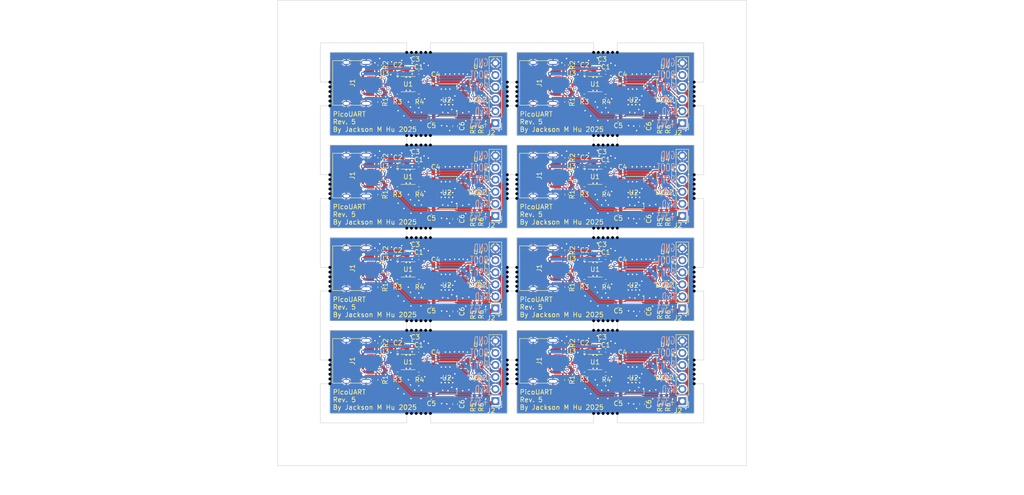
<source format=kicad_pcb>
(kicad_pcb (version 20240108) (generator "pcbnew") (generator_version "8.0")
  (layers (0 "F.Cu" signal) (31 "B.Cu" signal) (34 "B.Paste" user) (35 "F.Paste" user) (36 "B.SilkS" user "B.Silkscreen") (37 "F.SilkS" user "F.Silkscreen") (38 "B.Mask" user) (39 "F.Mask" user) (44 "Edge.Cuts" user))
  (net 0 "")
  (net 1 "Board_0-+3V3")
  (net 2 "Board_0-+5V")
  (net 3 "Board_0-BOOT")
  (net 4 "Board_0-GND")
  (net 5 "Board_0-Net-(D1-A)")
  (net 6 "Board_0-Net-(D2-A)")
  (net 7 "Board_0-Net-(J1-CC1)")
  (net 8 "Board_0-Net-(J1-CC2)")
  (net 9 "Board_0-Net-(U1-CTS)")
  (net 10 "Board_0-Net-(U1-V3)")
  (net 11 "Board_0-RESET")
  (net 12 "Board_0-RxD")
  (net 13 "Board_0-TxD")
  (net 14 "Board_0-USB_DM")
  (net 15 "Board_0-USB_DM_IN")
  (net 16 "Board_0-USB_DP")
  (net 17 "Board_0-USB_DP_IN")
  (net 18 "Board_0-unconnected-(J1-SBU1-PadA8)")
  (net 19 "Board_0-unconnected-(J1-SBU2-PadB8)")
  (net 20 "Board_1-+3V3")
  (net 21 "Board_1-+5V")
  (net 22 "Board_1-BOOT")
  (net 23 "Board_1-GND")
  (net 24 "Board_1-Net-(D1-A)")
  (net 25 "Board_1-Net-(D2-A)")
  (net 26 "Board_1-Net-(J1-CC1)")
  (net 27 "Board_1-Net-(J1-CC2)")
  (net 28 "Board_1-Net-(U1-CTS)")
  (net 29 "Board_1-Net-(U1-V3)")
  (net 30 "Board_1-RESET")
  (net 31 "Board_1-RxD")
  (net 32 "Board_1-TxD")
  (net 33 "Board_1-USB_DM")
  (net 34 "Board_1-USB_DM_IN")
  (net 35 "Board_1-USB_DP")
  (net 36 "Board_1-USB_DP_IN")
  (net 37 "Board_1-unconnected-(J1-SBU1-PadA8)")
  (net 38 "Board_1-unconnected-(J1-SBU2-PadB8)")
  (net 39 "Board_2-+3V3")
  (net 40 "Board_2-+5V")
  (net 41 "Board_2-BOOT")
  (net 42 "Board_2-GND")
  (net 43 "Board_2-Net-(D1-A)")
  (net 44 "Board_2-Net-(D2-A)")
  (net 45 "Board_2-Net-(J1-CC1)")
  (net 46 "Board_2-Net-(J1-CC2)")
  (net 47 "Board_2-Net-(U1-CTS)")
  (net 48 "Board_2-Net-(U1-V3)")
  (net 49 "Board_2-RESET")
  (net 50 "Board_2-RxD")
  (net 51 "Board_2-TxD")
  (net 52 "Board_2-USB_DM")
  (net 53 "Board_2-USB_DM_IN")
  (net 54 "Board_2-USB_DP")
  (net 55 "Board_2-USB_DP_IN")
  (net 56 "Board_2-unconnected-(J1-SBU1-PadA8)")
  (net 57 "Board_2-unconnected-(J1-SBU2-PadB8)")
  (net 58 "Board_3-+3V3")
  (net 59 "Board_3-+5V")
  (net 60 "Board_3-BOOT")
  (net 61 "Board_3-GND")
  (net 62 "Board_3-Net-(D1-A)")
  (net 63 "Board_3-Net-(D2-A)")
  (net 64 "Board_3-Net-(J1-CC1)")
  (net 65 "Board_3-Net-(J1-CC2)")
  (net 66 "Board_3-Net-(U1-CTS)")
  (net 67 "Board_3-Net-(U1-V3)")
  (net 68 "Board_3-RESET")
  (net 69 "Board_3-RxD")
  (net 70 "Board_3-TxD")
  (net 71 "Board_3-USB_DM")
  (net 72 "Board_3-USB_DM_IN")
  (net 73 "Board_3-USB_DP")
  (net 74 "Board_3-USB_DP_IN")
  (net 75 "Board_3-unconnected-(J1-SBU1-PadA8)")
  (net 76 "Board_3-unconnected-(J1-SBU2-PadB8)")
  (net 77 "Board_4-+3V3")
  (net 78 "Board_4-+5V")
  (net 79 "Board_4-BOOT")
  (net 80 "Board_4-GND")
  (net 81 "Board_4-Net-(D1-A)")
  (net 82 "Board_4-Net-(D2-A)")
  (net 83 "Board_4-Net-(J1-CC1)")
  (net 84 "Board_4-Net-(J1-CC2)")
  (net 85 "Board_4-Net-(U1-CTS)")
  (net 86 "Board_4-Net-(U1-V3)")
  (net 87 "Board_4-RESET")
  (net 88 "Board_4-RxD")
  (net 89 "Board_4-TxD")
  (net 90 "Board_4-USB_DM")
  (net 91 "Board_4-USB_DM_IN")
  (net 92 "Board_4-USB_DP")
  (net 93 "Board_4-USB_DP_IN")
  (net 94 "Board_4-unconnected-(J1-SBU1-PadA8)")
  (net 95 "Board_4-unconnected-(J1-SBU2-PadB8)")
  (net 96 "Board_5-+3V3")
  (net 97 "Board_5-+5V")
  (net 98 "Board_5-BOOT")
  (net 99 "Board_5-GND")
  (net 100 "Board_5-Net-(D1-A)")
  (net 101 "Board_5-Net-(D2-A)")
  (net 102 "Board_5-Net-(J1-CC1)")
  (net 103 "Board_5-Net-(J1-CC2)")
  (net 104 "Board_5-Net-(U1-CTS)")
  (net 105 "Board_5-Net-(U1-V3)")
  (net 106 "Board_5-RESET")
  (net 107 "Board_5-RxD")
  (net 108 "Board_5-TxD")
  (net 109 "Board_5-USB_DM")
  (net 110 "Board_5-USB_DM_IN")
  (net 111 "Board_5-USB_DP")
  (net 112 "Board_5-USB_DP_IN")
  (net 113 "Board_5-unconnected-(J1-SBU1-PadA8)")
  (net 114 "Board_5-unconnected-(J1-SBU2-PadB8)")
  (net 115 "Board_6-+3V3")
  (net 116 "Board_6-+5V")
  (net 117 "Board_6-BOOT")
  (net 118 "Board_6-GND")
  (net 119 "Board_6-Net-(D1-A)")
  (net 120 "Board_6-Net-(D2-A)")
  (net 121 "Board_6-Net-(J1-CC1)")
  (net 122 "Board_6-Net-(J1-CC2)")
  (net 123 "Board_6-Net-(U1-CTS)")
  (net 124 "Board_6-Net-(U1-V3)")
  (net 125 "Board_6-RESET")
  (net 126 "Board_6-RxD")
  (net 127 "Board_6-TxD")
  (net 128 "Board_6-USB_DM")
  (net 129 "Board_6-USB_DM_IN")
  (net 130 "Board_6-USB_DP")
  (net 131 "Board_6-USB_DP_IN")
  (net 132 "Board_6-unconnected-(J1-SBU1-PadA8)")
  (net 133 "Board_6-unconnected-(J1-SBU2-PadB8)")
  (net 134 "Board_7-+3V3")
  (net 135 "Board_7-+5V")
  (net 136 "Board_7-BOOT")
  (net 137 "Board_7-GND")
  (net 138 "Board_7-Net-(D1-A)")
  (net 139 "Board_7-Net-(D2-A)")
  (net 140 "Board_7-Net-(J1-CC1)")
  (net 141 "Board_7-Net-(J1-CC2)")
  (net 142 "Board_7-Net-(U1-CTS)")
  (net 143 "Board_7-Net-(U1-V3)")
  (net 144 "Board_7-RESET")
  (net 145 "Board_7-RxD")
  (net 146 "Board_7-TxD")
  (net 147 "Board_7-USB_DM")
  (net 148 "Board_7-USB_DM_IN")
  (net 149 "Board_7-USB_DP")
  (net 150 "Board_7-USB_DP_IN")
  (net 151 "Board_7-unconnected-(J1-SBU1-PadA8)")
  (net 152 "Board_7-unconnected-(J1-SBU2-PadB8)")
  (footprint "Capacitor_SMD:C_0402_1005Metric" (layer "F.Cu") (at 170.9 64.85 180)
    (property "Reference" "C5")
    (property "Value" "0.1uF")
  )
  (footprint "Capacitor_SMD:C_0402_1005Metric" (layer "F.Cu") (at 163.75 54.75)
    (property "Reference" "C2")
    (property "Value" "100nF")
  )
  (footprint "Package_TO_SOT_SMD:SOT-23-6" (layer "F.Cu") (at 141.2 76.55 -90)
    (property "Reference" "U4")
    (property "Value" "USBLC6-4SC6")
  )
  (footprint "LED_SMD:LED_0402_1005Metric_Pad0.77x0.64mm_HandSolder" (layer "F.Cu") (at 181.09 101.6275 -90)
    (property "Reference" "D2")
    (property "Value" "LED")
  )
  (footprint "NPTH" (layer "F.Cu") (at 147.5 96.925)
    (property "Reference" "KiKit_MB_26_2" (hide yes))
    (property "Value" "NPTH" (hide yes))
  )
  (footprint "Resistor_SMD:R_0402_1005Metric" (layer "F.Cu") (at 124.35 40.2)
    (property "Reference" "R3")
    (property "Value" "4.7k")
  )
  (footprint "Resistor_SMD:R_0402_1005Metric" (layer "F.Cu") (at 141.69 84.3275 90)
    (property "Reference" "R6")
    (property "Value" "1k")
  )
  (footprint "Connector_USB:USB_C_Receptacle_HRO_TYPE-C-31-M-12" (layer "F.Cu") (at 114.6 57 -90)
    (property "Reference" "J1")
    (property "Value" "USB")
  )
  (footprint "Package_SO:MSOP-10_3x3mm_P0.5mm" (layer "F.Cu") (at 126.6 76.8)
    (property "Reference" "U1")
    (property "Value" "CH340X")
  )
  (footprint "Resistor_SMD:R_0402_1005Metric" (layer "F.Cu") (at 181.09 84.3275 90)
    (property "Reference" "R6")
    (property "Value" "1k")
  )
  (footprint "Capacitor_SMD:C_0402_1005Metric" (layer "F.Cu") (at 131.5 103.95 180)
    (property "Reference" "C5")
    (property "Value" "0.1uF")
  )
  (footprint "Package_TO_SOT_SMD:SOT-666" (layer "F.Cu") (at 121.6 96.1)
    (property "Reference" "U3")
    (property "Value" "USBLC6-2P6")
  )
  (footprint "NPTH" (layer "F.Cu") (at 149.5 79.375)
    (property "Reference" "KiKit_MB_21_3" (hide yes))
    (property "Value" "NPTH" (hide yes))
  )
  (footprint "NPTH" (layer "F.Cu") (at 131.3 48.55)
    (property "Reference" "KiKit_MB_4_1" (hide yes))
    (property "Value" "NPTH" (hide yes))
  )
  (footprint "Capacitor_SMD:C_0402_1005Metric" (layer "F.Cu") (at 171.8 36.8)
    (property "Reference" "C4")
    (property "Value" "0.1uF")
  )
  (footprint "NPTH" (layer "F.Cu") (at 130.3 87.65)
    (property "Reference" "KiKit_MB_20_2" (hide yes))
    (property "Value" "NPTH" (hide yes))
  )
  (footprint "NPTH" (layer "F.Cu") (at 147.5 39.275)
    (property "Reference" "KiKit_MB_2_3" (hide yes))
    (property "Value" "NPTH" (hide yes))
  )
  (footprint "NPTH" (layer "F.Cu") (at 147.5 61.825)
    (property "Reference" "KiKit_MB_10_6" (hide yes))
    (property "Value" "NPTH" (hide yes))
  )
  (footprint "NPTH" (layer "F.Cu") (at 147.5 78.375)
    (property "Reference" "KiKit_MB_18_3" (hide yes))
    (property "Value" "NPTH" (hide yes))
  )
  (footprint "Resistor_SMD:R_0402_1005Metric" (layer "F.Cu") (at 179.95 45.25 90)
    (property "Reference" "R5")
    (property "Value" "1k")
  )
  (footprint "Capacitor_SMD:C_0402_1005Metric" (layer "F.Cu") (at 128.83 74.35)
    (property "Reference" "C1")
    (property "Value" "100nF")
  )
  (footprint "NPTH" (layer "F.Cu") (at 147.5 60.825)
    (property "Reference" "KiKit_MB_10_5" (hide yes))
    (property "Value" "NPTH" (hide yes))
  )
  (footprint "NPTH" (layer "F.Cu") (at 130.3 48.55)
    (property "Reference" "KiKit_MB_4_2" (hide yes))
    (property "Value" "NPTH" (hide yes))
  )
  (footprint "Capacitor_SMD:C_0603_1608Metric_Pad1.08x0.95mm_HandSolder" (layer "F.Cu") (at 126.35 53.5 90)
    (property "Reference" "C3")
    (property "Value" "10uF")
  )
  (footprint "LED_SMD:LED_0402_1005Metric_Pad0.77x0.64mm_HandSolder" (layer "F.Cu") (at 140.55 82.11 -90)
    (property "Reference" "D1")
    (property "Value" "LED")
  )
  (footprint "NPTH" (layer "F.Cu") (at 110.1 61.825)
    (property "Reference" "KiKit_MB_9_1" (hide yes))
    (property "Value" "NPTH" (hide yes))
  )
  (footprint "Resistor_SMD:R_0402_1005Metric" (layer "F.Cu") (at 160 92.35 90)
    (property "Reference" "R2")
    (property "Value" "5.11k")
  )
  (footprint "NPTH" (layer "F.Cu") (at 147.5 99.925)
    (property "Reference" "KiKit_MB_26_5" (hide yes))
    (property "Value" "NPTH" (hide yes))
  )
  (footprint "Resistor_SMD:R_0402_1005Metric" (layer "F.Cu") (at 128.86 59.75)
    (property "Reference" "R4")
    (property "Value" "4.7k")
  )
  (footprint "NPTH" (layer "F.Cu") (at 169.7 50.55)
    (property "Reference" "KiKit_MB_15_5" (hide yes))
    (property "Value" "NPTH" (hide yes))
  )
  (footprint "Capacitor_SMD:C_0603_1608Metric_Pad1.08x0.95mm_HandSolder" (layer "F.Cu") (at 136.51 105.23 -90)
    (property "Reference" "C6")
    (property "Value" "10uF")
  )
  (footprint "NPTH" (layer "F.Cu") (at 149.5 39.275)
    (property "Reference" "KiKit_MB_5_4" (hide yes))
    (property "Value" "NPTH" (hide yes))
  )
  (footprint "NPTH" (layer "F.Cu") (at 126.3 31)
    (property "Reference" "KiKit_MB_3_1" (hide yes))
    (property "Value" "NPTH" (hide yes))
  )
  (footprint "NPTH" (layer "F.Cu") (at 169.7 48.55)
    (property "Reference" "KiKit_MB_8_2" (hide yes))
    (property "Value" "NPTH" (hide yes))
  )
  (footprint "NPTH" (layer "F.Cu") (at 127.3 70.1)
    (property "Reference" "KiKit_MB_19_2" (hide yes))
    (property "Value" "NPTH" (hide yes))
  )
  (footprint "NPTH" (layer "F.Cu") (at 170.7 87.65)
    (property "Reference" "KiKit_MB_24_1" (hide yes))
    (property "Value" "NPTH" (hide yes))
  )
  (footprint "NPTH" (layer "F.Cu") (at 186.9 37.275)
    (property "Reference" "KiKit_MB_6_1" (hide yes))
    (property "Value" "NPTH" (hide yes))
  )
  (footprint "Package_TO_SOT_SMD:SOT-223-3_TabPin2" (layer "F.Cu") (at 174.4 60.6)
    (property "Reference" "U2")
    (property "Value" "AP7361C-33E")
  )
  (footprint "LED_SMD:LED_0402_1005Metric_Pad0.77x0.64mm_HandSolder" (layer "F.Cu") (at 181.09 42.9775 -90)
    (property "Reference" "D2")
    (property "Value" "LED")
  )
  (footprint "Capacitor_SMD:C_0402_1005Metric" (layer "F.Cu") (at 131.5 45.3 180)
    (property "Reference" "C5")
    (property "Value" "0.1uF")
  )
  (footprint "Package_TO_SOT_SMD:SOT-223-3_TabPin2" (layer "F.Cu") (at 135 41.05)
    (property "Reference" "U2")
    (property "Value" "AP7361C-33E")
  )
  (footprint "Connector_PinHeader_2.54mm:PinHeader_1x06_P2.54mm_Vertical" (layer "F.Cu") (at 184.4 45.95 180)
    (property "Reference" "J2")
    (property "Value" "UART")
  )
  (footprint "NPTH" (layer "F.Cu") (at 110.1 56.825)
    (property "Reference" "KiKit_MB_9_6" (hide yes))
    (property "Value" "NPTH" (hide yes))
  )
  (footprint "NPTH" (layer "F.Cu") (at 110.1 40.275)
    (property "Reference" "KiKit_MB_1_3" (hide yes))
    (property "Value" "NPTH" (hide yes))
  )
  (footprint "Resistor_SMD:R_0402_1005Metric" (layer "F.Cu") (at 160 41.45 -90)
    (property "Reference" "R1")
    (property "Value" "5.11k")
  )
  (footprint "NPTH" (layer "F.Cu") (at 186.9 100.925)
    (property "Reference" "KiKit_MB_30_6" (hide yes))
    (property "Value" "NPTH" (hide yes))
  )
  (footprint "NPTH" (layer "F.Cu") (at 147.5 80.375)
    (property "Reference" "KiKit_MB_18_5" (hide yes))
    (property "Value" "NPTH" (hide yes))
  )
  (footprint "NPTH" (layer "F.Cu") (at 167.7 89.65)
    (property "Reference" "KiKit_MB_31_3" (hide yes))
    (property "Value" "NPTH" (hide yes))
  )
  (footprint "Package_TO_SOT_SMD:SOT-666" (layer "F.Cu") (at 121.6 37.45)
    (property "Reference" "U3")
    (property "Value" "USBLC6-2P6")
  )
  (footprint "NPTH" (layer "F.Cu") (at 128.3 89.65)
    (property "Reference" "KiKit_MB_27_3" (hide yes))
    (property "Value" "NPTH" (hide yes))
  )
  (footprint "Package_TO_SOT_SMD:SOT-666" (layer "F.Cu") (at 161 37.45)
    (property "Reference" "U3")
    (property "Value" "USBLC6-2P6")
  )
  (footprint "NPTH" (layer "F.Cu") (at 165.7 107.2)
    (property "Reference" "KiKit_MB_32_6" (hide yes))
    (property "Value" "NPTH" (hide yes))
  )
  (footprint "NPTH" (layer "F.Cu") (at 149.5 78.375)
    (property "Reference" "KiKit_MB_21_4" (hide yes))
    (property "Value" "NPTH" (hide yes))
  )
  (footprint "Resistor_SMD:R_0402_1005Metric" (layer "F.Cu") (at 128.86 79.3)
    (property "Reference" "R4")
    (property "Value" "4.7k")
  )
  (footprint "NPTH" (layer "F.Cu") (at 131.3 68.1)
    (property "Reference" "KiKit_MB_12_1" (hide yes))
    (property "Value" "NPTH" (hide yes))
  )
  (footprint "Resistor_SMD:R_0402_1005Metric" (layer "F.Cu") (at 124.35 98.85)
    (property "Reference" "R3")
    (property "Value" "4.7k")
  )
  (footprint "NPTH" (layer "F.Cu") (at 110.1 95.925)
    (property "Reference" "KiKit_MB_25_6" (hide yes))
    (property "Value" "NPTH" (hide yes))
  )
  (footprint "Capacitor_SMD:C_0603_1608Metric_Pad1.08x0.95mm_HandSolder" (layer "F.Cu") (at 136.51 46.58 -90)
    (property "Reference" "C6")
    (property "Value" "10uF")
  )
  (footprint "Capacitor_SMD:C_0603_1608Metric_Pad1.08x0.95mm_HandSolder" (layer "F.Cu") (at 165.75 73.05 90)
    (property "Reference" "C3")
    (property "Value" "10uF")
  )
  (footprint "NPTH" (layer "F.Cu") (at 131.3 70.1)
    (property "Reference" "KiKit_MB_19_6" (hide yes))
    (property "Value" "NPTH" (hide yes))
  )
  (footprint "NPTH" (layer "F.Cu") (at 168.7 48.55)
    (property "Reference" "KiKit_MB_8_3" (hide yes))
    (property "Value" "NPTH" (hide yes))
  )
  (footprint "Resistor_SMD:R_0402_1005Metric" (layer "F.Cu") (at 160 72.8 90)
    (property "Reference" "R2")
    (property "Value" "5.11k")
  )
  (footprint "NPTH" (layer "F.Cu") (at 128.3 107.2)
    (property "Reference" "KiKit_MB_28_4" (hide yes))
    (property "Value" "NPTH" (hide yes))
  )
  (footprint "NPTH" (layer "F.Cu") (at 168.7 107.2)
    (property "Reference" "KiKit_MB_32_3" (hide yes))
    (property "Value" "NPTH" (hide yes))
  )
  (footprint "NPTH" (layer "F.Cu") (at 186.9 59.825)
    (property "Reference" "KiKit_MB_14_4" (hide yes))
    (property "Value" "NPTH" (hide yes))
  )
  (footprint "NPTH" (layer "F.Cu") (at 167.7 68.1)
    (property "Reference" "KiKit_MB_16_4" (hide yes))
    (property "Value" "NPTH" (hide yes))
  )
  (footprint "NPTH" (layer "F.Cu") (at 147.5 97.925)
    (property "Reference" "KiKit_MB_26_3" (hide yes))
    (property "Value" "NPTH" (hide yes))
  )
  (footprint "Package_SO:MSOP-10_3x3mm_P0.5mm" (layer "F.Cu") (at 126.6 37.7)
    (property "Reference" "U1")
    (property "Value" "CH340X")
  )
  (footprint "Capacitor_SMD:C_0402_1005Metric" (layer "F.Cu") (at 132.4 95.45)
    (property "Reference" "C4")
    (property "Value" "0.1uF")
  )
  (footprint "Resistor_SMD:R_0402_1005Metric" (layer "F.Cu") (at 160 100.1 -90)
    (property "Reference" "R1")
    (property "Value" "5.11k")
  )
  (footprint "NPTH" (layer "F.Cu") (at 186.9 96.925)
    (property "Reference" "KiKit_MB_30_2" (hide yes))
    (property "Value" "NPTH" (hide yes))
  )
  (footprint "NPTH" (layer "F.Cu") (at 127.3 89.65)
    (property "Reference" "KiKit_MB_27_2" (hide yes))
    (property "Value" "NPTH" (hide yes))
  )
  (footprint "NPTH" (layer "F.Cu") (at 147.5 81.375)
    (property "Reference" "KiKit_MB_18_6" (hide yes))
    (property "Value" "NPTH" (hide yes))
  )
  (footprint "Capacitor_SMD:C_0402_1005Metric" (layer "F.Cu") (at 170.9 103.95 180)
    (property "Reference" "C5")
    (property "Value" "0.1uF")
  )
  (footprint "NPTH" (layer "F.Cu") (at 149.5 61.825)
    (property "Reference" "KiKit_MB_13_1" (hide yes))
    (property "Value" "NPTH" (hide yes))
  )
  (footprint "NPTH" (layer "F.Cu") (at 149.5 57.825)
    (property "Reference" "KiKit_MB_13_5" (hide yes))
    (property "Value" "NPTH" (hide yes))
  )
  (footprint "NPTH" (layer "F.Cu") (at 166.7 31)
    (property "Reference" "KiKit_MB_7_2" (hide yes))
    (property "Value" "NPTH" (hide yes))
  )
  (footprint "Resistor_SMD:R_0402_1005Metric" (layer "F.Cu") (at 163.75 98.85)
    (property "Reference" "R3")
    (property "Value" "4.7k")
  )
  (footprint "NPTH" (layer "F.Cu") (at 110.1 81.375)
    (property "Reference" "KiKit_MB_17_1" (hide yes))
    (property "Value" "NPTH" (hide yes))
  )
  (footprint "NPTH" (layer "F.Cu") (at 149.5 81.375)
    (property "Reference" "KiKit_MB_21_1" (hide yes))
    (property "Value" "NPTH" (hide yes))
  )
  (footprint "Capacitor_SMD:C_0402_1005Metric" (layer "F.Cu") (at 163.75 93.85)
    (property "Reference" "C2")
    (property "Value" "100nF")
  )
  (footprint "NPTH" (layer "F.Cu") (at 168.7 70.1)
    (property "Reference" "KiKit_MB_23_4" (hide yes))
    (property "Value" "NPTH" (hide yes))
  )
  (footprint "Connector_PinHeader_2.54mm:PinHeader_1x06_P2.54mm_Vertical" (layer "F.Cu") (at 184.4 65.5 180)
    (property "Reference" "J2")
    (property "Value" "UART")
  )
  (footprint "Resistor_SMD:R_0402_1005Metric" (layer "F.Cu") (at 179.95 64.8 90)
    (property "Reference" "R5")
    (property "Value" "1k")
  )
  (footprint "NPTH" (layer "F.Cu") (at 110.1 79.375)
    (property "Reference" "KiKit_MB_17_3" (hide yes))
    (property "Value" "NPTH" (hide yes))
  )
  (footprint "Capacitor_SMD:C_0603_1608Metric_Pad1.08x0.95mm_HandSolder" (layer "F.Cu") (at 175.91 85.68 -90)
    (property "Reference" "C6")
    (property "Value" "10uF")
  )
  (footprint "Package_SO:MSOP-10_3x3mm_P0.5mm" (layer "F.Cu") (at 126.6 57.25)
    (property "Reference" "U1")
    (property "Value" "CH340X")
  )
  (footprint "Capacitor_SMD:C_0402_1005Metric" (layer "F.Cu") (at 163.75 35.2)
    (property "Reference" "C2")
    (property "Value" "100nF")
  )
  (footprint "Resistor_SMD:R_0402_1005Metric" (layer "F.Cu") (at 120.6 33.7 90)
    (property "Reference" "R2")
    (property "Value" "5.11k")
  )
  (footprint "NPTH" (layer "F.Cu") (at 126.3 48.55)
    (property "Reference" "KiKit_MB_4_6" (hide yes))
    (property "Value" "NPTH" (hide yes))
  )
  (footprint "Connector_PinHeader_2.54mm:PinHeader_1x06_P2.54mm_Vertical" (layer "F.Cu") (at 145 104.6 180)
    (property "Reference" "J2")
    (property "Value" "UART")
  )
  (footprint "Capacitor_SMD:C_0402_1005Metric" (layer "F.Cu") (at 128.83 93.9)
    (property "Reference" "C1")
    (property "Value" "100nF")
  )
  (footprint "NPTH" (layer "F.Cu") (at 147.5 40.275)
    (property "Reference" "KiKit_MB_2_4" (hide yes))
    (property "Value" "NPTH" (hide yes))
  )
  (footprint "NPTH" (layer "F.Cu") (at 166.7 48.55)
    (property "Reference" "KiKit_MB_8_5" (hide yes))
    (property "Value" "NPTH" (hide yes))
  )
  (footprint "NPTH" (layer "F.Cu") (at 147.5 58.825)
    (property "Reference" "KiKit_MB_10_3" (hide yes))
    (property "Value" "NPTH" (hide yes))
  )
  (footprint "NPTH" (layer "F.Cu") (at 167.7 48.55)
    (property "Reference" "KiKit_MB_8_4" (hide yes))
    (property "Value" "NPTH" (hide yes))
  )
  (footprint "Capacitor_SMD:C_0402_1005Metric" (layer "F.Cu") (at 170.9 45.3 180)
    (property "Reference" "C5")
    (property "Value" "0.1uF")
  )
  (footprint "NPTH" (layer "F.Cu") (at 170.7 89.65)
    (property "Reference" "KiKit_MB_31_6" (hide yes))
    (property "Value" "NPTH" (hide yes))
  )
  (footprint "Capacitor_SMD:C_0402_1005Metric" (layer "F.Cu") (at 124.35 93.85)
    (property "Reference" "C2")
    (property "Value" "100nF")
  )
  (footprint "NPTH" (layer "F.Cu") (at 170.7 68.1)
    (property "Reference" "KiKit_MB_16_1" (hide yes))
    (property "Value" "NPTH" (hide yes))
  )
  (footprint "NPTH" (layer "F.Cu") (at 131.3 31)
    (property "Reference" "KiKit_MB_3_6" (hide yes))
    (property "Value" "NPTH" (hide yes))
  )
  (footprint "Package_TO_SOT_SMD:SOT-223-3_TabPin2" (layer "F.Cu") (at 135 99.7)
    (property "Reference" "U2")
    (property "Value" "AP7361C-33E")
  )
  (footprint "NPTH" (layer "F.Cu") (at 186.9 42.275)
    (property "Reference" "KiKit_MB_6_6" (hide yes))
    (property "Value" "NPTH" (hide yes))
  )
  (footprint "Connector_PinHeader_2.54mm:PinHeader_1x06_P2.54mm_Vertical" (layer "F.Cu") (at 145 85.05 180)
    (property "Reference" "J2")
    (property "Value" "UART")
  )
  (footprint "Resistor_SMD:R_0402_1005Metric" (layer "F.Cu") (at 163.75 40.2)
    (property "Reference" "R3")
    (property "Value" "4.7k")
  )
  (footprint "Resistor_SMD:R_0402_1005Metric" (layer "F.Cu") (at 168.26 40.2)
    (property "Reference" "R4")
    (property "Value" "4.7k")
  )
  (footprint "NPTH" (layer "F.Cu") (at 130.3 70.1)
    (property "Reference" "KiKit_MB_19_5" (hide yes))
    (property "Value" "NPTH" (hide yes))
  )
  (footprint "LED_SMD:LED_0402_1005Metric_Pad0.77x0.64mm_HandSolder" (layer "F.Cu") (at 141.69 101.6275 -90)
    (property "Reference" "D2")
    (property "Value" "LED")
  )
  (footprint "Connector_USB:USB_C_Receptacle_HRO_TYPE-C-31-M-12" (layer "F.Cu") (at 154 96.1 -90)
    (property "Reference" "J1")
    (property "Value" "USB")
  )
  (footprint "NPTH" (layer "F.Cu") (at 149.5 59.825)
    (property "Reference" "KiKit_MB_13_3" (hide yes))
    (property "Value" "NPTH" (hide yes))
  )
  (footprint "NPTH" (layer "F.Cu") (at 166.7 89.65)
    (property "Reference" "KiKit_MB_31_2" (hide yes))
    (property "Value" "NPTH" (hide yes))
  )
  (footprint "NPTH" (layer "F.Cu") (at 127.3 87.65)
    (property "Reference" "KiKit_MB_20_5" (hide yes))
    (property "Value" "NPTH" (hide yes))
  )
  (footprint "Capacitor_SMD:C_0402_1005Metric" (layer "F.Cu") (at 168.23 93.9)
    (property "Reference" "C1")
    (property "Value" "100nF")
  )
  (footprint "NPTH" (layer "F.Cu") (at 186.9 97.925)
    (property "Reference" "KiKit_MB_30_3" (hide yes))
    (property "Value" "NPTH" (hide yes))
  )
  (footprint "Package_TO_SOT_SMD:SOT-666" (layer "F.Cu") (at 161 57)
    (property "Reference" "U3")
    (property "Value" "USBLC6-2P6")
  )
  (footprint "Capacitor_SMD:C_0402_1005Metric" (layer "F.Cu") (at 132.4 36.8)
    (property "Reference" "C4")
    (property "Value" "0.1uF")
  )
  (footprint "NPTH" (layer "F.Cu") (at 186.9 58.825)
    (property "Reference" "KiKit_MB_14_3" (hide yes))
    (property "Value" "NPTH" (hide yes))
  )
  (footprint "Package_TO_SOT_SMD:SOT-23-6" (layer "F.Cu") (at 180.6 96.1 -90)
    (property "Reference" "U4")
    (property "Value" "USBLC6-4SC6")
  )
  (footprint "Package_TO_SOT_SMD:SOT-23-6" (layer "F.Cu") (at 180.6 76.55 -90)
    (property "Reference" "U4")
    (property "Value" "USBLC6-4SC6")
  )
  (footprint "NPTH" (layer "F.Cu") (at 126.3 68.1)
    (property "Reference" "KiKit_MB_12_6" (hide yes))
    (property "Value" "NPTH" (hide yes))
  )
  (footprint "NPTH" (layer "F.Cu") (at 126.3 70.1)
    (property "Reference" "KiKit_MB_19_1" (hide yes))
    (property "Value" "NPTH" (hide yes))
  )
  (footprint "NPTH" (layer "F.Cu") (at 110.1 38.275)
    (property "Reference" "KiKit_MB_1_5" (hide yes))
    (property "Value" "NPTH" (hide yes))
  )
  (footprint "NPTH" (layer "F.Cu") (at 169.7 31)
    (property "Reference" "KiKit_MB_7_5" (hide yes))
    (property "Value" "NPTH" (hide yes))
  )
  (footprint "NPTH" (layer "F.Cu") (at 149.5 80.375)
    (property "Reference" "KiKit_MB_21_2" (hide yes))
    (property "Value" "NPTH" (hide yes))
  )
  (footprint "LED_SMD:LED_0402_1005Metric_Pad0.77x0.64mm_HandSolder" (layer "F.Cu") (at 141.69 82.0775 -90)
    (property "Reference" "D2")
    (property "Value" "LED")
  )
  (footprint "NPTH" (layer "F.Cu") (at 127.3 68.1)
    (property "Reference" "KiKit_MB_12_5" (hide yes))
    (property "Value" "NPTH" (hide yes))
  )
  (footprint "NPTH" (layer "F.Cu") (at 169.7 68.1)
    (property "Reference" "KiKit_MB_16_2" (hide yes))
    (property "Value" "NPTH" (hide yes))
  )
  (footprint "Connector_PinHeader_2.54mm:PinHeader_1x06_P2.54mm_Vertical" (layer "F.Cu") (at 145 45.95 180)
    (property "Reference" "J2")
    (property "Value" "UART")
  )
  (footprint "NPTH" (layer "F.Cu") (at 110.1 60.825)
    (property "Reference" "KiKit_MB_9_2" (hide yes))
    (property "Value" "NPTH" (hide yes))
  )
  (footprint "NPTH" (layer "F.Cu") (at 127.3 50.55)
    (property "Reference" "KiKit_MB_11_2" (hide yes))
    (property "Value" "NPTH" (hide yes))
  )
  (footprint "NPTH" (layer "F.Cu") (at 167.7 107.2)
    (property "Reference" "KiKit_MB_32_4" (hide yes))
    (property "Value" "NPTH" (hide yes))
  )
  (footprint "NPTH" (layer "F.Cu") (at 147.5 100.925)
    (property "Reference" "KiKit_MB_26_6" (hide yes))
    (property "Value" "NPTH" (hide yes))
  )
  (footprint "NPTH" (layer "F.Cu") (at 110.1 57.825)
    (property "Reference" "KiKit_MB_9_5" (hide yes))
    (property "Value" "NPTH" (hide yes))
  )
  (footprint "Package_TO_SOT_SMD:SOT-23-6" (layer "F.Cu") (at 180.6 57 -90)
    (property "Reference" "U4")
    (property "Value" "USBLC6-4SC6")
  )
  (footprint "Connector_USB:USB_C_Receptacle_HRO_TYPE-C-31-M-12" (layer "F.Cu") (at 154 37.45 -90)
    (property "Reference" "J1")
    (property "Value" "USB")
  )
  (footprint "Capacitor_SMD:C_0603_1608Metric_Pad1.08x0.95mm_HandSolder" (layer "F.Cu") (at 126.35 73.05 90)
    (property "Reference" "C3")
    (property "Value" "10uF")
  )
  (footprint "NPTH" (layer "F.Cu") (at 165.7 50.55)
    (property "Reference" "KiKit_MB_15_1" (hide yes))
    (property "Value" "NPTH" (hide yes))
  )
  (footprint "NPTH" (layer "F.Cu") (at 128.3 70.1)
    (property "Reference" "KiKit_MB_19_3" (hide yes))
    (property "Value" "NPTH" (hide yes))
  )
  (footprint "NPTH" (layer "F.Cu") (at 167.7 31)
    (property "Reference" "KiKit_MB_7_3" (hide yes))
    (property "Value" "NPTH" (hide yes))
  )
  (footprint "NPTH" (layer "F.Cu") (at 129.3 87.65)
    (property "Reference" "KiKit_MB_20_3" (hide yes))
    (property "Value" "NPTH" (hide yes))
  )
  (footprint "NPTH" (layer "F.Cu") (at 126.3 89.65)
    (property "Reference" "KiKit_MB_27_1" (hide yes))
    (property "Value" "NPTH" (hide yes))
  )
  (footprint "Package_TO_SOT_SMD:SOT-23-6" (layer "F.Cu") (at 141.2 96.1 -90)
    (property "Reference" "U4")
    (property "Value" "USBLC6-4SC6")
  )
  (footprint "NPTH" (layer "F.Cu") (at 110.1 42.275)
    (property "Reference" "KiKit_MB_1_1" (hide yes))
    (property "Value" "NPTH" (hide yes))
  )
  (footprint "NPTH" (layer "F.Cu") (at 165.7 68.1)
    (property "Reference" "KiKit_MB_16_6" (hide yes))
    (property "Value" "NPTH" (hide yes))
  )
  (footprint "LED_SMD:LED_0402_1005Metric_Pad0.77x0.64mm_HandSolder" (layer "F.Cu") (at 179.95 43.01 -90)
    (property "Reference" "D1")
    (property "Value" "LED")
  )
  (footprint "Capacitor_SMD:C_0603_1608Metric_Pad1.08x0.95mm_HandSolder" (layer "F.Cu") (at 136.51 66.13 -90)
    (property "Reference" "C6")
    (property "Value" "10uF")
  )
  (footprint "NPTH" (layer "F.Cu") (at 147.5 77.375)
    (property "Reference" "KiKit_MB_18_2" (hide yes))
    (property "Value" "NPTH" (hide yes))
  )
  (footprint "Capacitor_SMD:C_0402_1005Metric" (layer "F.Cu") (at 124.35 35.2)
    (property "Reference" "C2")
    (property "Value" "100nF")
  )
  (footprint "NPTH" (layer "F.Cu") (at 149.5 56.825)
    (property "Reference" "KiKit_MB_13_6" (hide yes))
    (property "Value" "NPTH" (hide yes))
  )
  (footprint "NPTH" (layer "F.Cu") (at 170.7 48.55)
    (property "Reference" "KiKit_MB_8_1" (hide yes))
    (property "Value" "NPTH" (hide yes))
  )
  (footprint "NPTH" (layer "F.Cu") (at 186.9 95.925)
    (property "Reference" "KiKit_MB_30_1" (hide yes))
    (property "Value" "NPTH" (hide yes))
  )
  (footprint "NPTH" (layer "F.Cu") (at 129.3 107.2)
    (property "Reference" "KiKit_MB_28_3" (hide yes))
    (property "Value" "NPTH" (hide yes))
  )
  (footprint "Connector_PinHeader_2.54mm:PinHeader_1x06_P2.54mm_Vertical" (layer "F.Cu") (at 184.4 85.05 180)
    (property "Reference" "J2")
    (property "Value" "UART")
  )
  (footprint "NPTH" (layer "F.Cu") (at 167.7 50.55)
    (property "Reference" "KiKit_MB_15_3" (hide yes))
    (property "Value" "NPTH" (hide yes))
  )
  (footprint "NPTH" (layer "F.Cu") (at 166.7 70.1)
    (property "Reference" "KiKit_MB_23_2" (hide yes))
    (property "Value" "NPTH" (hide yes))
  )
  (footprint "LED_SMD:LED_0402_1005Metric_Pad0.77x0.64mm_HandSolder" (layer "F.Cu") (at 181.09 62.5275 -90)
    (property "Reference" "D2")
    (property "Value" "LED")
  )
  (footprint "NPTH" (layer "F.Cu") (at 186.9 61.825)
    (property "Reference" "KiKit_MB_14_6" (hide yes))
    (property "Value" "NPTH" (hide yes))
  )
  (footprint "NPTH" (layer "F.Cu") (at 186.9 80.375)
    (property "Reference" "KiKit_MB_22_5" (hide yes))
    (property "Value" "NPTH" (hide yes))
  )
  (footprint "NPTH" (layer "F.Cu") (at 128.3 68.1)
    (property "Reference" "KiKit_MB_12_4" (hide yes))
    (property "Value" "NPTH" (hide yes))
  )
  (footprint "LED_SMD:LED_0402_1005Metric_Pad0.77x0.64mm_HandSolder" (layer "F.Cu") (at 181.09 82.0775 -90)
    (property "Reference" "D2")
    (property "Value" "LED")
  )
  (footprint "NPTH" (layer "F.Cu") (at 166.7 87.65)
    (property "Reference" "KiKit_MB_24_5" (hide yes))
    (property "Value" "NPTH" (hide yes))
  )
  (footprint "NPTH" (layer "F.Cu") (at 168.7 87.65)
    (property "Reference" "KiKit_MB_24_3" (hide yes))
    (property "Value" "NPTH" (hide yes))
  )
  (footprint "NPTH" (layer "F.Cu") (at 186.9 60.825)
    (property "Reference" "KiKit_MB_14_5" (hide yes))
    (property "Value" "NPTH" (hide yes))
  )
  (footprint "Package_SO:MSOP-10_3x3mm_P0.5mm" (layer "F.Cu") (at 166 57.25)
    (property "Reference" "U1")
    (property "Value" "CH340X")
  )
  (footprint "Capacitor_SMD:C_0603_1608Metric_Pad1.08x0.95mm_HandSolder" (layer "F.Cu") (at 136.51 85.68 -90)
    (property "Reference" "C6")
    (property "Value" "10uF")
  )
  (footprint "NPTH" (layer "F.Cu") (at 130.3 89.65)
    (property "Reference" "KiKit_MB_27_5" (hide yes))
    (property "Value" "NPTH" (hide yes))
  )
  (footprint "Package_TO_SOT_SMD:SOT-666" (layer "F.Cu") (at 161 96.1)
    (property "Reference" "U3")
    (property "Value" "USBLC6-2P6")
  )
  (footprint "NPTH" (layer "F.Cu") (at 130.3 50.55)
    (property "Reference" "KiKit_MB_11_5" (hide yes))
    (property "Value" "NPTH" (hide yes))
  )
  (footprint "Resistor_SMD:R_0402_1005Metric" (layer "F.Cu") (at 141.69 64.7775 90)
    (property "Reference" "R6")
    (property "Value" "1k")
  )
  (footprint "NPTH" (layer "F.Cu") (at 147.5 76.375)
    (property "Reference" "KiKit_MB_18_1" (hide yes))
    (property "Value" "NPTH" (hide yes))
  )
  (footprint "Capacitor_SMD:C_0402_1005Metric" (layer "F.Cu") (at 124.35 54.75)
    (property "Reference" "C2")
    (property "Value" "100nF")
  )
  (footprint "Capacitor_SMD:C_0603_1608Metric_Pad1.08x0.95mm_HandSolder" (layer "F.Cu") (at 165.75 92.6 90)
    (property "Reference" "C3")
    (property "Value" "10uF")
  )
  (footprint "LED_SMD:LED_0402_1005Metric_Pad0.77x0.64mm_HandSolder" (layer "F.Cu") (at 141.69 62.5275 -90)
    (property "Reference" "D2")
    (property "Value" "LED")
  )
  (footprint "NPTH" (layer "F.Cu") (at 110.1 99.925)
    (property "Reference" "KiKit_MB_25_2" (hide yes))
    (property "Value" "NPTH" (hide yes))
  )
  (footprint "Connector_USB:USB_C_Receptacle_HRO_TYPE-C-31-M-12" (layer "F.Cu") (at 154 76.55 -90)
    (property "Reference" "J1")
    (property "Value" "USB")
  )
  (footprint "NPTH" (layer "F.Cu") (at 186.9 40.275)
    (property "Reference" "KiKit_MB_6_4" (hide yes))
    (property "Value" "NPTH" (hide yes))
  )
  (footprint "NPTH" (layer "F.Cu") (at 126.3 50.55)
    (property "Reference" "KiKit_MB_11_1" (hide yes))
    (property "Value" "NPTH" (hide yes))
  )
  (footprint "NPTH" (layer "F.Cu") (at 147.5 42.275)
    (property "Reference" "KiKit_MB_2_6" (hide yes))
    (property "Value" "NPTH" (hide yes))
  )
  (footprint "Resistor_SMD:R_0402_1005Metric" (layer "F.Cu") (at 160 80.55 -90)
    (property "Reference" "R1")
    (property "Value" "5.11k")
  )
  (footprint "NPTH" (layer "F.Cu") (at 110.1 37.275)
    (property "Reference" "KiKit_MB_1_6" (hide yes))
    (property "Value" "NPTH" (hide yes))
  )
  (footprint "Resistor_SMD:R_0402_1005Metric" (layer "F.Cu") (at 120.6 100.1 -90)
    (property "Reference" "R1")
    (property "Value" "5.11k")
  )
  (footprint "NPTH" (layer "F.Cu") (at 110.1 59.825)
    (property "Reference" "KiKit_MB_9_3" (hide yes))
    (property "Value" "NPTH" (hide yes))
  )
  (footprint "NPTH" (layer "F.Cu") (at 149.5 97.925)
    (property "Reference" "KiKit_MB_29_4" (hide yes))
    (property "Value" "NPTH" (hide yes))
  )
  (footprint "Capacitor_SMD:C_0402_1005Metric" (layer "F.Cu") (at 131.5 64.85 180)
    (property "Reference" "C5")
    (property "Value" "0.1uF")
  )
  (footprint "Capacitor_SMD:C_0402_1005Metric" (layer "F.Cu") (at 168.23 74.35)
    (property "Reference" "C1")
    (property "Value" "100nF")
  )
  (footprint "NPTH" (layer "F.Cu") (at 126.3 107.2)
    (property "Reference" "KiKit_MB_28_6" (hide yes))
    (property "Value" "NPTH" (hide yes))
  )
  (footprint "NPTH" (layer "F.Cu") (at 169.7 70.1)
    (property "Reference" "KiKit_MB_23_5" (hide yes))
    (property "Value" "NPTH" (hide yes))
  )
  (footprint "LED_SMD:LED_0402_1005Metric_Pad0.77x0.64mm_HandSolder" (layer "F.Cu") (at 179.95 101.66 -90)
    (property "Reference" "D1")
    (property "Value" "LED")
  )
  (footprint "NPTH" (layer "F.Cu") (at 149.5 41.275)
    (property "Reference" "KiKit_MB_5_2" (hide yes))
    (property "Value" "NPTH" (hide yes))
  )
  (footprint "NPTH" (layer "F.Cu") (at 129.3 31)
    (property "Reference" "KiKit_MB_3_4" (hide yes))
    (property "Value" "NPTH" (hide yes))
  )
  (footprint "NPTH" (layer "F.Cu") (at 165.7 87.65)
    (property "Reference" "KiKit_MB_24_6" (hide yes))
    (property "Value" "NPTH" (hide yes))
  )
  (footprint "Resistor_SMD:R_0402_1005Metric" (layer "F.Cu") (at 140.55 103.9 90)
    (property "Reference" "R5")
    (property "Value" "1k")
  )
  (footprint "Resistor_SMD:R_0402_1005Metric" (layer "F.Cu") (at 140.55 64.8 90)
    (property "Reference" "R5")
    (property "Value" "1k")
  )
  (footprint "Capacitor_SMD:C_0603_1608Metric_Pad1.08x0.95mm_HandSolder" (layer "F.Cu") (at 165.75 33.95 90)
    (property "Reference" "C3")
    (property "Value" "10uF")
  )
  (footprint "NPTH" (layer "F.Cu") (at 149.5 37.275)
    (property "Reference" "KiKit_MB_5_6" (hide yes))
    (property "Value" "NPTH" (hide yes))
  )
  (footprint "LED_SMD:LED_0402_1005Metric_Pad0.77x0.64mm_HandSolder" (layer "F.Cu") (at 140.55 62.56 -90)
    (property "Reference" "D1")
    (property "Value" "LED")
  )
  (footprint "Resistor_SMD:R_0402_1005Metric" (layer "F.Cu") (at 179.95 84.35 90)
    (property "Reference" "R5")
    (property "Value" "1k")
  )
  (footprint "NPTH" (layer "F.Cu") (at 186.9 81.375)
    (property "Reference" "KiKit_MB_22_6" (hide yes))
    (property "Value" "NPTH" (hide yes))
  )
  (footprint "Resistor_SMD:R_0402_1005Metric" (layer "F.Cu") (at 181.09 64.7775 90)
    (property "Reference" "R6")
    (property "Value" "1k")
  )
  (footprint "NPTH" (layer "F.Cu") (at 129.3 70.1)
    (property "Reference" "KiKit_MB_19_4" (hide yes))
    (property "Value" "NPTH" (hide yes))
  )
  (footprint "Package_SO:MSOP-10_3x3mm_P0.5mm" (layer "F.Cu") (at 166 37.7)
    (property "Reference" "U1")
    (property "Value" "CH340X")
  )
  (footprint "NPTH" (layer "F.Cu") (at 110.1 77.375)
    (property "Reference" "KiKit_MB_17_5" (hide yes))
    (property "Value" "NPTH" (hide yes))
  )
  (footprint "Package_TO_SOT_SMD:SOT-666" (layer "F.Cu") (at 121.6 57)
    (property "Reference" "U3")
    (property "Value" "USBLC6-2P6")
  )
  (footprint "NPTH" (layer "F.Cu") (at 186.9 78.375)
    (property "Reference" "KiKit_MB_22_3" (hide yes))
    (property "Value" "NPTH" (hide yes))
  )
  (footprint "NPTH" (layer "F.Cu") (at 186.9 79.375)
    (property "Reference" "KiKit_MB_22_4" (hide yes))
    (property "Value" "NPTH" (hide yes))
  )
  (footprint "Capacitor_SMD:C_0402_1005Metric" (layer "F.Cu") (at 168.23 54.8)
    (property "Reference" "C1")
    (property "Value" "100nF")
  )
  (footprint "Capacitor_SMD:C_0402_1005Metric" (layer "F.Cu") (at 132.4 75.9)
    (property "Reference" "C4")
    (property "Value" "0.1uF")
  )
  (footprint "Resistor_SMD:R_0402_1005Metric" (layer "F.Cu") (at 160 33.7 90)
    (property "Reference" "R2")
    (property "Value" "5.11k")
  )
  (footprint "NPTH" (layer "F.Cu") (at 149.5 58.825)
    (property "Reference" "KiKit_MB_13_4" (hide yes))
    (property "Value" "NPTH" (hide yes))
  )
  (footprint "NPTH" (layer "F.Cu") (at 127.3 48.55)
    (property "Reference" "KiKit_MB_4_5" (hide yes))
    (property "Value" "NPTH" (hide yes))
  )
  (footprint "NPTH" (layer "F.Cu") (at 186.9 56.825)
    (property "Reference" "KiKit_MB_14_1" (hide yes))
    (property "Value" "NPTH" (hide yes))
  )
  (footprint "NPTH" (layer "F.Cu") (at 186.9 99.925)
    (property "Reference" "KiKit_MB_30_5" (hide yes))
    (property "Value" "NPTH" (hide yes))
  )
  (footprint "NPTH" (layer "F.Cu") (at 130.3 68.1)
    (property "Reference" "KiKit_MB_12_2" (hide yes))
    (property "Value" "NPTH" (hide yes))
  )
  (footprint "Capacitor_SMD:C_0402_1005Metric" (layer "F.Cu") (at 171.8 95.45)
    (property "Reference" "C4")
    (property "Value" "0.1uF")
  )
  (footprint "NPTH" (layer "F.Cu") (at 147.5 98.925)
    (property "Reference" "KiKit_MB_26_4" (hide yes))
    (property "Value" "NPTH" (hide yes))
  )
  (footprint "LED_SMD:LED_0402_1005Metric_Pad0.77x0.64mm_HandSolder" (layer "F.Cu") (at 140.55 101.66 -90)
    (property "Reference" "D1")
    (property "Value" "LED")
  )
  (footprint "Package_SO:MSOP-10_3x3mm_P0.5mm" (layer "F.Cu") (at 166 96.35)
    (property "Reference" "U1")
    (property "Value" "CH340X")
  )
  (footprint "NPTH" (layer "F.Cu") (at 166.7 107.2)
    (property "Reference" "KiKit_MB_32_5" (hide yes))
    (property "Value" "NPTH" (hide yes))
  )
  (footprint "Resistor_SMD:R_0402_1005Metric" (layer "F.Cu") (at 141.69 45.2275 90)
    (property "Reference" "R6")
    (property "Value" "1k")
  )
  (footprint "NPTH" (layer "F.Cu") (at 149.5 95.925)
    (property "Reference" "KiKit_MB_29_6" (hide yes))
    (property "Value" "NPTH" (hide yes))
  )
  (footprint "Capacitor_SMD:C_0402_1005Metric" (layer "F.Cu") (at 168.23 35.25)
    (property "Reference" "C1")
    (property "Value" "100nF")
  )
  (footprint "NPTH" (layer "F.Cu") (at 129.3 50.55)
    (property "Reference" "KiKit_MB_11_4" (hide yes))
    (property "Value" "NPTH" (hide yes))
  )
  (footprint "NPTH" (layer "F.Cu") (at 110.1 41.275)
    (property "Reference" "KiKit_MB_1_2" (hide yes))
    (property "Value" "NPTH" (hide yes))
  )
  (footprint "Capacitor_SMD:C_0402_1005Metric" (layer "F.Cu") (at 171.8 56.35)
    (property "Reference" "C4")
    (property "Value" "0.1uF")
  )
  (footprint "Package_TO_SOT_SMD:SOT-223-3_TabPin2" (layer "F.Cu") (at 174.4 80.15)
    (property "Reference" "U2")
    (property "Value" "AP7361C-33E")
  )
  (footprint "Connector_PinHeader_2.54mm:PinHeader_1x06_P2.54mm_Vertical" (layer "F.Cu") (at 145 65.5 180)
    (property "Reference" "J2")
    (property "Value" "UART")
  )
  (footprint "NPTH" (layer "F.Cu") (at 149.5 99.925)
    (property "Reference" "KiKit_MB_29_2" (hide yes))
    (property "Value" "NPTH" (hide yes))
  )
  (footprint "NPTH" (layer "F.Cu") (at 149.5 60.825)
    (property "Reference" "KiKit_MB_13_2" (hide yes))
    (property "Value" "NPTH" (hide yes))
  )
  (footprint "Package_TO_SOT_SMD:SOT-23-6" (layer "F.Cu") (at 180.6 37.45 -90)
    (property "Reference" "U4")
    (property "Value" "USBLC6-4SC6")
  )
  (footprint "NPTH" (layer "F.Cu") (at 168.7 68.1)
    (property "Reference" "KiKit_MB_16_3" (hide yes))
    (property "Value" "NPTH" (hide yes))
  )
  (footprint "Package_TO_SOT_SMD:SOT-666" (layer "F.Cu") (at 161 76.55)
    (property "Reference" "U3")
    (property "Value" "USBLC6-2P6")
  )
  (footprint "NPTH" (layer "F.Cu") (at 131.3 107.2)
    (property "Reference" "KiKit_MB_28_1" (hide yes))
    (property "Value" "NPTH" (hide yes))
  )
  (footprint "Resistor_SMD:R_0402_1005Metric" (layer "F.Cu") (at 120.6 92.35 90)
    (property "Reference" "R2")
    (property "Value" "5.11k")
  )
  (footprint "Package_TO_SOT_SMD:SOT-23-6" (layer "F.Cu") (at 141.2 57 -90)
    (property "Reference" "U4")
    (property "Value" "USBLC6-4SC6")
  )
  (footprint "Capacitor_SMD:C_0603_1608Metric_Pad1.08x0.95mm_HandSolder" (layer "F.Cu") (at 126.35 33.95 90)
    (property "Reference" "C3")
    (property "Value" "10uF")
  )
  (footprint "Resistor_SMD:R_0402_1005Metric" (layer "F.Cu") (at 124.35 79.3)
    (property "Reference" "R3")
    (property "Value" "4.7k")
  )
  (footprint "Resistor_SMD:R_0402_1005Metric" (layer "F.Cu") (at 120.6 80.55 -90)
    (property "Reference" "R1")
    (property "Value" "5.11k")
  )
  (footprint "Package_TO_SOT_SMD:SOT-223-3_TabPin2" (layer "F.Cu") (at 135 80.15)
    (property "Reference" "U2")
    (property "Value" "AP7361C-33E")
  )
  (footprint "Resistor_SMD:R_0402_1005Metric" (layer "F.Cu") (at 140.55 45.25 90)
    (property "Reference" "R5")
    (property "Value" "1k")
  )
  (footprint "NPTH" (layer "F.Cu") (at 129.3 89.65)
    (property "Reference" "KiKit_MB_27_4" (hide yes))
    (property "Value" "NPTH" (hide yes))
  )
  (footprint "Resistor_SMD:R_0402_1005Metric" (layer "F.Cu") (at 140.55 84.35 90)
    (property "Reference" "R5")
    (property "Value" "1k")
  )
  (footprint "NPTH" (layer "F.Cu") (at 186.9 38.275)
    (property "Reference" "KiKit_MB_6_2" (hide yes))
    (property "Value" "NPTH" (hide yes))
  )
  (footprint "NPTH" (layer "F.Cu") (at 149.5 42.275)
    (property "Reference" "KiKit_MB_5_1" (hide yes))
    (property "Value" "NPTH" (hide yes))
  )
  (footprint "NPTH" (layer "F.Cu") (at 167.7 70.1)
    (property "Reference" "KiKit_MB_23_3" (hide yes))
    (property "Value" "NPTH" (hide yes))
  )
  (footprint "NPTH" (layer "F.Cu") (at 147.5 37.275)
    (property "Reference" "KiKit_MB_2_1" (hide yes))
    (property "Value" "NPTH" (hide yes))
  )
  (footprint "NPTH" (layer "F.Cu") (at 166.7 50.55)
    (property "Reference" "KiKit_MB_15_2" (hide yes))
    (property "Value" "NPTH" (hide yes))
  )
  (footprint "Resistor_SMD:R_0402_1005Metric" (layer "F.Cu") (at 181.09 45.2275 90)
    (property "Reference" "R6")
    (property "Value" "1k")
  )
  (footprint "Resistor_SMD:R_0402_1005Metric" (layer "F.Cu") (at 120.6 41.45 -90)
    (property "Reference" "R1")
    (property "Value" "5.11k")
  )
  (footprint "NPTH" (layer "F.Cu") (at 166.7 68.1)
    (property "Reference" "KiKit_MB_16_5" (hide yes))
    (property "Value" "NPTH" (hide yes))
  )
  (footprint "Capacitor_SMD:C_0603_1608Metric_Pad1.08x0.95mm_HandSolder" (layer "F.Cu") (at 126.35 92.6 90)
    (property "Reference" "C3")
    (property "Value" "10uF")
  )
  (footprint "Capacitor_SMD:C_0603_1608Metric_Pad1.08x0.95mm_HandSolder" (layer "F.Cu") (at 175.91 105.23 -90)
    (property "Reference" "C6")
    (property "Value" "10uF")
  )
  (footprint "Resistor_SMD:R_0402_1005Metric" (layer "F.Cu") (at 181.09 103.8775 90)
    (property "Reference" "R6")
    (property "Value" "1k")
  )
  (footprint "Connector_USB:USB_C_Receptacle_HRO_TYPE-C-31-M-12" (layer "F.Cu") (at 154 57 -90)
    (property "Reference" "J1")
    (property "Value" "USB")
  )
  (footprint "LED_SMD:LED_0402_1005Metric_Pad0.77x0.64mm_HandSolder" (layer "F.Cu") (at 179.95 82.11 -90)
    (property "Reference" "D1")
    (property "Value" "LED")
  )
  (footprint "NPTH" (layer "F.Cu") (at 186.9 57.825)
    (property "Reference" "KiKit_MB_14_2" (hide yes))
    (property "Value" "NPTH" (hide yes))
  )
  (footprint "NPTH" (layer "F.Cu") (at 131.3 50.55)
    (property "Reference" "KiKit_MB_11_6" (hide yes))
    (property "Value" "NPTH" (hide yes))
  )
  (footprint "NPTH" (layer "F.Cu") (at 149.5 76.375)
    (property "Reference" "KiKit_MB_21_6" (hide yes))
    (property "Value" "NPTH" (hide yes))
  )
  (footprint "NPTH" (layer "F.Cu") (at 128.3 31)
    (property "Reference" "KiKit_MB_3_3" (hide yes))
    (property "Value" "NPTH" (hide yes))
  )
  (footprint "Resistor_SMD:R_0402_1005Metric" (layer "F.Cu") (at 168.26 59.75)
    (property "Reference" "R4")
    (property "Value" "4.7k")
  )
  (footprint "Resistor_SMD:R_0402_1005Metric" (layer "F.Cu") (at 179.95 103.9 90)
    (property "Reference" "R5")
    (property "Value" "1k")
  )
  (footprint "NPTH" (layer "F.Cu") (at 149.5 38.275)
    (property "Reference" "KiKit_MB_5_5" (hide yes))
    (property "Value" "NPTH" (hide yes))
  )
  (footprint "NPTH" (layer "F.Cu") (at 170.7 31)
    (property "Reference" "KiKit_MB_7_6" (hide yes))
    (property "Value" "NPTH" (hide yes))
  )
  (footprint "NPTH" (layer "F.Cu") (at 167.7 87.65)
    (property "Reference" "KiKit_MB_24_4" (hide yes))
    (property "Value" "NPTH" (hide yes))
  )
  (footprint "Capacitor_SMD:C_0402_1005Metric" (layer "F.Cu") (at 163.75 74.3)
    (property "Reference" "C2")
    (property "Value" "100nF")
  )
  (footprint "Connector_USB:USB_C_Receptacle_HRO_TYPE-C-31-M-12" (layer "F.Cu") (at 114.6 37.45 -90)
    (property "Reference" "J1")
    (property "Value" "USB")
  )
  (footprint "Capacitor_SMD:C_0402_1005Metric" (layer "F.Cu") (at 131.5 84.4 180)
    (property "Reference" "C5")
    (property "Value" "0.1uF")
  )
  (footprint "NPTH" (layer "F.Cu") (at 149.5 96.925)
    (property "Reference" "KiKit_MB_29_5" (hide yes))
    (property "Value" "NPTH" (hide yes))
  )
  (footprint "NPTH" (layer "F.Cu") (at 168.7 50.55)
    (property "Reference" "KiKit_MB_15_4" (hide yes))
    (property "Value" "NPTH" (hide yes))
  )
  (footprint "NPTH" (layer "F.Cu") (at 127.3 31)
    (property "Reference" "KiKit_MB_3_2" (hide yes))
    (property "Value" "NPTH" (hide yes))
  )
  (footprint "NPTH" (layer "F.Cu") (at 165.7 89.65)
    (property "Reference" "KiKit_MB_31_1" (hide yes))
    (property "Value" "NPTH" (hide yes))
  )
  (footprint "NPTH" (layer "F.Cu") (at 147.5 95.925)
    (property "Reference" "KiKit_MB_26_1" (hide yes))
    (property "Value" "NPTH" (hide yes))
  )
  (footprint "NPTH" (layer "F.Cu") (at 130.3 107.2)
    (property "Reference" "KiKit_MB_28_2" (hide yes))
    (property "Value" "NPTH" (hide yes))
  )
  (footprint "Resistor_SMD:R_0402_1005Metric" (layer "F.Cu") (at 160 61 -90)
    (property "Reference" "R1")
    (property "Value" "5.11k")
  )
  (footprint "NPTH" (layer "F.Cu") (at 169.7 89.65)
    (property "Reference" "KiKit_MB_31_5" (hide yes))
    (property "Value" "NPTH" (hide yes))
  )
  (footprint "NPTH" (layer "F.Cu") (at 186.9 39.275)
    (property "Reference" "KiKit_MB_6_3" (hide yes))
    (property "Value" "NPTH" (hide yes))
  )
  (footprint "NPTH" (layer "F.Cu") (at 170.7 70.1)
    (property "Reference" "KiKit_MB_23_6" (hide yes))
    (property "Value" "NPTH" (hide yes))
  )
  (footprint "Resistor_SMD:R_0402_1005Metric" (layer "F.Cu") (at 120.6 61 -90)
    (property "Reference" "R1")
    (property "Value" "5.11k")
  )
  (footprint "LED_SMD:LED_0402_1005Metric_Pad0.77x0.64mm_HandSolder" (layer "F.Cu") (at 179.95 62.56 -90)
    (property "Reference" "D1")
    (property "Value" "LED")
  )
  (footprint "NPTH" (layer "F.Cu") (at 149.5 100.925)
    (property "Reference" "KiKit_MB_29_1" (hide yes))
    (property "Value" "NPTH" (hide yes))
  )
  (footprint "NPTH" (layer "F.Cu") (at 110.1 97.925)
    (property "Reference" "KiKit_MB_25_4" (hide yes))
    (property "Value" "NPTH" (hide yes))
  )
  (footprint "NPTH" (layer "F.Cu") (at 129.3 48.55)
    (property "Reference" "KiKit_MB_4_3" (hide yes))
    (property "Value" "NPTH" (hide yes))
  )
  (footprint "NPTH" (layer "F.Cu") (at 147.5 41.275)
    (property "Reference" "KiKit_MB_2_5" (hide yes))
    (property "Value" "NPTH" (hide yes))
  )
  (footprint "NPTH" (layer "F.Cu") (at 165.7 31)
    (property "Reference" "KiKit_MB_7_1" (hide yes))
    (property "Value" "NPTH" (hide yes))
  )
  (footprint "Resistor_SMD:R_0402_1005Metric" (layer "F.Cu") (at 128.86 98.85)
    (property "Reference" "R4")
    (property "Value" "4.7k")
  )
  (footprint "Resistor_SMD:R_0402_1005Metric" (layer "F.Cu") (at 141.69 103.8775 90)
    (property "Reference" "R6")
    (property "Value" "1k")
  )
  (footprint "Resistor_SMD:R_0402_1005Metric" (layer "F.Cu") (at 163.75 59.75)
    (property "Reference" "R3")
    (property "Value" "4.7k")
  )
  (footprint "NPTH" (layer "F.Cu") (at 131.3 89.65)
    (property "Reference" "KiKit_MB_27_6" (hide yes))
    (property "Value" "NPTH" (hide yes))
  )
  (footprint "NPTH" (layer "F.Cu") (at 186.9 76.375)
    (property "Reference" "KiKit_MB_22_1" (hide yes))
    (property "Value" "NPTH" (hide yes))
  )
  (footprint "Package_TO_SOT_SMD:SOT-23-6" (layer "F.Cu") (at 141.2 37.45 -90)
    (property "Reference" "U4")
    (property "Value" "USBLC6-4SC6")
  )
  (footprint "Package_TO_SOT_SMD:SOT-223-3_TabPin2" (layer "F.Cu") (at 174.4 41.05)
    (property "Reference" "U2")
    (property "Value" "AP7361C-33E")
  )
  (footprint "NPTH" (layer "F.Cu") (at 110.1 39.275)
    (property "Reference" "KiKit_MB_1_4" (hide yes))
    (property "Value" "NPTH" (hide yes))
  )
  (footprint "NPTH" (layer "F.Cu") (at 110.1 100.925)
    (property "Reference" "KiKit_MB_25_1" (hide yes))
    (property "Value" "NPTH" (hide yes))
  )
  (footprint "Capacitor_SMD:C_0402_1005Metric" (layer "F.Cu") (at 171.8 75.9)
    (property "Reference" "C4")
    (property "Value" "0.1uF")
  )
  (footprint "NPTH" (layer "F.Cu") (at 170.7 107.2)
    (property "Reference" "KiKit_MB_32_1" (hide yes))
    (property "Value" "NPTH" (hide yes))
  )
  (footprint "Capacitor_SMD:C_0402_1005Metric" (layer "F.Cu") (at 128.83 35.25)
    (property "Reference" "C1")
    (property "Value" "100nF")
  )
  (footprint "NPTH" (layer "F.Cu") (at 147.5 57.825)
    (property "Reference" "KiKit_MB_10_2" (hide yes))
    (property "Value" "NPTH" (hide yes))
  )
  (footprint "NPTH" (layer "F.Cu") (at 147.5 38.275)
    (property "Reference" "KiKit_MB_2_2" (hide yes))
    (property "Value" "NPTH" (hide yes))
  )
  (footprint "Resistor_SMD:R_0402_1005Metric" (layer "F.Cu") (at 168.26 79.3)
    (property "Reference" "R4")
    (property "Value" "4.7k")
  )
  (footprint "NPTH" (layer "F.Cu") (at 170.7 50.55)
    (property "Reference" "KiKit_MB_15_6" (hide yes))
    (property "Value" "NPTH" (hide yes))
  )
  (footprint "NPTH" (layer "F.Cu") (at 168.7 31)
    (property "Reference" "KiKit_MB_7_4" (hide yes))
    (property "Value" "NPTH" (hide yes))
  )
  (footprint "NPTH" (layer "F.Cu") (at 128.3 48.55)
    (property "Reference" "KiKit_MB_4_4" (hide yes))
    (property "Value" "NPTH" (hide yes))
  )
  (footprint "Connector_USB:USB_C_Receptacle_HRO_TYPE-C-31-M-12" (layer "F.Cu") (at 114.6 76.55 -90)
    (property "Reference" "J1")
    (property "Value" "USB")
  )
  (footprint "Resistor_SMD:R_0402_1005Metric" (layer "F.Cu") (at 128.86 40.2)
    (property "Reference" "R4")
    (property "Value" "4.7k")
  )
  (footprint "Capacitor_SMD:C_0402_1005Metric" (layer "F.Cu") (at 170.9 84.4 180)
    (property "Reference" "C5")
    (property "Value" "0.1uF")
  )
  (footprint "NPTH" (layer "F.Cu") (at 147.5 79.375)
    (property "Reference" "KiKit_MB_18_4" (hide yes))
    (property "Value" "NPTH" (hide yes))
  )
  (footprint "NPTH" (layer "F.Cu") (at 110.1 80.375)
    (property "Reference" "KiKit_MB_17_2" (hide yes))
    (property "Value" "NPTH" (hide yes))
  )
  (footprint "Package_TO_SOT_SMD:SOT-666" (layer "F.Cu") (at 121.6 76.55)
    (property "Reference" "U3")
    (property "Value" "USBLC6-2P6")
  )
  (footprint "NPTH" (layer "F.Cu") (at 128.3 87.65)
    (property "Reference" "KiKit_MB_20_4" (hide yes))
    (property "Value" "NPTH" (hide yes))
  )
  (footprint "NPTH" (layer "F.Cu") (at 110.1 76.375)
    (property "Reference" "KiKit_MB_17_6" (hide yes))
    (property "Value" "NPTH" (hide yes))
  )
  (footprint "Resistor_SMD:R_0402_1005Metric" (layer "F.Cu") (at 168.26 98.85)
    (property "Reference" "R4")
    (property "Value" "4.7k")
  )
  (footprint "NPTH" (layer "F.Cu") (at 110.1 98.925)
    (property "Reference" "KiKit_MB_25_3" (hide yes))
    (property "Value" "NPTH" (hide yes))
  )
  (footprint "NPTH" (layer "F.Cu") (at 130.3 31)
    (property "Reference" "KiKit_MB_3_5" (hide yes))
    (property "Value" "NPTH" (hide yes))
  )
  (footprint "NPTH" (layer "F.Cu") (at 128.3 50.55)
    (property "Reference" "KiKit_MB_11_3" (hide yes))
    (property "Value" "NPTH" (hide yes))
  )
  (footprint "NPTH" (layer "F.Cu") (at 149.5 40.275)
    (property "Reference" "KiKit_MB_5_3" (hide yes))
    (property "Value" "NPTH" (hide yes))
  )
  (footprint "NPTH" (layer "F.Cu") (at 165.7 48.55)
    (property "Reference" "KiKit_MB_8_6" (hide yes))
    (property "Value" "NPTH" (hide yes))
  )
  (footprint "NPTH" (layer "F.Cu") (at 129.3 68.1)
    (property "Reference" "KiKit_MB_12_3" (hide yes))
    (property "Value" "NPTH" (hide yes))
  )
  (footprint "NPTH" (layer "F.Cu") (at 131.3 87.65)
    (property "Reference" "KiKit_MB_20_1" (hide yes))
    (property "Value" "NPTH" (hide yes))
  )
  (footprint "NPTH" (layer "F.Cu") (at 149.5 98.925)
    (property "Reference" "KiKit_MB_29_3" (hide yes))
    (property "Value" "NPTH" (hide yes))
  )
  (footprint "Resistor_SMD:R_0402_1005Metric" (layer "F.Cu") (at 124.35 59.75)
    (property "Reference" "R3")
    (property "Value" "4.7k")
  )
  (footprint "NPTH" (layer "F.Cu") (at 127.3 107.2)
    (property "Reference" "KiKit_MB_28_5" (hide yes))
    (property "Value" "NPTH" (hide yes))
  )
  (footprint "Package_TO_SOT_SMD:SOT-223-3_TabPin2" (layer "F.Cu") (at 135 60.6)
    (property "Reference" "U2")
    (property "Value" "AP7361C-33E")
  )
  (footprint "Capacitor_SMD:C_0402_1005Metric" (layer "F.Cu") (at 128.83 54.8)
    (property "Reference" "C1")
    (property "Value" "100nF")
  )
  (footprint "NPTH" (layer "F.Cu") (at 169.7 107.2)
    (property "Reference" "KiKit_MB_32_2" (hide yes))
    (property "Value" "NPTH" (hide yes))
  )
  (footprint "Resistor_SMD:R_0402_1005Metric" (layer "F.Cu") (at 163.75 79.3)
    (property "Reference" "R3")
    (property "Value" "4.7k")
  )
  (footprint "LED_SMD:LED_0402_1005Metric_Pad0.77x0.64mm_HandSolder" (layer "F.Cu") (at 140.55 43.01 -90)
    (property "Reference" "D1")
    (property "Value" "LED")
  )
  (footprint "NPTH" (layer "F.Cu") (at 147.5 56.825)
    (property "Reference" "KiKit_MB_10_1" (hide yes))
    (property "Value" "NPTH" (hide yes))
  )
  (footprint "Resistor_SMD:R_0402_1005Metric" (layer "F.Cu") (at 120.6 72.8 90)
    (property "Reference" "R2")
    (property "Value" "5.11k")
  )
  (footprint "Resistor_SMD:R_0402_1005Metric" (layer "F.Cu") (at 120.6 53.25 90)
    (property "Reference" "R2")
    (property "Value" "5.11k")
  )
  (footprint "Connector_PinHeader_2.54mm:PinHeader_1x06_P2.54mm_Vertical" (layer "F.Cu") (at 184.4 104.6 180)
    (property "Reference" "J2")
    (property "Value" "UART")
  )
  (footprint "NPTH" (layer "F.Cu") (at 168.7 89.65)
    (property "Reference" "KiKit_MB_31_4" (hide yes))
    (property "Value" "NPTH" (hide yes))
  )
  (footprint "Capacitor_SMD:C_0603_1608Metric_Pad1.08x0.95mm_HandSolder" (layer "F.Cu") (at 175.91 46.58 -90)
    (property "Reference" "C6")
    (property "Value" "10uF")
  )
  (footprint "Connector_USB:USB_C_Receptacle_HRO_TYPE-C-31-M-12" (layer "F.Cu") (at 114.6 96.1 -90)
    (property "Reference" "J1")
    (property "Value" "USB")
  )
  (footprint "Capacitor_SMD:C_0603_1608Metric_Pad1.08x0.95mm_HandSolder" (layer "F.Cu") (at 175.91 66.13 -90)
    (property "Reference" "C6")
    (property "Value" "10uF")
  )
  (footprint "NPTH" (layer "F.Cu") (at 147.5 59.825)
    (property "Reference" "KiKit_MB_10_4" (hide yes))
    (property "Value" "NPTH" (hide yes))
  )
  (footprint "Package_SO:MSOP-10_3x3mm_P0.5mm" (layer "F.Cu") (at 126.6 96.35)
    (property "Reference" "U1")
    (property "Value" "CH340X")
  )
  (footprint "NPTH" (layer "F.Cu") (at 110.1 78.375)
    (property "Reference" "KiKit_MB_17_4" (hide yes))
    (property "Value" "NPTH" (hide yes))
  )
  (footprint "NPTH" (layer "F.Cu") (at 149.5 77.375)
    (property "Reference" "KiKit_MB_21_5" (hide yes))
    (property "Value" "NPTH" (hide yes))
  )
  (footprint "NPTH" (layer "F.Cu") (at 186.9 98.925)
    (property "Reference" "KiKit_MB_30_4" (hide yes))
    (property "Value" "NPTH" (hide yes))
  )
  (footprint "Package_TO_SOT_SMD:SOT-223-3_TabPin2" (layer "F.Cu") (at 174.4 99.7)
    (property "Reference" "U2")
    (property "Value" "AP7361C-33E")
  )
  (footprint "NPTH" (layer "F.Cu") (at 186.9 77.375)
    (property "Reference" "KiKit_MB_22_2" (hide yes))
    (property "Value" "NPTH" (hide yes))
  )
  (footprint "NPTH" (layer "F.Cu") (at 165.7 70.1)
    (property "Reference" "KiKit_MB_23_1" (hide yes))
    (property "Value" "NPTH" (hide yes))
  )
  (footprint "LED_SMD:LED_0402_1005Metric_Pad0.77x0.64mm_HandSolder" (layer "F.Cu") (at 141.69 42.9775 -90)
    (property "Reference" "D2")
    (property "Value" "LED")
  )
  (footprint "NPTH" (layer "F.Cu") (at 110.1 58.825)
    (property "Reference" "KiKit_MB_9_4" (hide yes))
    (property "Value" "NPTH" (hide yes))
  )
  (footprint "Capacitor_SMD:C_0402_1005Metric" (layer "F.Cu") (at 132.4 56.35)
    (property "Reference" "C4")
    (property "Value" "0.1uF")
  )
  (footprint "Package_SO:MSOP-10_3x3mm_P0.5mm" (layer "F.Cu") (at 166 76.8)
    (property "Reference" "U1")
    (property "Value" "CH340X")
  )
  (footprint "Capacitor_SMD:C_0603_1608Metric_Pad1.08x0.95mm_HandSolder" (layer "F.Cu") (at 165.75 53.5 90)
    (property "Reference" "C3")
    (property "Value" "10uF")
  )
  (footprint "Resistor_SMD:R_0402_1005Metric" (layer "F.Cu") (at 160 53.25 90)
    (property "Reference" "R2")
    (property "Value" "5.11k")
  )
  (footprint "NPTH" (layer "F.Cu") (at 110.1 96.925)
    (property "Reference" "KiKit_MB_25_5" (hide yes))
    (property "Value" "NPTH" (hide yes))
  )
  (footprint "NPTH" (layer "F.Cu") (at 126.3 87.65)
    (property "Reference" "KiKit_MB_20_6" (hide yes))
    (property "Value" "NPTH" (hide yes))
  )
  (footprint "Capacitor_SMD:C_0402_1005Metric" (layer "F.Cu") (at 124.35 74.3)
    (property "Reference" "C2")
    (property "Value" "100nF")
  )
  (footprint "NPTH" (layer "F.Cu") (at 169.7 87.65)
    (property "Reference" "KiKit_MB_24_2" (hide yes))
    (property "Value" "NPTH" (hide yes))
  )
  (footprint "NPTH" (layer "F.Cu") (at 186.9 41.275)
    (property "Reference" "KiKit_MB_6_5" (hide yes))
    (property "Value" "NPTH" (hide yes))
  )
  (gr_line (start 131.3 50.55) (end 131.3 49.551) (stroke (width 0.1)) (layer "Edge.Cuts"))
  (gr_line (start 131.3 87.65) (end 147.5 87.65) (stroke (width 0.1)) (layer "Edge.Cuts"))
  (gr_line (start 126.3 107.2) (end 126.3 109.2) (stroke (width 0.1)) (layer "Edge.Cuts"))
  (gr_line (start 186.9 76.375) (end 186.9 70.1) (stroke (width 0.1)) (layer "Edge.Cuts"))
  (gr_line (start 149.5 56.825) (end 148.501 56.825) (stroke (width 0.1)) (layer "Edge.Cuts"))
  (gr_line (start 188.9 95.925) (end 186.9 95.925) (stroke (width 0.1)) (layer "Edge.Cuts"))
  (gr_line (start 131.3 29) (end 147.5 29) (stroke (width 0.1)) (layer "Edge.Cuts"))
  (gr_line (start 108.1 56.825) (end 108.1 50.55) (stroke (width 0.1)) (layer "Edge.Cuts"))
  (gr_line (start 197.9 20) (end 99.1 20) (stroke (width 0.1)) (layer "Edge.Cuts"))
  (gr_line (start 186.9 70.1) (end 170.7 70.1) (stroke (width 0.1)) (layer "Edge.Cuts"))
  (gr_line (start 108.1 87.65) (end 108.1 81.375) (stroke (width 0.1)) (layer "Edge.Cuts"))
  (gr_line (start 131.3 48.55) (end 147.5 48.55) (stroke (width 0.1)) (layer "Edge.Cuts"))
  (gr_line (start 131.3 49.551) (end 131.3 49.549) (stroke (width 0.1)) (layer "Edge.Cuts"))
  (gr_line (start 126.3 89.65) (end 110.1 89.65) (stroke (width 0.1)) (layer "Edge.Cuts"))
  (gr_line (start 147.5 107.2) (end 147.5 100.925) (stroke (width 0.1)) (layer "Edge.Cuts"))
  (gr_line (start 188.9 89.65) (end 188.9 95.925) (stroke (width 0.1)) (layer "Edge.Cuts"))
  (gr_line (start 126.3 48.55) (end 126.3 49.549) (stroke (width 0.1)) (layer "Edge.Cuts"))
  (gr_line (start 126.3 88.649) (end 126.3 88.651) (stroke (width 0.1)) (layer "Edge.Cuts"))
  (gr_line (start 148.501 56.825) (end 148.499 56.825) (stroke (width 0.1)) (layer "Edge.Cuts"))
  (gr_line (start 170.7 88.651) (end 170.7 88.649) (stroke (width 0.1)) (layer "Edge.Cuts"))
  (gr_line (start 186.9 100.925) (end 188.9 100.925) (stroke (width 0.1)) (layer "Edge.Cuts"))
  (gr_line (start 165.7 29) (end 165.7 31) (stroke (width 0.1)) (layer "Edge.Cuts"))
  (gr_line (start 148.499 100.925) (end 148.501 100.925) (stroke (width 0.1)) (layer "Edge.Cuts"))
  (gr_line (start 110.1 56.825) (end 108.1 56.825) (stroke (width 0.1)) (layer "Edge.Cuts"))
  (gr_line (start 186.9 37.275) (end 186.9 31) (stroke (width 0.1)) (layer "Edge.Cuts"))
  (gr_line (start 131.3 49.549) (end 131.3 48.55) (stroke (width 0.1)) (layer "Edge.Cuts"))
  (gr_line (start 110.1 50.55) (end 110.1 56.825) (stroke (width 0.1)) (layer "Edge.Cuts"))
  (gr_line (start 149.5 48.55) (end 165.7 48.55) (stroke (width 0.1)) (layer "Edge.Cuts"))
  (gr_line (start 165.7 69.099) (end 165.7 69.101) (stroke (width 0.1)) (layer "Edge.Cuts"))
  (gr_line (start 131.3 89.65) (end 131.3 88.651) (stroke (width 0.1)) (layer "Edge.Cuts"))
  (gr_line (start 126.3 69.101) (end 126.3 70.1) (stroke (width 0.1)) (layer "Edge.Cuts"))
  (gr_line (start 147.5 76.375) (end 147.5 70.1) (stroke (width 0.1)) (layer "Edge.Cuts"))
  (gr_line (start 149.5 50.55) (end 149.5 56.825) (stroke (width 0.1)) (layer "Edge.Cuts"))
  (gr_line (start 147.5 42.275) (end 148.499 42.275) (stroke (width 0.1)) (layer "Edge.Cuts"))
  (gr_line (start 186.9 95.925) (end 186.9 89.65) (stroke (width 0.1)) (layer "Edge.Cuts"))
  (gr_line (start 186.9 68.1) (end 186.9 61.825) (stroke (width 0.1)) (layer "Edge.Cuts"))
  (gr_line (start 148.499 81.375) (end 148.501 81.375) (stroke (width 0.1)) (layer "Edge.Cuts"))
  (gr_line (start 149.5 81.375) (end 149.5 87.65) (stroke (width 0.1)) (layer "Edge.Cuts"))
  (gr_line (start 170.7 31) (end 170.7 29) (stroke (width 0.1)) (layer "Edge.Cuts"))
  (gr_line (start 108.1 81.375) (end 110.1 81.375) (stroke (width 0.1)) (layer "Edge.Cuts"))
  (gr_line (start 149.5 31) (end 149.5 37.275) (stroke (width 0.1)) (layer "Edge.Cuts"))
  (gr_line (start 110.1 37.275) (end 108.1 37.275) (stroke (width 0.1)) (layer "Edge.Cuts"))
  (gr_line (start 108.1 37.275) (end 108.1 29) (stroke (width 0.1)) (layer "Edge.Cuts"))
  (gr_line (start 170.7 107.2) (end 186.9 107.2) (stroke (width 0.1)) (layer "Edge.Cuts"))
  (gr_line (start 165.7 48.55) (end 165.7 49.549) (stroke (width 0.1)) (layer "Edge.Cuts"))
  (gr_line (start 131.3 109.2) (end 131.3 107.2) (stroke (width 0.1)) (layer "Edge.Cuts"))
  (gr_line (start 188.9 81.375) (end 188.9 87.65) (stroke (width 0.1)) (layer "Edge.Cuts"))
  (gr_line (start 186.9 107.2) (end 186.9 100.925) (stroke (width 0.1)) (layer "Edge.Cuts"))
  (gr_line (start 126.3 88.651) (end 126.3 89.65) (stroke (width 0.1)) (layer "Edge.Cuts"))
  (gr_line (start 188.9 61.825) (end 188.9 68.1) (stroke (width 0.1)) (layer "Edge.Cuts"))
  (gr_line (start 147.5 81.375) (end 148.499 81.375) (stroke (width 0.1)) (layer "Edge.Cuts"))
  (gr_line (start 165.7 69.101) (end 165.7 70.1) (stroke (width 0.1)) (layer "Edge.Cuts"))
  (gr_line (start 108.1 48.55) (end 108.1 42.275) (stroke (width 0.1)) (layer "Edge.Cuts"))
  (gr_line (start 186.9 31) (end 170.7 31) (stroke (width 0.1)) (layer "Edge.Cuts"))
  (gr_line (start 131.3 31) (end 131.3 29) (stroke (width 0.1)) (layer "Edge.Cuts"))
  (gr_line (start 147.5 70.1) (end 131.3 70.1) (stroke (width 0.1)) (layer "Edge.Cuts"))
  (gr_line (start 148.499 61.825) (end 148.501 61.825) (stroke (width 0.1)) (layer "Edge.Cuts"))
  (gr_line (start 149.5 109.2) (end 147.5 109.2) (stroke (width 0.1)) (layer "Edge.Cuts"))
  (gr_line (start 147.5 29) (end 149.5 29) (stroke (width 0.1)) (layer "Edge.Cuts"))
  (gr_line (start 110.1 61.825) (end 110.1 68.1) (stroke (width 0.1)) (layer "Edge.Cuts"))
  (gr_line (start 188.9 37.275) (end 186.9 37.275) (stroke (width 0.1)) (layer "Edge.Cuts"))
  (gr_line (start 147.5 95.925) (end 147.5 89.65) (stroke (width 0.1)) (layer "Edge.Cuts"))
  (gr_line (start 147.5 48.55) (end 147.5 42.275) (stroke (width 0.1)) (layer "Edge.Cuts"))
  (gr_line (start 186.9 87.65) (end 186.9 81.375) (stroke (width 0.1)) (layer "Edge.Cuts"))
  (gr_line (start 148.501 95.925) (end 148.499 95.925) (stroke (width 0.1)) (layer "Edge.Cuts"))
  (gr_line (start 186.9 42.275) (end 188.9 42.275) (stroke (width 0.1)) (layer "Edge.Cuts"))
  (gr_line (start 165.7 107.2) (end 165.7 109.2) (stroke (width 0.1)) (layer "Edge.Cuts"))
  (gr_line (start 148.501 81.375) (end 149.5 81.375) (stroke (width 0.1)) (layer "Edge.Cuts"))
  (gr_line (start 147.5 56.825) (end 147.5 50.55) (stroke (width 0.1)) (layer "Edge.Cuts"))
  (gr_line (start 147.5 31) (end 131.3 31) (stroke (width 0.1)) (layer "Edge.Cuts"))
  (gr_line (start 108.1 70.1) (end 108.1 68.1) (stroke (width 0.1)) (layer "Edge.Cuts"))
  (gr_line (start 148.501 37.275) (end 148.499 37.275) (stroke (width 0.1)) (layer "Edge.Cuts"))
  (gr_line (start 165.7 49.551) (end 165.7 50.55) (stroke (width 0.1)) (layer "Edge.Cuts"))
  (gr_line (start 188.9 48.55) (end 188.9 50.55) (stroke (width 0.1)) (layer "Edge.Cuts"))
  (gr_line (start 188.9 76.375) (end 186.9 76.375) (stroke (width 0.1)) (layer "Edge.Cuts"))
  (gr_line (start 126.3 69.099) (end 126.3 69.101) (stroke (width 0.1)) (layer "Edge.Cuts"))
  (gr_line (start 149.5 100.925) (end 149.5 107.2) (stroke (width 0.1)) (layer "Edge.Cuts"))
  (gr_line (start 186.9 56.825) (end 186.9 50.55) (stroke (width 0.1)) (layer "Edge.Cuts"))
  (gr_line (start 147.5 61.825) (end 148.499 61.825) (stroke (width 0.1)) (layer "Edge.Cuts"))
  (gr_line (start 110.1 48.55) (end 126.3 48.55) (stroke (width 0.1)) (layer "Edge.Cuts"))
  (gr_line (start 170.7 89.65) (end 170.7 88.651) (stroke (width 0.1)) (layer "Edge.Cuts"))
  (gr_line (start 186.9 81.375) (end 188.9 81.375) (stroke (width 0.1)) (layer "Edge.Cuts"))
  (gr_line (start 170.7 87.65) (end 186.9 87.65) (stroke (width 0.1)) (layer "Edge.Cuts"))
  (gr_line (start 131.3 88.651) (end 131.3 88.649) (stroke (width 0.1)) (layer "Edge.Cuts"))
  (gr_line (start 170.7 88.649) (end 170.7 87.65) (stroke (width 0.1)) (layer "Edge.Cuts"))
  (gr_line (start 170.7 68.1) (end 186.9 68.1) (stroke (width 0.1)) (layer "Edge.Cuts"))
  (gr_line (start 110.1 107.2) (end 126.3 107.2) (stroke (width 0.1)) (layer "Edge.Cuts"))
  (gr_line (start 108.1 29) (end 126.3 29) (stroke (width 0.1)) (layer "Edge.Cuts"))
  (gr_line (start 110.1 100.925) (end 110.1 107.2) (stroke (width 0.1)) (layer "Edge.Cuts"))
  (gr_line (start 165.7 70.1) (end 149.5 70.1) (stroke (width 0.1)) (layer "Edge.Cuts"))
  (gr_line (start 170.7 48.55) (end 186.9 48.55) (stroke (width 0.1)) (layer "Edge.Cuts"))
  (gr_line (start 148.499 95.925) (end 147.5 95.925) (stroke (width 0.1)) (layer "Edge.Cuts"))
  (gr_line (start 165.7 89.65) (end 149.5 89.65) (stroke (width 0.1)) (layer "Edge.Cuts"))
  (gr_line (start 149.5 68.1) (end 165.7 68.1) (stroke (width 0.1)) (layer "Edge.Cuts"))
  (gr_line (start 110.1 31) (end 110.1 37.275) (stroke (width 0.1)) (layer "Edge.Cuts"))
  (gr_line (start 165.7 109.2) (end 149.5 109.2) (stroke (width 0.1)) (layer "Edge.Cuts"))
  (gr_line (start 186.9 48.55) (end 186.9 42.275) (stroke (width 0.1)) (layer "Edge.Cuts"))
  (gr_line (start 149.5 42.275) (end 149.5 48.55) (stroke (width 0.1)) (layer "Edge.Cuts"))
  (gr_line (start 147.5 87.65) (end 147.5 81.375) (stroke (width 0.1)) (layer "Edge.Cuts"))
  (gr_line (start 126.3 68.1) (end 126.3 69.099) (stroke (width 0.1)) (layer "Edge.Cuts"))
  (gr_line (start 149.5 61.825) (end 149.5 68.1) (stroke (width 0.1)) (layer "Edge.Cuts"))
  (gr_line (start 170.7 109.2) (end 170.7 107.2) (stroke (width 0.1)) (layer "Edge.Cuts"))
  (gr_line (start 147.5 37.275) (end 147.5 31) (stroke (width 0.1)) (layer "Edge.Cuts"))
  (gr_line (start 108.1 109.2) (end 108.1 100.925) (stroke (width 0.1)) (layer "Edge.Cuts"))
  (gr_line (start 188.9 68.1) (end 188.9 70.1) (stroke (width 0.1)) (layer "Edge.Cuts"))
  (gr_line (start 131.3 70.1) (end 131.3 69.101) (stroke (width 0.1)) (layer "Edge.Cuts"))
  (gr_line (start 170.7 50.55) (end 170.7 49.551) (stroke (width 0.1)) (layer "Edge.Cuts"))
  (gr_line (start 149.5 76.375) (end 148.501 76.375) (stroke (width 0.1)) (layer "Edge.Cuts"))
  (gr_line (start 188.9 100.925) (end 188.9 109.2) (stroke (width 0.1)) (layer "Edge.Cuts"))
  (gr_line (start 165.7 68.1) (end 165.7 69.099) (stroke (width 0.1)) (layer "Edge.Cuts"))
  (gr_line (start 99.1 20) (end 99.1 118.2) (stroke (width 0.1)) (layer "Edge.Cuts"))
  (gr_line (start 170.7 69.101) (end 170.7 69.099) (stroke (width 0.1)) (layer "Edge.Cuts"))
  (gr_line (start 108.1 100.925) (end 110.1 100.925) (stroke (width 0.1)) (layer "Edge.Cuts"))
  (gr_line (start 170.7 29) (end 188.9 29) (stroke (width 0.1)) (layer "Edge.Cuts"))
  (gr_line (start 148.499 56.825) (end 147.5 56.825) (stroke (width 0.1)) (layer "Edge.Cuts"))
  (gr_line (start 148.501 76.375) (end 148.499 76.375) (stroke (width 0.1)) (layer "Edge.Cuts"))
  (gr_line (start 110.1 87.65) (end 126.3 87.65) (stroke (width 0.1)) (layer "Edge.Cuts"))
  (gr_line (start 99.1 118.2) (end 197.9 118.2) (stroke (width 0.1)) (layer "Edge.Cuts"))
  (gr_line (start 165.7 31) (end 149.5 31) (stroke (width 0.1)) (layer "Edge.Cuts"))
  (gr_line (start 131.3 69.099) (end 131.3 68.1) (stroke (width 0.1)) (layer "Edge.Cuts"))
  (gr_line (start 149.5 87.65) (end 165.7 87.65) (stroke (width 0.1)) (layer "Edge.Cuts"))
  (gr_line (start 110.1 89.65) (end 110.1 95.925) (stroke (width 0.1)) (layer "Edge.Cuts"))
  (gr_line (start 186.9 89.65) (end 170.7 89.65) (stroke (width 0.1)) (layer "Edge.Cuts"))
  (gr_line (start 165.7 88.651) (end 165.7 89.65) (stroke (width 0.1)) (layer "Edge.Cuts"))
  (gr_line (start 108.1 42.275) (end 110.1 42.275) (stroke (width 0.1)) (layer "Edge.Cuts"))
  (gr_line (start 108.1 61.825) (end 110.1 61.825) (stroke (width 0.1)) (layer "Edge.Cuts"))
  (gr_line (start 165.7 49.549) (end 165.7 49.551) (stroke (width 0.1)) (layer "Edge.Cuts"))
  (gr_line (start 110.1 81.375) (end 110.1 87.65) (stroke (width 0.1)) (layer "Edge.Cuts"))
  (gr_line (start 149.5 37.275) (end 148.501 37.275) (stroke (width 0.1)) (layer "Edge.Cuts"))
  (gr_line (start 147.5 89.65) (end 131.3 89.65) (stroke (width 0.1)) (layer "Edge.Cuts"))
  (gr_line (start 148.501 61.825) (end 149.5 61.825) (stroke (width 0.1)) (layer "Edge.Cuts"))
  (gr_line (start 188.9 50.55) (end 188.9 56.825) (stroke (width 0.1)) (layer "Edge.Cuts"))
  (gr_line (start 147.5 109.2) (end 131.3 109.2) (stroke (width 0.1)) (layer "Edge.Cuts"))
  (gr_line (start 149.5 89.65) (end 149.5 95.925) (stroke (width 0.1)) (layer "Edge.Cuts"))
  (gr_line (start 110.1 76.375) (end 108.1 76.375) (stroke (width 0.1)) (layer "Edge.Cuts"))
  (gr_line (start 170.7 49.551) (end 170.7 49.549) (stroke (width 0.1)) (layer "Edge.Cuts"))
  (gr_line (start 110.1 42.275) (end 110.1 48.55) (stroke (width 0.1)) (layer "Edge.Cuts"))
  (gr_line (start 197.9 118.2) (end 197.9 20) (stroke (width 0.1)) (layer "Edge.Cuts"))
  (gr_line (start 148.499 37.275) (end 147.5 37.275) (stroke (width 0.1)) (layer "Edge.Cuts"))
  (gr_line (start 147.5 68.1) (end 147.5 61.825) (stroke (width 0.1)) (layer "Edge.Cuts"))
  (gr_line (start 170.7 70.1) (end 170.7 69.101) (stroke (width 0.1)) (layer "Edge.Cuts"))
  (gr_line (start 147.5 100.925) (end 148.499 100.925) (stroke (width 0.1)) (layer "Edge.Cuts"))
  (gr_line (start 170.7 49.549) (end 170.7 48.55) (stroke (width 0.1)) (layer "Edge.Cuts"))
  (gr_line (start 186.9 50.55) (end 170.7 50.55) (stroke (width 0.1)) (layer "Edge.Cuts"))
  (gr_line (start 148.501 42.275) (end 149.5 42.275) (stroke (width 0.1)) (layer "Edge.Cuts"))
  (gr_line (start 147.5 50.55) (end 131.3 50.55) (stroke (width 0.1)) (layer "Edge.Cuts"))
  (gr_line (start 108.1 50.55) (end 108.1 48.55) (stroke (width 0.1)) (layer "Edge.Cuts"))
  (gr_line (start 188.9 29) (end 188.9 37.275) (stroke (width 0.1)) (layer "Edge.Cuts"))
  (gr_line (start 188.9 109.2) (end 170.7 109.2) (stroke (width 0.1)) (layer "Edge.Cuts"))
  (gr_line (start 149.5 95.925) (end 148.501 95.925) (stroke (width 0.1)) (layer "Edge.Cuts"))
  (gr_line (start 110.1 95.925) (end 108.1 95.925) (stroke (width 0.1)) (layer "Edge.Cuts"))
  (gr_line (start 126.3 49.551) (end 126.3 50.55) (stroke (width 0.1)) (layer "Edge.Cuts"))
  (gr_line (start 165.7 50.55) (end 149.5 50.55) (stroke (width 0.1)) (layer "Edge.Cuts"))
  (gr_line (start 126.3 87.65) (end 126.3 88.649) (stroke (width 0.1)) (layer "Edge.Cuts"))
  (gr_line (start 148.501 100.925) (end 149.5 100.925) (stroke (width 0.1)) (layer "Edge.Cuts"))
  (gr_line (start 165.7 88.649) (end 165.7 88.651) (stroke (width 0.1)) (layer "Edge.Cuts"))
  (gr_line (start 110.1 70.1) (end 110.1 76.375) (stroke (width 0.1)) (layer "Edge.Cuts"))
  (gr_line (start 188.9 70.1) (end 188.9 76.375) (stroke (width 0.1)) (layer "Edge.Cuts"))
  (gr_line (start 108.1 68.1) (end 108.1 61.825) (stroke (width 0.1)) (layer "Edge.Cuts"))
  (gr_line (start 108.1 89.65) (end 108.1 87.65) (stroke (width 0.1)) (layer "Edge.Cuts"))
  (gr_line (start 188.9 56.825) (end 186.9 56.825) (stroke (width 0.1)) (layer "Edge.Cuts"))
  (gr_line (start 126.3 49.549) (end 126.3 49.551) (stroke (width 0.1)) (layer "Edge.Cuts"))
  (gr_line (start 186.9 61.825) (end 188.9 61.825) (stroke (width 0.1)) (layer "Edge.Cuts"))
  (gr_line (start 131.3 107.2) (end 147.5 107.2) (stroke (width 0.1)) (layer "Edge.Cuts"))
  (gr_line (start 108.1 95.925) (end 108.1 89.65) (stroke (width 0.1)) (layer "Edge.Cuts"))
  (gr_line (start 149.5 107.2) (end 165.7 107.2) (stroke (width 0.1)) (layer "Edge.Cuts"))
  (gr_line (start 110.1 68.1) (end 126.3 68.1) (stroke (width 0.1)) (layer "Edge.Cuts"))
  (gr_line (start 148.499 76.375) (end 147.5 76.375) (stroke (width 0.1)) (layer "Edge.Cuts"))
  (gr_line (start 126.3 31) (end 110.1 31) (stroke (width 0.1)) (layer "Edge.Cuts"))
  (gr_line (start 131.3 88.649) (end 131.3 87.65) (stroke (width 0.1)) (layer "Edge.Cuts"))
  (gr_line (start 108.1 76.375) (end 108.1 70.1) (stroke (width 0.1)) (layer "Edge.Cuts"))
  (gr_line (start 126.3 109.2) (end 108.1 109.2) (stroke (width 0.1)) (layer "Edge.Cuts"))
  (gr_line (start 126.3 50.55) (end 110.1 50.55) (stroke (width 0.1)) (layer "Edge.Cuts"))
  (gr_line (start 131.3 69.101) (end 131.3 69.099) (stroke (width 0.1)) (layer "Edge.Cuts"))
  (gr_line (start 188.9 87.65) (end 188.9 89.65) (stroke (width 0.1)) (layer "Edge.Cuts"))
  (gr_line (start 126.3 70.1) (end 110.1 70.1) (stroke (width 0.1)) (layer "Edge.Cuts"))
  (gr_line (start 131.3 68.1) (end 147.5 68.1) (stroke (width 0.1)) (layer "Edge.Cuts"))
  (gr_line (start 170.7 69.099) (end 170.7 68.1) (stroke (width 0.1)) (layer "Edge.Cuts"))
  (gr_line (start 149.5 29) (end 165.7 29) (stroke (width 0.1)) (layer "Edge.Cuts"))
  (gr_line (start 126.3 29) (end 126.3 31) (stroke (width 0.1)) (layer "Edge.Cuts"))
  (gr_line (start 165.7 87.65) (end 165.7 88.649) (stroke (width 0.1)) (layer "Edge.Cuts"))
  (gr_line (start 149.5 70.1) (end 149.5 76.375) (stroke (width 0.1)) (layer "Edge.Cuts"))
  (gr_line (start 148.499 42.275) (end 148.501 42.275) (stroke (width 0.1)) (layer "Edge.Cuts"))
  (gr_line (start 188.9 42.275) (end 188.9 48.55) (stroke (width 0.1)) (layer "Edge.Cuts"))
  (gr_text "GND\nBOOT\nRST\nTxD\nRxD\n+3v3" (at 143.6 105.65 0) (layer "B.SilkS") (effects (font (size 1.6 1)) (justify left bottom mirror)))
  (gr_text "GND\nBOOT\nRST\nTxD\nRxD\n+3v3" (at 143.6 86.1 0) (layer "B.SilkS") (effects (font (size 1.6 1)) (justify left bottom mirror)))
  (gr_text "GND\nBOOT\nRST\nTxD\nRxD\n+3v3" (at 183 86.1 0) (layer "B.SilkS") (effects (font (size 1.6 1)) (justify left bottom mirror)))
  (gr_text "GND\nBOOT\nRST\nTxD\nRxD\n+3v3" (at 143.6 47 0) (layer "B.SilkS") (effects (font (size 1.6 1)) (justify left bottom mirror)))
  (gr_text "GND\nBOOT\nRST\nTxD\nRxD\n+3v3" (at 143.6 66.55 0) (layer "B.SilkS") (effects (font (size 1.6 1)) (justify left bottom mirror)))
  (gr_text "GND\nBOOT\nRST\nTxD\nRxD\n+3v3" (at 183 105.65 0) (layer "B.SilkS") (effects (font (size 1.6 1)) (justify left bottom mirror)))
  (gr_text "GND\nBOOT\nRST\nTxD\nRxD\n+3v3" (at 183 66.55 0) (layer "B.SilkS") (effects (font (size 1.6 1)) (justify left bottom mirror)))
  (gr_text "GND\nBOOT\nRST\nTxD\nRxD\n+3v3" (at 183 47 0) (layer "B.SilkS") (effects (font (size 1.6 1)) (justify left bottom mirror)))
  (gr_text "PicoUART\nRev. 5\nBy Jackson M Hu 2025" (at 110.65 47.85 0) (layer "F.SilkS") (effects (font (size 1 1)) (justify left bottom)))
  (gr_text "PicoUART\nRev. 5\nBy Jackson M Hu 2025" (at 110.65 86.95 0) (layer "F.SilkS") (effects (font (size 1 1)) (justify left bottom)))
  (gr_text "PicoUART\nRev. 5\nBy Jackson M Hu 2025" (at 110.65 106.5 0) (layer "F.SilkS") (effects (font (size 1 1)) (justify left bottom)))
  (gr_text "PicoUART\nRev. 5\nBy Jackson M Hu 2025" (at 150.05 86.95 0) (layer "F.SilkS") (effects (font (size 1 1)) (justify left bottom)))
  (gr_text "PicoUART\nRev. 5\nBy Jackson M Hu 2025" (at 150.05 47.85 0) (layer "F.SilkS") (effects (font (size 1 1)) (justify left bottom)))
  (gr_text "PicoUART\nRev. 5\nBy Jackson M Hu 2025" (at 150.05 67.4 0) (layer "F.SilkS") (effects (font (size 1 1)) (justify left bottom)))
  (gr_text "PicoUART\nRev. 5\nBy Jackson M Hu 2025" (at 150.05 106.5 0) (layer "F.SilkS") (effects (font (size 1 1)) (justify left bottom)))
  (gr_text "PicoUART\nRev. 5\nBy Jackson M Hu 2025" (at 110.65 67.4 0) (layer "F.SilkS") (effects (font (size 1 1)) (justify left bottom)))
  (segment (start 140.55 46.7) (end 140.5 46.75) (width 0.1778) (layer "F.Cu") (net 1))
  (segment (start 131.98 43.48) (end 131.98 45.3) (width 0.762) (layer "F.Cu") (net 1))
  (segment (start 131.85 43.35) (end 131.98 43.48) (width 0.762) (layer "F.Cu") (net 1))
  (segment (start 141.69 46.75) (end 141.69 45.7375) (width 0.1778) (layer "F.Cu") (net 1))
  (segment (start 140.55 45.76) (end 140.55 46.7) (width 0.1778) (layer "F.Cu") (net 1))
  (segment (start 144.65 46.3) (end 145 45.95) (width 0.762) (layer "F.Cu") (net 1))
  (segment (start 137.5425 46.75) (end 136.51 45.7175) (width 0.762) (layer "F.Cu") (net 1))
  (segment (start 136.0925 45.3) (end 136.51 45.7175) (width 0.762) (layer "F.Cu") (net 1))
  (segment (start 143.75 46.75) (end 144.2 46.3) (width 0.762) (layer "F.Cu") (net 1))
  (segment (start 131.98 45.3) (end 136.0925 45.3) (width 0.762) (layer "F.Cu") (net 1))
  (segment (start 140.1 46.75) (end 137.5425 46.75) (width 0.762) (layer "F.Cu") (net 1))
  (segment (start 144.2 46.3) (end 144.65 46.3) (width 0.762) (layer "F.Cu") (net 1))
  (segment (start 141.69 46.75) (end 143.75 46.75) (width 0.762) (layer "F.Cu") (net 1))
  (segment (start 141.69 46.75) (end 140.5 46.75) (width 0.762) (layer "F.Cu") (net 1))
  (segment (start 140.5 46.75) (end 140.1 46.75) (width 0.762) (layer "F.Cu") (net 1))
  (segment (start 125.2175 34.8125) (end 124.83 35.2) (width 0.254) (layer "F.Cu") (net 2))
  (segment (start 121.873 38.258128) (end 121.873 37.716872) (width 0.254) (layer "F.Cu") (net 2))
  (segment (start 117.0571 39.3951) (end 117.466 39.804) (width 0.508) (layer "F.Cu") (net 2))
  (segment (start 117.466 39.804) (end 118.549 39.804) (width 0.508) (layer "F.Cu") (net 2))
  (segment (start 117.466 35.096) (end 118.549 35.096) (width 0.508) (layer "F.Cu") (net 2))
  (segment (start 126.35 34.8125) (end 125.2175 34.8125) (width 0.254) (layer "F.Cu") (net 2))
  (segment (start 127.429 34.359) (end 127.41 34.34) (width 0.762) (layer "F.Cu") (net 2))
  (segment (start 141.2 39.972633) (end 141.2 38.5875) (width 0.3048) (layer "F.Cu") (net 2))
  (segment (start 122.338064 38.675) (end 122.165064 38.502) (width 0.254) (layer "F.Cu") (net 2))
  (segment (start 131.92 36.8) (end 131.92 38.68) (width 0.762) (layer "F.Cu") (net 2))
  (segment (start 131.92 36.335177) (end 131.92 36.8) (width 0.762) (layer "F.Cu") (net 2))
  (segment (start 117.0571 35.5049) (end 117.466 35.096) (width 0.508) (layer "F.Cu") (net 2))
  (segment (start 131.92 38.68) (end 131.85 38.75) (width 0.762) (layer "F.Cu") (net 2))
  (segment (start 140.306217 40.866416) (end 141.2 39.972633) (width 0.3048) (layer "F.Cu") (net 2))
  (segment (start 128.7125 38.2) (end 131.3 38.2) (width 0.22) (layer "F.Cu") (net 2))
  (segment (start 127.391 34.359) (end 126.8035 34.359) (width 0.762) (layer "F.Cu") (net 2))
  (segment (start 118.549 35.096) (end 118.645 35) (width 0.508) (layer "F.Cu") (net 2))
  (segment (start 129.909 34.359) (end 127.429 34.359) (width 0.762) (layer "F.Cu") (net 2))
  (segment (start 118.549 39.804) (end 118.645 39.9) (width 0.508) (layer "F.Cu") (net 2))
  (segment (start 117.0571 35.5049) (end 117.0571 39.3951) (width 0.508) (layer "F.Cu") (net 2))
  (segment (start 122.116872 38.502) (end 121.873 38.258128) (width 0.254) (layer "F.Cu") (net 2))
  (segment (start 129.943823 34.359) (end 131.92 36.335177) (width 0.762) (layer "F.Cu") (net 2))
  (segment (start 129.909 34.359) (end 129.943823 34.359) (width 0.762) (layer "F.Cu") (net 2))
  (segment (start 122.165064 38.502) (end 122.116872 38.502) (width 0.254) (layer "F.Cu") (net 2))
  (segment (start 122.139872 37.45) (end 122.525 37.45) (width 0.254) (layer "F.Cu") (net 2))
  (segment (start 121.873 37.716872) (end 122.139872 37.45) (width 0.254) (layer "F.Cu") (net 2))
  (segment (start 140.183584 40.866416) (end 140.306217 40.866416) (width 0.3048) (layer "F.Cu") (net 2))
  (segment (start 131.3 38.2) (end 131.85 38.75) (width 0.22) (layer "F.Cu") (net 2))
  (segment (start 126.8035 34.359) (end 126.35 34.8125) (width 0.762) (layer "F.Cu") (net 2))
  (segment (start 127.41 34.34) (end 127.391 34.359) (width 0.762) (layer "F.Cu") (net 2))
  (via (at 127.41 34.34) (size 0.8) (drill 0.4) (layers "F.Cu" "B.Cu") (net 2))
  (via (at 117.0571 39.3951) (size 0.6) (drill 0.3) (layers "F.Cu" "B.Cu") (net 2))
  (via (at 117.0571 35.5049) (size 0.8) (drill 0.4) (layers "F.Cu" "B.Cu") (net 2))
  (via (at 131.9 37.65) (size 0.6) (drill 0.3) (layers "F.Cu" "B.Cu") (net 2))
  (via (at 122.338064 38.675) (size 0.6) (drill 0.3) (layers "F.Cu" "B.Cu") (net 2))
  (via (at 140.183584 40.866416) (size 0.6) (drill 0.3) (layers "F.Cu" "B.Cu") (net 2))
  (segment (start 140.183584 40.866416) (end 140.016416 40.866416) (width 0.3048) (layer "B.Cu") (net 2))
  (segment (start 117.0571 39.3951) (end 117.0951 39.3951) (width 0.1778) (layer "B.Cu") (net 2))
  (segment (start 140.016416 40.866416) (end 136.8 37.65) (width 0.3048) (layer "B.Cu") (net 2))
  (segment (start 120.7451 35.5049) (end 121.91 34.34) (width 0.762) (layer "B.Cu") (net 2))
  (segment (start 117.0571 35.5049) (end 120.7451 35.5049) (width 0.762) (layer "B.Cu") (net 2))
  (segment (start 117.0951 39.3951) (end 117.746461 40.046461) (width 0.1778) (layer "B.Cu") (net 2))
  (segment (start 121.91 34.34) (end 127.41 34.34) (width 0.762) (layer "B.Cu") (net 2))
  (segment (start 120.966603 40.046461) (end 117.746461 40.046461) (width 0.1778) (layer "B.Cu") (net 2))
  (segment (start 122.338064 38.675) (end 120.966603 40.046461) (width 0.1778) (layer "B.Cu") (net 2))
  (segment (start 136.8 37.65) (end 131.9 37.65) (width 0.3048) (layer "B.Cu") (net 2))
  (segment (start 139.0375 36.3125) (end 140.25 36.3125) (width 0.1778) (layer "F.Cu") (net 3))
  (segment (start 129.8 38.7) (end 130.94 39.84) (width 0.1778) (layer "F.Cu") (net 3))
  (segment (start 128.7125 38.7) (end 128.7125 39.8375) (width 0.1778) (layer "F.Cu") (net 3))
  (segment (start 128.7125 38.7) (end 129.8 38.7) (width 0.1778) (layer "F.Cu") (net 3))
  (segment (start 143.86 34.65) (end 145 35.79) (width 0.1778) (layer "F.Cu") (net 3))
  (segment (start 128.7125 39.8375) (end 128.35 40.2) (width 0.1778) (layer "F.Cu") (net 3))
  (segment (start 140.8 34.65) (end 143.86 34.65) (width 0.1778) (layer "F.Cu") (net 3))
  (segment (start 124.86 40.2) (end 128.35 40.2) (width 0.1778) (layer "F.Cu") (net 3))
  (segment (start 130.94 39.84) (end 135.51 39.84) (width 0.1778) (layer "F.Cu") (net 3))
  (segment (start 140.25 35.2) (end 140.8 34.65) (width 0.1778) (layer "F.Cu") (net 3))
  (segment (start 135.51 39.84) (end 139.0375 36.3125) (width 0.1778) (layer "F.Cu") (net 3))
  (segment (start 140.25 36.3125) (end 140.25 35.2) (width 0.1778) (layer "F.Cu") (net 3))
  (segment (start 134.4 41.05) (end 135.2 41.05) (width 0.762) (layer "F.Cu") (net 4))
  (segment (start 131.59 40.79) (end 131.85 41.05) (width 0.762) (layer "F.Cu") (net 4))
  (segment (start 131.85 41.05) (end 133.6 41.05) (width 0.762) (layer "F.Cu") (net 4))
  (segment (start 141.2 36.3125) (end 141.2 36.974999) (width 0.4) (layer "F.Cu") (net 4))
  (segment (start 124.62 35.95) (end 123.87 35.2) (width 0.1778) (layer "F.Cu") (net 4))
  (segment (start 125.084736 35.95) (end 124.62 35.95) (width 0.1778) (layer "F.Cu") (net 4))
  (segment (start 138.84 38.07) (end 138.15 38.76) (width 0.4) (layer "F.Cu") (net 4))
  (segment (start 120.350001 37.45) (end 120.173 37.627001) (width 0.254) (layer "F.Cu") (net 4))
  (segment (start 130.1 40.8) (end 130.11 40.79) (width 0.762) (layer "F.Cu") (net 4))
  (segment (start 141.2 36.974999) (end 140.649999 37.525) (width 0.4) (layer "F.Cu") (net 4))
  (segment (start 140.649999 37.525) (end 139.385 37.525) (width 0.4) (layer "F.Cu") (net 4))
  (segment (start 130.09 40.79) (end 130.1 40.8) (width 0.762) (layer "F.Cu") (net 4))
  (segment (start 130.11 40.79) (end 131.59 40.79) (width 0.762) (layer "F.Cu") (net 4))
  (segment (start 120.554329 38.674088) (end 120.554329 38.585575) (width 0.1778) (layer "F.Cu") (net 4))
  (segment (start 141.21 35.32) (end 141.22 35.37) (width 0.4) (layer "F.Cu") (net 4))
  (segment (start 141.2 35.818026) (end 141.22 35.798026) (width 0.4) (layer "F.Cu") (net 4))
  (segment (start 125.334736 37.7) (end 125.6 37.434736) (width 0.1778) (layer "F.Cu") (net 4))
  (segment (start 141.22 35.798026) (end 141.21 35.32) (width 0.4) (layer "F.Cu") (net 4))
  (segment (start 138.84 38.06) (end 138.84 38.07) (width 0.4) (layer "F.Cu") (net 4))
  (segment (start 139.385 37.525) (end 138.85 38.06) (width 0.4) (layer "F.Cu") (net 4))
  (segment (start 138.15 38.76) (end 138.15 41.05) (width 0.4) (layer "F.Cu") (net 4))
  (segment (start 125.6 37.434736) (end 125.6 36.465264) (width 0.1778) (layer "F.Cu") (net 4))
  (segment (start 136 41.05) (end 138.15 41.05) (width 0.762) (layer "F.Cu") (net 4))
  (segment (start 125.6 36.465264) (end 125.084736 35.95) (width 0.1778) (layer "F.Cu") (net 4))
  (segment (start 135.2 41.05) (end 136 41.05) (width 0.762) (layer "F.Cu") (net 4))
  (segment (start 129.37 40.2) (end 129.96 40.79) (width 0.762) (layer "F.Cu") (net 4))
  (segment (start 129.96 40.79) (end 130.09 40.79) (width 0.762) (layer "F.Cu") (net 4))
  (segment (start 120.173 38.292759) (end 120.554329 38.674088) (width 0.254) (layer "F.Cu") (net 4))
  (segment (start 120.173 37.627001) (end 120.173 38.292759) (width 0.254) (layer "F.Cu") (net 4))
  (segment (start 141.2 36.3125) (end 141.2 35.818026) (width 0.4) (layer "F.Cu") (net 4))
  (segment (start 118.645 34.2) (end 119.59 34.2) (width 0.1778) (layer "F.Cu") (net 4))
  (segment (start 124.4875 37.7) (end 125.334736 37.7) (width 0.1778) (layer "F.Cu") (net 4))
  (segment (start 133.6 41.05) (end 134.4 41.05) (width 0.762) (layer "F.Cu") (net 4))
  (segment (start 119.59 34.2) (end 120.6 33.19) (width 0.1778) (layer "F.Cu") (net 4))
  (segment (start 120.675 37.45) (end 120.350001 37.45) (width 0.254) (layer "F.Cu") (net 4))
  (segment (start 138.85 38.06) (end 138.84 38.06) (width 0.4) (layer "F.Cu") (net 4))
  (via (at 129.3 45.4) (size 0.6) (drill 0.3) (layers "F.Cu" "B.Cu") (net 4))
  (via (at 127.1 32.15) (size 0.6) (drill 0.3) (layers "F.Cu" "B.Cu") (net 4))
  (via (at 136.8 43.35) (size 0.6) (drill 0.3) (layers "F.Cu" "B.Cu") (net 4))
  (via (at 119.6 33.2) (size 0.6) (drill 0.3) (layers "F.Cu" "B.Cu") (net 4))
  (via (at 135.4 35.6) (size 0.6) (drill 0.3) (layers "F.Cu" "B.Cu") (net 4))
  (via (at 126.65 41.45) (size 0.6) (drill 0.3) (layers "F.Cu" "B.Cu") (net 4))
  (via (at 130.85 33.75) (size 0.6) (drill 0.3) (layers "F.Cu" "B.Cu") (net 4))
  (via (at 138.84 38.06) (size 0.6) (drill 0.3) (layers "F.Cu" "B.Cu") (net 4))
  (via (at 137.35 35.55) (size 0.6) (drill 0.3) (layers "F.Cu" "B.Cu") (net 4))
  (via (at 130.1 40.8) (size 0.6) (drill 0.3) (layers "F.Cu" "B.Cu") (net 4))
  (via (at 135.8 43.05) (size 0.6) (drill 0.3) (layers "F.Cu" "B.Cu") (net 4))
  (via (at 139.1 35.6) (size 0.6) (drill 0.3) (layers "F.Cu" "B.Cu") (net 4))
  (via (at 143.55 36.55) (size 0.6) (drill 0.3) (layers "F.Cu" "B.Cu") (net 4))
  (via (at 135.4 38.75) (size 0.6) (drill 0.3) (layers "F.Cu" "B.Cu") (net 4))
  (via (at 142.95 45.5) (size 0.6) (drill 0.3) (layers "F.Cu" "B.Cu") (net 4))
  (via (at 127.45 33.25) (size 0.6) (drill 0.3) (layers "F.Cu" "B.Cu") (net 4))
  (via (at 136 42.05) (size 0.6) (drill 0.3) (layers "F.Cu" "B.Cu") (net 4))
  (via (at 133.6 42.05) (size 0.6) (drill 0.3) (layers "F.Cu" "B.Cu") (net 4))
  (via (at 133.6 38.75) (size 0.6) (drill 0.3) (layers "F.Cu" "B.Cu") (net 4))
  (via (at 143.3 41.65) (size 0.6) (drill 0.3) (layers "F.Cu" "B.Cu") (net 4))
  (via (at 129.95 33.3) (size 0.6) (drill 0.3) (layers "F.Cu" "B.Cu") (net 4))
  (via (at 123.1 33) (size 0.6) (drill 0.3) (layers "F.Cu" "B.Cu") (net 4))
  (via (at 146.3 37.2) (size 0.6) (drill 0.3) (layers "F.Cu" "B.Cu") (net 4))
  (via (at 127.45 35.55) (size 0.6) (drill 0.3) (layers "F.Cu" "B.Cu") (net 4))
  (via (at 133.6 41.05) (size 0.6) (drill 0.3) (layers "F.Cu" "B.Cu") (net 4))
  (via (at 135.2 41.05) (size 0.6) (drill 0.3) (layers "F.Cu" "B.Cu") (net 4))
  (via (at 134.45 35.6) (size 0.6) (drill 0.3) (layers "F.Cu" "B.Cu") (net 4))
  (via (at 129.4 43.65) (size 0.6) (drill 0.3) (layers "F.Cu" "B.Cu") (net 4))
  (via (at 136.45 40.2) (size 0.6) (drill 0.3) (layers "F.Cu" "B.Cu") (net 4))
  (via (at 135 43.75) (size 0.6) (drill 0.3) (layers "F.Cu" "B.Cu") (net 4))
  (via (at 127 39.05) (size 0.6) (drill 0.3) (layers "F.Cu" "B.Cu") (net 4))
  (via (at 138.1 43.75) (size 0.6) (drill 0.3) (layers "F.Cu" "B.Cu") (net 4))
  (via (at 125.7 44.4) (size 0.6) (drill 0.3) (layers "F.Cu" "B.Cu") (net 4))
  (via (at 124.5 43.3) (size 0.6) (drill 0.3) (layers "F.Cu" "B.Cu") (net 4))
  (via (at 127 36.25) (size 0.6) (drill 0.3) (layers "F.Cu" "B.Cu") (net 4))
  (via (at 126.2 39.05) (size 0.6) (drill 0.3) (layers "F.Cu" "B.Cu") (net 4))
  (via (at 134.5 38.75) (size 0.6) (drill 0.3) (layers "F.Cu" "B.Cu") (net 4))
  (via (at 126.2 36.25) (size 0.6) (drill 0.3) (layers "F.Cu" "B.Cu") (net 4))
  (via (at 142.1 40.05) (size 0.6) (drill 0.3) (layers "F.Cu" "B.Cu") (net 4))
  (via (at 134.4 41.05) (size 0.6) (drill 0.3) (layers "F.Cu" "B.Cu") (net 4))
  (via (at 138.2 35.55) (size 0.6) (drill 0.3) (layers "F.Cu" "B.Cu") (net 4))
  (via (at 145.75 47.55) (size 0.6) (drill 0.3) (layers "F.Cu" "B.Cu") (net 4))
  (via (at 142.7 43.75) (size 0.6) (drill 0.3) (layers "F.Cu" "B.Cu") (net 4))
  (via (at 136 41.05) (size 0.6) (drill 0.3) (layers "F.Cu" "B.Cu") (net 4))
  (via (at 120.6 32.3) (size 0.6) (drill 0.3) (layers "F.Cu" "B.Cu") (net 4))
  (via (at 143.5 38.75) (size 0.6) (drill 0.3) (layers "F.Cu" "B.Cu") (net 4))
  (via (at 121.85 40.35) (size 0.6) (drill 0.3) (layers "F.Cu" "B.Cu") (net 4))
  (via (at 128.85 42.7) (size 0.6) (drill 0.3) (layers "F.Cu" "B.Cu") (net 4))
  (via (at 122.95 35.7) (size 0.6) (drill 0.3) (layers "F.Cu" "B.Cu") (net 4))
  (via (at 128 43.65) (size 0.6) (drill 0.3) (layers "F.Cu" "B.Cu") (net 4))
  (via (at 138.75 45.45) (size 0.6) (drill 0.3) (layers "F.Cu" "B.Cu") (net 4))
  (via (at 143.5 35.7) (size 0.6) (drill 0.3) (layers "F.Cu" "B.Cu") (net 4))
  (via (at 136.4 35.55) (size 0.6) (drill 0.3) (layers "F.Cu" "B.Cu") (net 4))
  (via (at 120.554329 38.674088) (size 0.6) (drill 0.3) (layers "F.Cu" "B.Cu") (net 4))
  (via (at 135.35 47.5) (size 0.6) (drill 0.3) (layers "F.Cu" "B.Cu") (net 4))
  (via (at 134.75 46.55) (size 0.6) (drill 0.3) (layers "F.Cu" "B.Cu") (net 4))
  (via (at 129.95 35.9) (size 0.6) (drill 0.3) (layers "F.Cu" "B.Cu") (net 4))
  (via (at 139.4 43.55) (size 0.6) (drill 0.3) (layers "F.Cu" "B.Cu") (net 4))
  (via (at 133.9 43.65) (size 0.6) (drill 0.3) (layers "F.Cu" "B.Cu") (net 4))
  (via (at 146 34.5) (size 0.6) (drill 0.3) (layers "F.Cu" "B.Cu") (net 4))
  (via (at 127.1 42.55) (size 0.6) (drill 0.3) (layers "F.Cu" "B.Cu") (net 4))
  (via (at 135.2 42.05) (size 0.6) (drill 0.3) (layers "F.Cu" "B.Cu") (net 4))
  (via (at 141.21 35.32) (size 0.6) (drill 0.3) (layers "F.Cu" "B.Cu") (net 4))
  (via (at 125.25 32.7) (size 0.6) (drill 0.3) (layers "F.Cu" "B.Cu") (net 4))
  (via (at 134.4 42.05) (size 0.6) (drill 0.3) (layers "F.Cu" "B.Cu") (net 4))
  (via (at 127.2 45.4) (size 0.6) (drill 0.3) (layers "F.Cu" "B.Cu") (net 4))
  (via (at 133.65 46.45) (size 0.6) (drill 0.3) (layers "F.Cu" "B.Cu") (net 4))
  (segment (start 140.55 44.74) (end 140.55 43.5825) (width 0.1778) (layer "F.Cu") (net 5))
  (segment (start 141.69 44.7175) (end 141.69 43.55) (width 0.1778) (layer "F.Cu") (net 6))
  (segment (start 118.645 36.2) (end 119.5978 36.2) (width 0.1778) (layer "F.Cu") (net 7))
  (segment (start 119.5978 36.2) (end 120.6 35.1978) (width 0.1778) (layer "F.Cu") (net 7))
  (segment (start 120.6 35.1978) (end 120.6 34.21) (width 0.1778) (layer "F.Cu") (net 7))
  (segment (start 119.45 39.2) (end 120.6 40.35) (width 0.1778) (layer "F.Cu") (net 8))
  (segment (start 120.6 40.35) (end 120.6 40.94) (width 0.1778) (layer "F.Cu") (net 8))
  (segment (start 118.645 39.2) (end 119.45 39.2) (width 0.1778) (layer "F.Cu") (net 8))
  (segment (start 124.4875 38.7) (end 124.4875 39.5525) (width 0.1778) (layer "F.Cu") (net 9))
  (segment (start 124.4875 39.5525) (end 123.84 40.2) (width 0.1778) (layer "F.Cu") (net 9))
  (segment (start 129.31 35.25) (end 129.31 36.1005) (width 0.254) (layer "F.Cu") (net 10))
  (segment (start 129.31 36.1005) (end 128.7125 36.698) (width 0.254) (layer "F.Cu") (net 10))
  (segment (start 122.8 39.040264) (end 122.8 39.85) (width 0.1778) (layer "F.Cu") (net 11))
  (segment (start 142.15 36.3125) (end 144.1675 38.33) (width 0.1778) (layer "F.Cu") (net 11))
  (segment (start 144.1675 38.33) (end 145 38.33) (width 0.1778) (layer "F.Cu") (net 11))
  (segment (start 124.4875 38.2) (end 123.640264 38.2) (width 0.1778) (layer "F.Cu") (net 11))
  (segment (start 123.640264 38.2) (end 122.8 39.040264) (width 0.1778) (layer "F.Cu") (net 11))
  (via (at 122.8 39.85) (size 0.6) (drill 0.3) (layers "F.Cu" "B.Cu") (net 11))
  (segment (start 146.2 43.820648) (end 146.2 39.53) (width 0.1778) (layer "B.Cu") (net 11))
  (segment (start 127.4989 44.5489) (end 145.471748 44.5489) (width 0.1778) (layer "B.Cu") (net 11))
  (segment (start 122.8 39.85) (end 127.4989 44.5489) (width 0.1778) (layer "B.Cu") (net 11))
  (segment (start 145.471748 44.5489) (end 146.2 43.820648) (width 0.1778) (layer "B.Cu") (net 11))
  (segment (start 146.2 39.53) (end 145 38.33) (width 0.1778) (layer "B.Cu") (net 11))
  (segment (start 129.85 37.2) (end 130 37.05) (width 0.1778) (layer "F.Cu") (net 12))
  (segment (start 143.995 42.405) (end 145 43.41) (width 0.1778) (layer "F.Cu") (net 12))
  (segment (start 128.7125 37.2) (end 129.85 37.2) (width 0.1778) (layer "F.Cu") (net 12))
  (segment (start 140.2 40.05) (end 140.25 40) (width 0.1778) (layer "F.Cu") (net 12))
  (segment (start 140.25 40) (end 140.25 38.5875) (width 0.1778) (layer "F.Cu") (net 12))
  (segment (start 141.69 42.405) (end 143.995 42.405) (width 0.1778) (layer "F.Cu") (net 12))
  (via (at 140.2 40.05) (size 0.6) (drill 0.3) (layers "F.Cu" "B.Cu") (net 12))
  (via (at 130 37.05) (size 0.6) (drill 0.3) (layers "F.Cu" "B.Cu") (net 12))
  (segment (start 130 37.05) (end 138.8 37.05) (width 0.1778) (layer "B.Cu") (net 12))
  (segment (start 140.2 38.45) (end 140.2 40.05) (width 0.1778) (layer "B.Cu") (net 12))
  (segment (start 138.8 37.05) (end 140.2 38.45) (width 0.1778) (layer "B.Cu") (net 12))
  (segment (start 143.56 43.41) (end 145 43.41) (width 0.1778) (layer "B.Cu") (net 12))
  (segment (start 140.2 40.05) (end 143.56 43.41) (width 0.1778) (layer "B.Cu") (net 12))
  (segment (start 130.8 36.4611) (end 130.5889 36.6722) (width 0.1778) (layer "F.Cu") (net 13))
  (segment (start 130.182831 37.7) (end 128.7125 37.7) (width 0.1778) (layer "F.Cu") (net 13))
  (segment (start 140.55 42.4375) (end 142.1175 40.87) (width 0.1778) (layer "F.Cu") (net 13))
  (segment (start 130.5889 37.293931) (end 130.182831 37.7) (width 0.1778) (layer "F.Cu") (net 13))
  (segment (start 130.5889 36.6722) (end 130.5889 37.293931) (width 0.1778) (layer "F.Cu") (net 13))
  (segment (start 142.1175 40.87) (end 145 40.87) (width 0.1778) (layer "F.Cu") (net 13))
  (segment (start 142.15 38.5875) (end 144.4325 40.87) (width 0.1778) (layer "F.Cu") (net 13))
  (segment (start 144.4325 40.87) (end 145 40.87) (width 0.1778) (layer "F.Cu") (net 13))
  (via (at 130.8 36.4611) (size 0.6) (drill 0.3) (layers "F.Cu" "B.Cu") (net 13))
  (segment (start 140.1111 36.4611) (end 130.8 36.4611) (width 0.1778) (layer "B.Cu") (net 13))
  (segment (start 144.52 40.87) (end 140.1111 36.4611) (width 0.1778) (layer "B.Cu") (net 13))
  (segment (start 145 40.87) (end 144.52 40.87) (width 0.1778) (layer "B.Cu") (net 13))
  (segment (start 122.45 37.9875) (end 122.852764 37.9875) (width 0.1778) (layer "F.Cu") (net 14))
  (segment (start 122.852764 37.9875) (end 123.640264 37.2) (width 0.1778) (layer "F.Cu") (net 14))
  (segment (start 123.640264 37.2) (end 124.4875 37.2) (width 0.1778) (layer "F.Cu") (net 14))
  (segment (start 120.716115 39.457561) (end 120.638077 39.379523) (width 0.1778) (layer "F.Cu") (net 15))
  (segment (start 121.6 36.55) (end 121.4861 36.4361) (width 0.1778) (layer "F.Cu") (net 15))
  (segment (start 120.263813 39.379523) (end 119.6589 38.77461) (width 0.1778) (layer "F.Cu") (net 15))
  (segment (start 119.89599 36.4361) (end 119.63209 36.7) (width 0.1778) (layer "F.Cu") (net 15))
  (segment (start 121.4861 36.4361) (end 119.89599 36.4361) (width 0.1778) (layer "F.Cu") (net 15))
  (segment (start 119.6589 37.9089) (end 119.45 37.7) (width 0.1778) (layer "F.Cu") (net 15))
  (segment (start 121.7 37.266712) (end 120.979212 37.9875) (width 0.1778) (layer "F.Cu") (net 15))
  (segment (start 120.638077 39.379523) (end 120.263813 39.379523) (width 0.1778) (layer "F.Cu") (net 15))
  (segment (start 121.7 37.266712) (end 121.7 36.65) (width 0.1778) (layer "F.Cu") (net 15))
  (segment (start 120.979212 37.9875) (end 120.75 37.9875) (width 0.1778) (layer "F.Cu") (net 15))
  (segment (start 119.6589 38.77461) (end 119.6589 37.9089) (width 0.1778) (layer "F.Cu") (net 15))
  (segment (start 119.63209 36.7) (end 118.645 36.7) (width 0.1778) (layer "F.Cu") (net 15))
  (segment (start 119.45 37.7) (end 118.645 37.7) (width 0.1778) (layer "F.Cu") (net 15))
  (segment (start 121.7 36.65) (end 121.6 36.55) (width 0.1778) (layer "F.Cu") (net 15))
  (via (at 120.716115 39.457561) (size 0.6) (drill 0.3) (layers "F.Cu" "B.Cu") (net 15))
  (via (at 121.6 36.55) (size 0.6) (drill 0.3) (layers "F.Cu" "B.Cu") (net 15))
  (segment (start 120.716115 39.457561) (end 121.6 38.573676) (width 0.1778) (layer "B.Cu") (net 15))
  (segment (start 121.6 38.573676) (end 121.6 36.55) (width 0.1778) (layer "B.Cu") (net 15))
  (segment (start 124.4875 36.7) (end 122.6625 36.7) (width 0.1778) (layer "F.Cu") (net 16))
  (segment (start 122.6625 36.7) (end 122.45 36.9125) (width 0.1778) (layer "F.Cu") (net 16))
  (segment (start 118.645 37.2) (end 119.66638 37.2) (width 0.1778) (layer "F.Cu") (net 17))
  (segment (start 117.6 37.95) (end 117.85 38.2) (width 0.1778) (layer "F.Cu") (net 17))
  (segment (start 117.6922 37.2) (end 117.6 37.2922) (width 0.1778) (layer "F.Cu") (net 17))
  (segment (start 119.95388 36.9125) (end 120.75 36.9125) (width 0.1778) (layer "F.Cu") (net 17))
  (segment (start 118.645 37.2) (end 117.6922 37.2) (width 0.1778) (layer "F.Cu") (net 17))
  (segment (start 119.66638 37.2) (end 119.95388 36.9125) (width 0.1778) (layer "F.Cu") (net 17))
  (segment (start 117.6 37.2922) (end 117.6 37.95) (width 0.1778) (layer "F.Cu") (net 17))
  (segment (start 117.85 38.2) (end 118.645 38.2) (width 0.1778) (layer "F.Cu") (net 17))
  (segment (start 179.9 46.75) (end 179.5 46.75) (width 0.762) (layer "F.Cu") (net 20))
  (segment (start 171.38 43.48) (end 171.38 45.3) (width 0.762) (layer "F.Cu") (net 20))
  (segment (start 179.95 46.7) (end 179.9 46.75) (width 0.1778) (layer "F.Cu") (net 20))
  (segment (start 183.15 46.75) (end 183.6 46.3) (width 0.762) (layer "F.Cu") (net 20))
  (segment (start 181.09 46.75) (end 181.09 45.7375) (width 0.1778) (layer "F.Cu") (net 20))
  (segment (start 181.09 46.75) (end 183.15 46.75) (width 0.762) (layer "F.Cu") (net 20))
  (segment (start 176.9425 46.75) (end 175.91 45.7175) (width 0.762) (layer "F.Cu") (net 20))
  (segment (start 183.6 46.3) (end 184.05 46.3) (width 0.762) (layer "F.Cu") (net 20))
  (segment (start 179.5 46.75) (end 176.9425 46.75) (width 0.762) (layer "F.Cu") (net 20))
  (segment (start 175.4925 45.3) (end 175.91 45.7175) (width 0.762) (layer "F.Cu") (net 20))
  (segment (start 179.95 45.76) (end 179.95 46.7) (width 0.1778) (layer "F.Cu") (net 20))
  (segment (start 181.09 46.75) (end 179.9 46.75) (width 0.762) (layer "F.Cu") (net 20))
  (segment (start 171.25 43.35) (end 171.38 43.48) (width 0.762) (layer "F.Cu") (net 20))
  (segment (start 184.05 46.3) (end 184.4 45.95) (width 0.762) (layer "F.Cu") (net 20))
  (segment (start 171.38 45.3) (end 175.4925 45.3) (width 0.762) (layer "F.Cu") (net 20))
  (segment (start 169.309 34.359) (end 166.829 34.359) (width 0.762) (layer "F.Cu") (net 21))
  (segment (start 179.706217 40.866416) (end 180.6 39.972633) (width 0.3048) (layer "F.Cu") (net 21))
  (segment (start 161.273 38.258128) (end 161.273 37.716872) (width 0.254) (layer "F.Cu") (net 21))
  (segment (start 168.1125 38.2) (end 170.7 38.2) (width 0.22) (layer "F.Cu") (net 21))
  (segment (start 169.343823 34.359) (end 171.32 36.335177) (width 0.762) (layer "F.Cu") (net 21))
  (segment (start 166.791 34.359) (end 166.2035 34.359) (width 0.762) (layer "F.Cu") (net 21))
  (segment (start 157.949 39.804) (end 158.045 39.9) (width 0.508) (layer "F.Cu") (net 21))
  (segment (start 180.6 39.972633) (end 180.6 38.5875) (width 0.3048) (layer "F.Cu") (net 21))
  (segment (start 164.6175 34.8125) (end 164.23 35.2) (width 0.254) (layer "F.Cu") (net 21))
  (segment (start 166.2035 34.359) (end 165.75 34.8125) (width 0.762) (layer "F.Cu") (net 21))
  (segment (start 161.273 37.716872) (end 161.539872 37.45) (width 0.254) (layer "F.Cu") (net 21))
  (segment (start 157.949 35.096) (end 158.045 35) (width 0.508) (layer "F.Cu") (net 21))
  (segment (start 166.81 34.34) (end 166.791 34.359) (width 0.762) (layer "F.Cu") (net 21))
  (segment (start 156.4571 39.3951) (end 156.866 39.804) (width 0.508) (layer "F.Cu") (net 21))
  (segment (start 156.866 35.096) (end 157.949 35.096) (width 0.508) (layer "F.Cu") (net 21))
  (segment (start 161.565064 38.502) (end 161.516872 38.502) (width 0.254) (layer "F.Cu") (net 21))
  (segment (start 171.32 38.68) (end 171.25 38.75) (width 0.762) (layer "F.Cu") (net 21))
  (segment (start 165.75 34.8125) (end 164.6175 34.8125) (width 0.254) (layer "F.Cu") (net 21))
  (segment (start 170.7 38.2) (end 171.25 38.75) (width 0.22) (layer "F.Cu") (net 21))
  (segment (start 179.583584 40.866416) (end 179.706217 40.866416) (width 0.3048) (layer "F.Cu") (net 21))
  (segment (start 166.829 34.359) (end 166.81 34.34) (width 0.762) (layer "F.Cu") (net 21))
  (segment (start 161.738064 38.675) (end 161.565064 38.502) (width 0.254) (layer "F.Cu") (net 21))
  (segment (start 156.4571 35.5049) (end 156.866 35.096) (width 0.508) (layer "F.Cu") (net 21))
  (segment (start 169.309 34.359) (end 169.343823 34.359) (width 0.762) (layer "F.Cu") (net 21))
  (segment (start 171.32 36.335177) (end 171.32 36.8) (width 0.762) (layer "F.Cu") (net 21))
  (segment (start 161.539872 37.45) (end 161.925 37.45) (width 0.254) (layer "F.Cu") (net 21))
  (segment (start 156.866 39.804) (end 157.949 39.804) (width 0.508) (layer "F.Cu") (net 21))
  (segment (start 156.4571 35.5049) (end 156.4571 39.3951) (width 0.508) (layer "F.Cu") (net 21))
  (segment (start 171.32 36.8) (end 171.32 38.68) (width 0.762) (layer "F.Cu") (net 21))
  (segment (start 161.516872 38.502) (end 161.273 38.258128) (width 0.254) (layer "F.Cu") (net 21))
  (via (at 166.81 34.34) (size 0.8) (drill 0.4) (layers "F.Cu" "B.Cu") (net 21))
  (via (at 171.3 37.65) (size 0.6) (drill 0.3) (layers "F.Cu" "B.Cu") (net 21))
  (via (at 161.738064 38.675) (size 0.6) (drill 0.3) (layers "F.Cu" "B.Cu") (net 21))
  (via (at 156.4571 39.3951) (size 0.6) (drill 0.3) (layers "F.Cu" "B.Cu") (net 21))
  (via (at 179.583584 40.866416) (size 0.6) (drill 0.3) (layers "F.Cu" "B.Cu") (net 21))
  (via (at 156.4571 35.5049) (size 0.8) (drill 0.4) (layers "F.Cu" "B.Cu") (net 21))
  (segment (start 176.2 37.65) (end 171.3 37.65) (width 0.3048) (layer "B.Cu") (net 21))
  (segment (start 161.31 34.34) (end 166.81 34.34) (width 0.762) (layer "B.Cu") (net 21))
  (segment (start 156.4571 35.5049) (end 160.1451 35.5049) (width 0.762) (layer "B.Cu") (net 21))
  (segment (start 179.416416 40.866416) (end 176.2 37.65) (width 0.3048) (layer "B.Cu") (net 21))
  (segment (start 160.1451 35.5049) (end 161.31 34.34) (width 0.762) (layer "B.Cu") (net 21))
  (segment (start 156.4571 39.3951) (end 156.4951 39.3951) (width 0.1778) (layer "B.Cu") (net 21))
  (segment (start 179.583584 40.866416) (end 179.416416 40.866416) (width 0.3048) (layer "B.Cu") (net 21))
  (segment (start 161.738064 38.675) (end 160.366603 40.046461) (width 0.1778) (layer "B.Cu") (net 21))
  (segment (start 160.366603 40.046461) (end 157.146461 40.046461) (width 0.1778) (layer "B.Cu") (net 21))
  (segment (start 156.4951 39.3951) (end 157.146461 40.046461) (width 0.1778) (layer "B.Cu") (net 21))
  (segment (start 169.2 38.7) (end 170.34 39.84) (width 0.1778) (layer "F.Cu") (net 22))
  (segment (start 174.91 39.84) (end 178.4375 36.3125) (width 0.1778) (layer "F.Cu") (net 22))
  (segment (start 180.2 34.65) (end 183.26 34.65) (width 0.1778) (layer "F.Cu") (net 22))
  (segment (start 178.4375 36.3125) (end 179.65 36.3125) (width 0.1778) (layer "F.Cu") (net 22))
  (segment (start 168.1125 39.8375) (end 167.75 40.2) (width 0.1778) (layer "F.Cu") (net 22))
  (segment (start 179.65 35.2) (end 180.2 34.65) (width 0.1778) (layer "F.Cu") (net 22))
  (segment (start 183.26 34.65) (end 184.4 35.79) (width 0.1778) (layer "F.Cu") (net 22))
  (segment (start 164.26 40.2) (end 167.75 40.2) (width 0.1778) (layer "F.Cu") (net 22))
  (segment (start 179.65 36.3125) (end 179.65 35.2) (width 0.1778) (layer "F.Cu") (net 22))
  (segment (start 170.34 39.84) (end 174.91 39.84) (width 0.1778) (layer "F.Cu") (net 22))
  (segment (start 168.1125 38.7) (end 169.2 38.7) (width 0.1778) (layer "F.Cu") (net 22))
  (segment (start 168.1125 38.7) (end 168.1125 39.8375) (width 0.1778) (layer "F.Cu") (net 22))
  (segment (start 159.573 38.292759) (end 159.954329 38.674088) (width 0.254) (layer "F.Cu") (net 23))
  (segment (start 159.954329 38.674088) (end 159.954329 38.585575) (width 0.1778) (layer "F.Cu") (net 23))
  (segment (start 175.4 41.05) (end 177.55 41.05) (width 0.762) (layer "F.Cu") (net 23))
  (segment (start 178.24 38.07) (end 177.55 38.76) (width 0.4) (layer "F.Cu") (net 23))
  (segment (start 158.99 34.2) (end 160 33.19) (width 0.1778) (layer "F.Cu") (net 23))
  (segment (start 164.734736 37.7) (end 165 37.434736) (width 0.1778) (layer "F.Cu") (net 23))
  (segment (start 174.6 41.05) (end 175.4 41.05) (width 0.762) (layer "F.Cu") (net 23))
  (segment (start 169.5 40.8) (end 169.51 40.79) (width 0.762) (layer "F.Cu") (net 23))
  (segment (start 178.785 37.525) (end 178.25 38.06) (width 0.4) (layer "F.Cu") (net 23))
  (segment (start 159.573 37.627001) (end 159.573 38.292759) (width 0.254) (layer "F.Cu") (net 23))
  (segment (start 159.750001 37.45) (end 159.573 37.627001) (width 0.254) (layer "F.Cu") (net 23))
  (segment (start 178.25 38.06) (end 178.24 38.06) (width 0.4) (layer "F.Cu") (net 23))
  (segment (start 160.075 37.45) (end 159.750001 37.45) (width 0.254) (layer "F.Cu") (net 23))
  (segment (start 169.36 40.79) (end 169.49 40.79) (width 0.762) (layer "F.Cu") (net 23))
  (segment (start 180.6 36.3125) (end 180.6 35.818026) (width 0.4) (layer "F.Cu") (net 23))
  (segment (start 180.6 36.974999) (end 180.049999 37.525) (width 0.4) (layer "F.Cu") (net 23))
  (segment (start 173 41.05) (end 173.8 41.05) (width 0.762) (layer "F.Cu") (net 23))
  (segment (start 164.484736 35.95) (end 164.02 35.95) (width 0.1778) (layer "F.Cu") (net 23))
  (segment (start 173.8 41.05) (end 174.6 41.05) (width 0.762) (layer "F.Cu") (net 23))
  (segment (start 171.25 41.05) (end 173 41.05) (width 0.762) (layer "F.Cu") (net 23))
  (segment (start 165 37.434736) (end 165 36.465264) (width 0.1778) (layer "F.Cu") (net 23))
  (segment (start 165 36.465264) (end 164.484736 35.95) (width 0.1778) (layer "F.Cu") (net 23))
  (segment (start 177.55 38.76) (end 177.55 41.05) (width 0.4) (layer "F.Cu") (net 23))
  (segment (start 170.99 40.79) (end 171.25 41.05) (width 0.762) (layer "F.Cu") (net 23))
  (segment (start 163.8875 37.7) (end 164.734736 37.7) (width 0.1778) (layer "F.Cu") (net 23))
  (segment (start 169.49 40.79) (end 169.5 40.8) (width 0.762) (layer "F.Cu") (net 23))
  (segment (start 180.049999 37.525) (end 178.785 37.525) (width 0.4) (layer "F.Cu") (net 23))
  (segment (start 158.045 34.2) (end 158.99 34.2) (width 0.1778) (layer "F.Cu") (net 23))
  (segment (start 168.77 40.2) (end 169.36 40.79) (width 0.762) (layer "F.Cu") (net 23))
  (segment (start 164.02 35.95) (end 163.27 35.2) (width 0.1778) (layer "F.Cu") (net 23))
  (segment (start 180.6 35.818026) (end 180.62 35.798026) (width 0.4) (layer "F.Cu") (net 23))
  (segment (start 169.51 40.79) (end 170.99 40.79) (width 0.762) (layer "F.Cu") (net 23))
  (segment (start 178.24 38.06) (end 178.24 38.07) (width 0.4) (layer "F.Cu") (net 23))
  (segment (start 180.61 35.32) (end 180.62 35.37) (width 0.4) (layer "F.Cu") (net 23))
  (segment (start 180.6 36.3125) (end 180.6 36.974999) (width 0.4) (layer "F.Cu") (net 23))
  (segment (start 180.62 35.798026) (end 180.61 35.32) (width 0.4) (layer "F.Cu") (net 23))
  (via (at 180.61 35.32) (size 0.6) (drill 0.3) (layers "F.Cu" "B.Cu") (net 23))
  (via (at 182.1 43.75) (size 0.6) (drill 0.3) (layers "F.Cu" "B.Cu") (net 23))
  (via (at 185.4 34.5) (size 0.6) (drill 0.3) (layers "F.Cu" "B.Cu") (net 23))
  (via (at 185.15 47.55) (size 0.6) (drill 0.3) (layers "F.Cu" "B.Cu") (net 23))
  (via (at 162.5 33) (size 0.6) (drill 0.3) (layers "F.Cu" "B.Cu") (net 23))
  (via (at 175.4 42.05) (size 0.6) (drill 0.3) (layers "F.Cu" "B.Cu") (net 23))
  (via (at 174.4 43.75) (size 0.6) (drill 0.3) (layers "F.Cu" "B.Cu") (net 23))
  (via (at 166.05 41.45) (size 0.6) (drill 0.3) (layers "F.Cu" "B.Cu") (net 23))
  (via (at 164.65 32.7) (size 0.6) (drill 0.3) (layers "F.Cu" "B.Cu") (net 23))
  (via (at 174.75 47.5) (size 0.6) (drill 0.3) (layers "F.Cu" "B.Cu") (net 23))
  (via (at 174.15 46.55) (size 0.6) (drill 0.3) (layers "F.Cu" "B.Cu") (net 23))
  (via (at 178.15 45.45) (size 0.6) (drill 0.3) (layers "F.Cu" "B.Cu") (net 23))
  (via (at 173.8 41.05) (size 0.6) (drill 0.3) (layers "F.Cu" "B.Cu") (net 23))
  (via (at 161.25 40.35) (size 0.6) (drill 0.3) (layers "F.Cu" "B.Cu") (net 23))
  (via (at 182.7 41.65) (size 0.6) (drill 0.3) (layers "F.Cu" "B.Cu") (net 23))
  (via (at 173.9 38.75) (size 0.6) (drill 0.3) (layers "F.Cu" "B.Cu") (net 23))
  (via (at 166.85 33.25) (size 0.6) (drill 0.3) (layers "F.Cu" "B.Cu") (net 23))
  (via (at 174.8 35.6) (size 0.6) (drill 0.3) (layers "F.Cu" "B.Cu") (net 23))
  (via (at 176.75 35.55) (size 0.6) (drill 0.3) (layers "F.Cu" "B.Cu") (net 23))
  (via (at 160 32.3) (size 0.6) (drill 0.3) (layers "F.Cu" "B.Cu") (net 23))
  (via (at 178.5 35.6) (size 0.6) (drill 0.3) (layers "F.Cu" "B.Cu") (net 23))
  (via (at 182.35 45.5) (size 0.6) (drill 0.3) (layers "F.Cu" "B.Cu") (net 23))
  (via (at 182.9 38.75) (size 0.6) (drill 0.3) (layers "F.Cu" "B.Cu") (net 23))
  (via (at 169.5 40.8) (size 0.6) (drill 0.3) (layers "F.Cu" "B.Cu") (net 23))
  (via (at 173 41.05) (size 0.6) (drill 0.3) (layers "F.Cu" "B.Cu") (net 23))
  (via (at 173 42.05) (size 0.6) (drill 0.3) (layers "F.Cu" "B.Cu") (net 23))
  (via (at 173.3 43.65) (size 0.6) (drill 0.3) (layers "F.Cu" "B.Cu") (net 23))
  (via (at 159 33.2) (size 0.6) (drill 0.3) (layers "F.Cu" "B.Cu") (net 23))
  (via (at 169.35 35.9) (size 0.6) (drill 0.3) (layers "F.Cu" "B.Cu") (net 23))
  (via (at 163.9 43.3) (size 0.6) (drill 0.3) (layers "F.Cu" "B.Cu") (net 23))
  (via (at 165.6 36.25) (size 0.6) (drill 0.3) (layers "F.Cu" "B.Cu") (net 23))
  (via (at 166.4 39.05) (size 0.6) (drill 0.3) (layers "F.Cu" "B.Cu") (net 23))
  (via (at 159.954329 38.674088) (size 0.6) (drill 0.3) (layers "F.Cu" "B.Cu") (net 23))
  (via (at 173.8 42.05) (size 0.6) (drill 0.3) (layers "F.Cu" "B.Cu") (net 23))
  (via (at 173.05 46.45) (size 0.6) (drill 0.3) (layers "F.Cu" "B.Cu") (net 23))
  (via (at 174.6 42.05) (size 0.6) (drill 0.3) (layers "F.Cu" "B.Cu") (net 23))
  (via (at 166.85 35.55) (size 0.6) (drill 0.3) (layers "F.Cu" "B.Cu") (net 23))
  (via (at 170.25 33.75) (size 0.6) (drill 0.3) (layers "F.Cu" "B.Cu") (net 23))
  (via (at 175.85 40.2) (size 0.6) (drill 0.3) (layers "F.Cu" "B.Cu") (net 23))
  (via (at 173 38.75) (size 0.6) (drill 0.3) (layers "F.Cu" "B.Cu") (net 23))
  (via (at 166.6 45.4) (size 0.6) (drill 0.3) (layers "F.Cu" "B.Cu") (net 23))
  (via (at 174.8 38.75) (size 0.6) (drill 0.3) (layers "F.Cu" "B.Cu") (net 23))
  (via (at 175.4 41.05) (size 0.6) (drill 0.3) (layers "F.Cu" "B.Cu") (net 23))
  (via (at 162.35 35.7) (size 0.6) (drill 0.3) (layers "F.Cu" "B.Cu") (net 23))
  (via (at 185.7 37.2) (size 0.6) (drill 0.3) (layers "F.Cu" "B.Cu") (net 23))
  (via (at 165.1 44.4) (size 0.6) (drill 0.3) (layers "F.Cu" "B.Cu") (net 23))
  (via (at 168.7 45.4) (size 0.6) (drill 0.3) (layers "F.Cu" "B.Cu") (net 23))
  (via (at 168.25 42.7) (size 0.6) (drill 0.3) (layers "F.Cu" "B.Cu") (net 23))
  (via (at 174.6 41.05) (size 0.6) (drill 0.3) (layers "F.Cu" "B.Cu") (net 23))
  (via (at 173.85 35.6) (size 0.6) (drill 0.3) (layers "F.Cu" "B.Cu") (net 23))
  (via (at 181.5 40.05) (size 0.6) (drill 0.3) (layers "F.Cu" "B.Cu") (net 23))
  (via (at 166.4 36.25) (size 0.6) (drill 0.3) (layers "F.Cu" "B.Cu") (net 23))
  (via (at 167.4 43.65) (size 0.6) (drill 0.3) (layers "F.Cu" "B.Cu") (net 23))
  (via (at 177.5 43.75) (size 0.6) (drill 0.3) (layers "F.Cu" "B.Cu") (net 23))
  (via (at 166.5 42.55) (size 0.6) (drill 0.3) (layers "F.Cu" "B.Cu") (net 23))
  (via (at 177.6 35.55) (size 0.6) (drill 0.3) (layers "F.Cu" "B.Cu") (net 23))
  (via (at 182.9 35.7) (size 0.6) (drill 0.3) (layers "F.Cu" "B.Cu") (net 23))
  (via (at 178.8 43.55) (size 0.6) (drill 0.3) (layers "F.Cu" "B.Cu") (net 23))
  (via (at 166.5 32.15) (size 0.6) (drill 0.3) (layers "F.Cu" "B.Cu") (net 23))
  (via (at 182.95 36.55) (size 0.6) (drill 0.3) (layers "F.Cu" "B.Cu") (net 23))
  (via (at 169.35 33.3) (size 0.6) (drill 0.3) (layers "F.Cu" "B.Cu") (net 23))
  (via (at 176.2 43.35) (size 0.6) (drill 0.3) (layers "F.Cu" "B.Cu") (net 23))
  (via (at 175.2 43.05) (size 0.6) (drill 0.3) (layers "F.Cu" "B.Cu") (net 23))
  (via (at 178.24 38.06) (size 0.6) (drill 0.3) (layers "F.Cu" "B.Cu") (net 23))
  (via (at 168.8 43.65) (size 0.6) (drill 0.3) (layers "F.Cu" "B.Cu") (net 23))
  (via (at 165.6 39.05) (size 0.6) (drill 0.3) (layers "F.Cu" "B.Cu") (net 23))
  (via (at 175.8 35.55) (size 0.6) (drill 0.3) (layers "F.Cu" "B.Cu") (net 23))
  (segment (start 179.95 44.74) (end 179.95 43.5825) (width 0.1778) (layer "F.Cu") (net 24))
  (segment (start 181.09 44.7175) (end 181.09 43.55) (width 0.1778) (layer "F.Cu") (net 25))
  (segment (start 158.9978 36.2) (end 160 35.1978) (width 0.1778) (layer "F.Cu") (net 26))
  (segment (start 160 35.1978) (end 160 34.21) (width 0.1778) (layer "F.Cu") (net 26))
  (segment (start 158.045 36.2) (end 158.9978 36.2) (width 0.1778) (layer "F.Cu") (net 26))
  (segment (start 158.85 39.2) (end 160 40.35) (width 0.1778) (layer "F.Cu") (net 27))
  (segment (start 158.045 39.2) (end 158.85 39.2) (width 0.1778) (layer "F.Cu") (net 27))
  (segment (start 160 40.35) (end 160 40.94) (width 0.1778) (layer "F.Cu") (net 27))
  (segment (start 163.8875 39.5525) (end 163.24 40.2) (width 0.1778) (layer "F.Cu") (net 28))
  (segment (start 163.8875 38.7) (end 163.8875 39.5525) (width 0.1778) (layer "F.Cu") (net 28))
  (segment (start 168.71 35.25) (end 168.71 36.1005) (width 0.254) (layer "F.Cu") (net 29))
  (segment (start 168.71 36.1005) (end 168.1125 36.698) (width 0.254) (layer "F.Cu") (net 29))
  (segment (start 163.040264 38.2) (end 162.2 39.040264) (width 0.1778) (layer "F.Cu") (net 30))
  (segment (start 163.8875 38.2) (end 163.040264 38.2) (width 0.1778) (layer "F.Cu") (net 30))
  (segment (start 183.5675 38.33) (end 184.4 38.33) (width 0.1778) (layer "F.Cu") (net 30))
  (segment (start 162.2 39.040264) (end 162.2 39.85) (width 0.1778) (layer "F.Cu") (net 30))
  (segment (start 181.55 36.3125) (end 183.5675 38.33) (width 0.1778) (layer "F.Cu") (net 30))
  (via (at 162.2 39.85) (size 0.6) (drill 0.3) (layers "F.Cu" "B.Cu") (net 30))
  (segment (start 184.871748 44.5489) (end 185.6 43.820648) (width 0.1778) (layer "B.Cu") (net 30))
  (segment (start 185.6 39.53) (end 184.4 38.33) (width 0.1778) (layer "B.Cu") (net 30))
  (segment (start 162.2 39.85) (end 166.8989 44.5489) (width 0.1778) (layer "B.Cu") (net 30))
  (segment (start 185.6 43.820648) (end 185.6 39.53) (width 0.1778) (layer "B.Cu") (net 30))
  (segment (start 166.8989 44.5489) (end 184.871748 44.5489) (width 0.1778) (layer "B.Cu") (net 30))
  (segment (start 169.25 37.2) (end 169.4 37.05) (width 0.1778) (layer "F.Cu") (net 31))
  (segment (start 183.395 42.405) (end 184.4 43.41) (width 0.1778) (layer "F.Cu") (net 31))
  (segment (start 179.65 40) (end 179.65 38.5875) (width 0.1778) (layer "F.Cu") (net 31))
  (segment (start 168.1125 37.2) (end 169.25 37.2) (width 0.1778) (layer "F.Cu") (net 31))
  (segment (start 181.09 42.405) (end 183.395 42.405) (width 0.1778) (layer "F.Cu") (net 31))
  (segment (start 179.6 40.05) (end 179.65 40) (width 0.1778) (layer "F.Cu") (net 31))
  (via (at 179.6 40.05) (size 0.6) (drill 0.3) (layers "F.Cu" "B.Cu") (net 31))
  (via (at 169.4 37.05) (size 0.6) (drill 0.3) (layers "F.Cu" "B.Cu") (net 31))
  (segment (start 179.6 40.05) (end 182.96 43.41) (width 0.1778) (layer "B.Cu") (net 31))
  (segment (start 178.2 37.05) (end 179.6 38.45) (width 0.1778) (layer "B.Cu") (net 31))
  (segment (start 179.6 38.45) (end 179.6 40.05) (width 0.1778) (layer "B.Cu") (net 31))
  (segment (start 169.4 37.05) (end 178.2 37.05) (width 0.1778) (layer "B.Cu") (net 31))
  (segment (start 182.96 43.41) (end 184.4 43.41) (width 0.1778) (layer "B.Cu") (net 31))
  (segment (start 183.8325 40.87) (end 184.4 40.87) (width 0.1778) (layer "F.Cu") (net 32))
  (segment (start 170.2 36.4611) (end 169.9889 36.6722) (width 0.1778) (layer "F.Cu") (net 32))
  (segment (start 181.5175 40.87) (end 184.4 40.87) (width 0.1778) (layer "F.Cu") (net 32))
  (segment (start 169.582831 37.7) (end 168.1125 37.7) (width 0.1778) (layer "F.Cu") (net 32))
  (segment (start 169.9889 37.293931) (end 169.582831 37.7) (width 0.1778) (layer "F.Cu") (net 32))
  (segment (start 181.55 38.5875) (end 183.8325 40.87) (width 0.1778) (layer "F.Cu") (net 32))
  (segment (start 169.9889 36.6722) (end 169.9889 37.293931) (width 0.1778) (layer "F.Cu") (net 32))
  (segment (start 179.95 42.4375) (end 181.5175 40.87) (width 0.1778) (layer "F.Cu") (net 32))
  (via (at 170.2 36.4611) (size 0.6) (drill 0.3) (layers "F.Cu" "B.Cu") (net 32))
  (segment (start 183.92 40.87) (end 179.5111 36.4611) (width 0.1778) (layer "B.Cu") (net 32))
  (segment (start 179.5111 36.4611) (end 170.2 36.4611) (width 0.1778) (layer "B.Cu") (net 32))
  (segment (start 184.4 40.87) (end 183.92 40.87) (width 0.1778) (layer "B.Cu") (net 32))
  (segment (start 163.040264 37.2) (end 163.8875 37.2) (width 0.1778) (layer "F.Cu") (net 33))
  (segment (start 161.85 37.9875) (end 162.252764 37.9875) (width 0.1778) (layer "F.Cu") (net 33))
  (segment (start 162.252764 37.9875) (end 163.040264 37.2) (width 0.1778) (layer "F.Cu") (net 33))
  (segment (start 160.038077 39.379523) (end 159.663813 39.379523) (width 0.1778) (layer "F.Cu") (net 34))
  (segment (start 159.0589 38.77461) (end 159.0589 37.9089) (width 0.1778) (layer "F.Cu") (net 34))
  (segment (start 159.03209 36.7) (end 158.045 36.7) (width 0.1778) (layer "F.Cu") (net 34))
  (segment (start 159.0589 37.9089) (end 158.85 37.7) (width 0.1778) (layer "F.Cu") (net 34))
  (segment (start 161.1 37.266712) (end 161.1 36.65) (width 0.1778) (layer "F.Cu") (net 34))
  (segment (start 158.85 37.7) (end 158.045 37.7) (width 0.1778) (layer "F.Cu") (net 34))
  (segment (start 160.379212 37.9875) (end 160.15 37.9875) (width 0.1778) (layer "F.Cu") (net 34))
  (segment (start 160.8861 36.4361) (end 159.29599 36.4361) (width 0.1778) (layer "F.Cu") (net 34))
  (segment (start 161 36.55) (end 160.8861 36.4361) (width 0.1778) (layer "F.Cu") (net 34))
  (segment (start 159.29599 36.4361) (end 159.03209 36.7) (width 0.1778) (layer "F.Cu") (net 34))
  (segment (start 161.1 37.266712) (end 160.379212 37.9875) (width 0.1778) (layer "F.Cu") (net 34))
  (segment (start 161.1 36.65) (end 161 36.55) (width 0.1778) (layer "F.Cu") (net 34))
  (segment (start 160.116115 39.457561) (end 160.038077 39.379523) (width 0.1778) (layer "F.Cu") (net 34))
  (segment (start 159.663813 39.379523) (end 159.0589 38.77461) (width 0.1778) (layer "F.Cu") (net 34))
  (via (at 160.116115 39.457561) (size 0.6) (drill 0.3) (layers "F.Cu" "B.Cu") (net 34))
  (via (at 161 36.55) (size 0.6) (drill 0.3) (layers "F.Cu" "B.Cu") (net 34))
  (segment (start 161 38.573676) (end 161 36.55) (width 0.1778) (layer "B.Cu") (net 34))
  (segment (start 160.116115 39.457561) (end 161 38.573676) (width 0.1778) (layer "B.Cu") (net 34))
  (segment (start 163.8875 36.7) (end 162.0625 36.7) (width 0.1778) (layer "F.Cu") (net 35))
  (segment (start 162.0625 36.7) (end 161.85 36.9125) (width 0.1778) (layer "F.Cu") (net 35))
  (segment (start 159.06638 37.2) (end 159.35388 36.9125) (width 0.1778) (layer "F.Cu") (net 36))
  (segment (start 157 37.2922) (end 157 37.95) (width 0.1778) (layer "F.Cu") (net 36))
  (segment (start 158.045 37.2) (end 159.06638 37.2) (width 0.1778) (layer "F.Cu") (net 36))
  (segment (start 157.25 38.2) (end 158.045 38.2) (width 0.1778) (layer "F.Cu") (net 36))
  (segment (start 158.045 37.2) (end 157.0922 37.2) (width 0.1778) (layer "F.Cu") (net 36))
  (segment (start 157.0922 37.2) (end 157 37.2922) (width 0.1778) (layer "F.Cu") (net 36))
  (segment (start 157 37.95) (end 157.25 38.2) (width 0.1778) (layer "F.Cu") (net 36))
  (segment (start 159.35388 36.9125) (end 160.15 36.9125) (width 0.1778) (layer "F.Cu") (net 36))
  (segment (start 131.98 64.85) (end 136.0925 64.85) (width 0.762) (layer "F.Cu") (net 39))
  (segment (start 141.69 66.3) (end 141.69 65.2875) (width 0.1778) (layer "F.Cu") (net 39))
  (segment (start 141.69 66.3) (end 140.5 66.3) (width 0.762) (layer "F.Cu") (net 39))
  (segment (start 140.55 65.31) (end 140.55 66.25) (width 0.1778) (layer "F.Cu") (net 39))
  (segment (start 141.69 66.3) (end 143.75 66.3) (width 0.762) (layer "F.Cu") (net 39))
  (segment (start 136.0925 64.85) (end 136.51 65.2675) (width 0.762) (layer "F.Cu") (net 39))
  (segment (start 131.85 62.9) (end 131.98 63.03) (width 0.762) (layer "F.Cu") (net 39))
  (segment (start 144.2 65.85) (end 144.65 65.85) (width 0.762) (layer "F.Cu") (net 39))
  (segment (start 137.5425 66.3) (end 136.51 65.2675) (width 0.762) (layer "F.Cu") (net 39))
  (segment (start 143.75 66.3) (end 144.2 65.85) (width 0.762) (layer "F.Cu") (net 39))
  (segment (start 131.98 63.03) (end 131.98 64.85) (width 0.762) (layer "F.Cu") (net 39))
  (segment (start 140.55 66.25) (end 140.5 66.3) (width 0.1778) (layer "F.Cu") (net 39))
  (segment (start 140.1 66.3) (end 137.5425 66.3) (width 0.762) (layer "F.Cu") (net 39))
  (segment (start 144.65 65.85) (end 145 65.5) (width 0.762) (layer "F.Cu") (net 39))
  (segment (start 140.5 66.3) (end 140.1 66.3) (width 0.762) (layer "F.Cu") (net 39))
  (segment (start 122.139872 57) (end 122.525 57) (width 0.254) (layer "F.Cu") (net 40))
  (segment (start 117.466 54.646) (end 118.549 54.646) (width 0.508) (layer "F.Cu") (net 40))
  (segment (start 127.391 53.909) (end 126.8035 53.909) (width 0.762) (layer "F.Cu") (net 40))
  (segment (start 122.116872 58.052) (end 121.873 57.808128) (width 0.254) (layer "F.Cu") (net 40))
  (segment (start 125.2175 54.3625) (end 124.83 54.75) (width 0.254) (layer "F.Cu") (net 40))
  (segment (start 122.338064 58.225) (end 122.165064 58.052) (width 0.254) (layer "F.Cu") (net 40))
  (segment (start 127.429 53.909) (end 127.41 53.89) (width 0.762) (layer "F.Cu") (net 40))
  (segment (start 129.909 53.909) (end 129.943823 53.909) (width 0.762) (layer "F.Cu") (net 40))
  (segment (start 140.306217 60.416416) (end 141.2 59.522633) (width 0.3048) (layer "F.Cu") (net 40))
  (segment (start 141.2 59.522633) (end 141.2 58.1375) (width 0.3048) (layer "F.Cu") (net 40))
  (segment (start 131.92 55.885177) (end 131.92 56.35) (width 0.762) (layer "F.Cu") (net 40))
  (segment (start 121.873 57.266872) (end 122.139872 57) (width 0.254) (layer "F.Cu") (net 40))
  (segment (start 117.0571 55.0549) (end 117.466 54.646) (width 0.508) (layer "F.Cu") (net 40))
  (segment (start 131.92 56.35) (end 131.92 58.23) (width 0.762) (layer "F.Cu") (net 40))
  (segment (start 117.0571 58.9451) (end 117.466 59.354) (width 0.508) (layer "F.Cu") (net 40))
  (segment (start 117.0571 55.0549) (end 117.0571 58.9451) (width 0.508) (layer "F.Cu") (net 40))
  (segment (start 129.943823 53.909) (end 131.92 55.885177) (width 0.762) (layer "F.Cu") (net 40))
  (segment (start 121.873 57.808128) (end 121.873 57.266872) (width 0.254) (layer "F.Cu") (net 40))
  (segment (start 131.92 58.23) (end 131.85 58.3) (width 0.762) (layer "F.Cu") (net 40))
  (segment (start 126.8035 53.909) (end 126.35 54.3625) (width 0.762) (layer "F.Cu") (net 40))
  (segment (start 128.7125 57.75) (end 131.3 57.75) (width 0.22) (layer "F.Cu") (net 40))
  (segment (start 127.41 53.89) (end 127.391 53.909) (width 0.762) (layer "F.Cu") (net 40))
  (segment (start 122.165064 58.052) (end 122.116872 58.052) (width 0.254) (layer "F.Cu") (net 40))
  (segment (start 117.466 59.354) (end 118.549 59.354) (width 0.508) (layer "F.Cu") (net 40))
  (segment (start 126.35 54.3625) (end 125.2175 54.3625) (width 0.254) (layer "F.Cu") (net 40))
  (segment (start 118.549 54.646) (end 118.645 54.55) (width 0.508) (layer "F.Cu") (net 40))
  (segment (start 140.183584 60.416416) (end 140.306217 60.416416) (width 0.3048) (layer "F.Cu") (net 40))
  (segment (start 118.549 59.354) (end 118.645 59.45) (width 0.508) (layer "F.Cu") (net 40))
  (segment (start 131.3 57.75) (end 131.85 58.3) (width 0.22) (layer "F.Cu") (net 40))
  (segment (start 129.909 53.909) (end 127.429 53.909) (width 0.762) (layer "F.Cu") (net 40))
  (via (at 140.183584 60.416416) (size 0.6) (drill 0.3) (layers "F.Cu" "B.Cu") (net 40))
  (via (at 127.41 53.89) (size 0.8) (drill 0.4) (layers "F.Cu" "B.Cu") (net 40))
  (via (at 122.338064 58.225) (size 0.6) (drill 0.3) (layers "F.Cu" "B.Cu") (net 40))
  (via (at 117.0571 58.9451) (size 0.6) (drill 0.3) (layers "F.Cu" "B.Cu") (net 40))
  (via (at 131.9 57.2) (size 0.6) (drill 0.3) (layers "F.Cu" "B.Cu") (net 40))
  (via (at 117.0571 55.0549) (size 0.8) (drill 0.4) (layers "F.Cu" "B.Cu") (net 40))
  (segment (start 117.0951 58.9451) (end 117.746461 59.596461) (width 0.1778) (layer "B.Cu") (net 40))
  (segment (start 121.91 53.89) (end 127.41 53.89) (width 0.762) (layer "B.Cu") (net 40))
  (segment (start 117.0571 55.0549) (end 120.7451 55.0549) (width 0.762) (layer "B.Cu") (net 40))
  (segment (start 122.338064 58.225) (end 120.966603 59.596461) (width 0.1778) (layer "B.Cu") (net 40))
  (segment (start 140.016416 60.416416) (end 136.8 57.2) (width 0.3048) (layer "B.Cu") (net 40))
  (segment (start 140.183584 60.416416) (end 140.016416 60.416416) (width 0.3048) (layer "B.Cu") (net 40))
  (segment (start 136.8 57.2) (end 131.9 57.2) (width 0.3048) (layer "B.Cu") (net 40))
  (segment (start 120.7451 55.0549) (end 121.91 53.89) (width 0.762) (layer "B.Cu") (net 40))
  (segment (start 117.0571 58.9451) (end 117.0951 58.9451) (width 0.1778) (layer "B.Cu") (net 40))
  (segment (start 120.966603 59.596461) (end 117.746461 59.596461) (width 0.1778) (layer "B.Cu") (net 40))
  (segment (start 135.51 59.39) (end 139.0375 55.8625) (width 0.1778) (layer "F.Cu") (net 41))
  (segment (start 143.86 54.2) (end 145 55.34) (width 0.1778) (layer "F.Cu") (net 41))
  (segment (start 139.0375 55.8625) (end 140.25 55.8625) (width 0.1778) (layer "F.Cu") (net 41))
  (segment (start 130.94 59.39) (end 135.51 59.39) (width 0.1778) (layer "F.Cu") (net 41))
  (segment (start 129.8 58.25) (end 130.94 59.39) (width 0.1778) (layer "F.Cu") (net 41))
  (segment (start 128.7125 58.25) (end 129.8 58.25) (width 0.1778) (layer "F.Cu") (net 41))
  (segment (start 140.25 55.8625) (end 140.25 54.75) (width 0.1778) (layer "F.Cu") (net 41))
  (segment (start 124.86 59.75) (end 128.35 59.75) (width 0.1778) (layer "F.Cu") (net 41))
  (segment (start 128.7125 58.25) (end 128.7125 59.3875) (width 0.1778) (layer "F.Cu") (net 41))
  (segment (start 128.7125 59.3875) (end 128.35 59.75) (width 0.1778) (layer "F.Cu") (net 41))
  (segment (start 140.25 54.75) (end 140.8 54.2) (width 0.1778) (layer "F.Cu") (net 41))
  (segment (start 140.8 54.2) (end 143.86 54.2) (width 0.1778) (layer "F.Cu") (net 41))
  (segment (start 141.2 55.8625) (end 141.2 55.368026) (width 0.4) (layer "F.Cu") (net 42))
  (segment (start 141.2 56.524999) (end 140.649999 57.075) (width 0.4) (layer "F.Cu") (net 42))
  (segment (start 125.6 56.984736) (end 125.6 56.015264) (width 0.1778) (layer "F.Cu") (net 42))
  (segment (start 141.2 55.368026) (end 141.22 55.348026) (width 0.4) (layer "F.Cu") (net 42))
  (segment (start 141.22 55.348026) (end 141.21 54.87) (width 0.4) (layer "F.Cu") (net 42))
  (segment (start 124.62 55.5) (end 123.87 54.75) (width 0.1778) (layer "F.Cu") (net 42))
  (segment (start 139.385 57.075) (end 138.85 57.61) (width 0.4) (layer "F.Cu") (net 42))
  (segment (start 125.6 56.015264) (end 125.084736 55.5) (width 0.1778) (layer "F.Cu") (net 42))
  (segment (start 131.59 60.34) (end 131.85 60.6) (width 0.762) (layer "F.Cu") (net 42))
  (segment (start 136 60.6) (end 138.15 60.6) (width 0.762) (layer "F.Cu") (net 42))
  (segment (start 120.675 57) (end 120.350001 57) (width 0.254) (layer "F.Cu") (net 42))
  (segment (start 125.084736 55.5) (end 124.62 55.5) (width 0.1778) (layer "F.Cu") (net 42))
  (segment (start 133.6 60.6) (end 134.4 60.6) (width 0.762) (layer "F.Cu") (net 42))
  (segment (start 130.09 60.34) (end 130.1 60.35) (width 0.762) (layer "F.Cu") (net 42))
  (segment (start 141.21 54.87) (end 141.22 54.92) (width 0.4) (layer "F.Cu") (net 42))
  (segment (start 119.59 53.75) (end 120.6 52.74) (width 0.1778) (layer "F.Cu") (net 42))
  (segment (start 135.2 60.6) (end 136 60.6) (width 0.762) (layer "F.Cu") (net 42))
  (segment (start 131.85 60.6) (end 133.6 60.6) (width 0.762) (layer "F.Cu") (net 42))
  (segment (start 129.96 60.34) (end 130.09 60.34) (width 0.762) (layer "F.Cu") (net 42))
  (segment (start 124.4875 57.25) (end 125.334736 57.25) (width 0.1778) (layer "F.Cu") (net 42))
  (segment (start 120.554329 58.224088) (end 120.554329 58.135575) (width 0.1778) (layer "F.Cu") (net 42))
  (segment (start 138.84 57.62) (end 138.15 58.31) (width 0.4) (layer "F.Cu") (net 42))
  (segment (start 141.2 55.8625) (end 141.2 56.524999) (width 0.4) (layer "F.Cu") (net 42))
  (segment (start 140.649999 57.075) (end 139.385 57.075) (width 0.4) (layer "F.Cu") (net 42))
  (segment (start 120.173 57.177001) (end 120.173 57.842759) (width 0.254) (layer "F.Cu") (net 42))
  (segment (start 130.11 60.34) (end 131.59 60.34) (width 0.762) (layer "F.Cu") (net 42))
  (segment (start 138.84 57.61) (end 138.84 57.62) (width 0.4) (layer "F.Cu") (net 42))
  (segment (start 138.85 57.61) (end 138.84 57.61) (width 0.4) (layer "F.Cu") (net 42))
  (segment (start 120.173 57.842759) (end 120.554329 58.224088) (width 0.254) (layer "F.Cu") (net 42))
  (segment (start 118.645 53.75) (end 119.59 53.75) (width 0.1778) (layer "F.Cu") (net 42))
  (segment (start 125.334736 57.25) (end 125.6 56.984736) (width 0.1778) (layer "F.Cu") (net 42))
  (segment (start 120.350001 57) (end 120.173 57.177001) (width 0.254) (layer "F.Cu") (net 42))
  (segment (start 134.4 60.6) (end 135.2 60.6) (width 0.762) (layer "F.Cu") (net 42))
  (segment (start 138.15 58.31) (end 138.15 60.6) (width 0.4) (layer "F.Cu") (net 42))
  (segment (start 129.37 59.75) (end 129.96 60.34) (width 0.762) (layer "F.Cu") (net 42))
  (segment (start 130.1 60.35) (end 130.11 60.34) (width 0.762) (layer "F.Cu") (net 42))
  (via (at 142.1 59.6) (size 0.6) (drill 0.3) (layers "F.Cu" "B.Cu") (net 42))
  (via (at 122.95 55.25) (size 0.6) (drill 0.3) (layers "F.Cu" "B.Cu") (net 42))
  (via (at 119.6 52.75) (size 0.6) (drill 0.3) (layers "F.Cu" "B.Cu") (net 42))
  (via (at 138.75 65) (size 0.6) (drill 0.3) (layers "F.Cu" "B.Cu") (net 42))
  (via (at 134.45 55.15) (size 0.6) (drill 0.3) (layers "F.Cu" "B.Cu") (net 42))
  (via (at 136.45 59.75) (size 0.6) (drill 0.3) (layers "F.Cu" "B.Cu") (net 42))
  (via (at 135.35 67.05) (size 0.6) (drill 0.3) (layers "F.Cu" "B.Cu") (net 42))
  (via (at 143.5 55.25) (size 0.6) (drill 0.3) (layers "F.Cu" "B.Cu") (net 42))
  (via (at 135.8 62.6) (size 0.6) (drill 0.3) (layers "F.Cu" "B.Cu") (net 42))
  (via (at 138.2 55.1) (size 0.6) (drill 0.3) (layers "F.Cu" "B.Cu") (net 42))
  (via (at 134.5 58.3) (size 0.6) (drill 0.3) (layers "F.Cu" "B.Cu") (net 42))
  (via (at 129.4 63.2) (size 0.6) (drill 0.3) (layers "F.Cu" "B.Cu") (net 42))
  (via (at 145.75 67.1) (size 0.6) (drill 0.3) (layers "F.Cu" "B.Cu") (net 42))
  (via (at 142.7 63.3) (size 0.6) (drill 0.3) (layers "F.Cu" "B.Cu") (net 42))
  (via (at 137.35 55.1) (size 0.6) (drill 0.3) (layers "F.Cu" "B.Cu") (net 42))
  (via (at 138.84 57.61) (size 0.6) (drill 0.3) (layers "F.Cu" "B.Cu") (net 42))
  (via (at 120.6 51.85) (size 0.6) (drill 0.3) (layers "F.Cu" "B.Cu") (net 42))
  (via (at 135.4 58.3) (size 0.6) (drill 0.3) (layers "F.Cu" "B.Cu") (net 42))
  (via (at 136 61.6) (size 0.6) (drill 0.3) (layers "F.Cu" "B.Cu") (net 42))
  (via (at 135.4 55.15) (size 0.6) (drill 0.3) (layers "F.Cu" "B.Cu") (net 42))
  (via (at 135.2 60.6) (size 0.6) (drill 0.3) (layers "F.Cu" "B.Cu") (net 42))
  (via (at 124.5 62.85) (size 0.6) (drill 0.3) (layers "F.Cu" "B.Cu") (net 42))
  (via (at 125.25 52.25) (size 0.6) (drill 0.3) (layers "F.Cu" "B.Cu") (net 42))
  (via (at 146 54.05) (size 0.6) (drill 0.3) (layers "F.Cu" "B.Cu") (net 42))
  (via (at 125.7 63.95) (size 0.6) (drill 0.3) (layers "F.Cu" "B.Cu") (net 42))
  (via (at 126.2 58.6) (size 0.6) (drill 0.3) (layers "F.Cu" "B.Cu") (net 42))
  (via (at 133.65 66) (size 0.6) (drill 0.3) (layers "F.Cu" "B.Cu") (net 42))
  (via (at 138.1 63.3) (size 0.6) (drill 0.3) (layers "F.Cu" "B.Cu") (net 42))
  (via (at 133.9 63.2) (size 0.6) (drill 0.3) (layers "F.Cu" "B.Cu") (net 42))
  (via (at 127 58.6) (size 0.6) (drill 0.3) (layers "F.Cu" "B.Cu") (net 42))
  (via (at 130.85 53.3) (size 0.6) (drill 0.3) (layers "F.Cu" "B.Cu") (net 42))
  (via (at 127.1 51.7) (size 0.6) (drill 0.3) (layers "F.Cu" "B.Cu") (net 42))
  (via (at 135 63.3) (size 0.6) (drill 0.3) (layers "F.Cu" "B.Cu") (net 42))
  (via (at 146.3 56.75) (size 0.6) (drill 0.3) (layers "F.Cu" "B.Cu") (net 42))
  (via (at 136 60.6) (size 0.6) (drill 0.3) (layers "F.Cu" "B.Cu") (net 42))
  (via (at 127.45 52.8) (size 0.6) (drill 0.3) (layers "F.Cu" "B.Cu") (net 42))
  (via (at 123.1 52.55) (size 0.6) (drill 0.3) (layers "F.Cu" "B.Cu") (net 42))
  (via (at 126.2 55.8) (size 0.6) (drill 0.3) (layers "F.Cu" "B.Cu") (net 42))
  (via (at 127.2 64.95) (size 0.6) (drill 0.3) (layers "F.Cu" "B.Cu") (net 42))
  (via (at 142.95 65.05) (size 0.6) (drill 0.3) (layers "F.Cu" "B.Cu") (net 42))
  (via (at 121.85 59.9) (size 0.6) (drill 0.3) (layers "F.Cu" "B.Cu") (net 42))
  (via (at 139.4 63.1) (size 0.6) (drill 0.3) (layers "F.Cu" "B.Cu") (net 42))
  (via (at 127.1 62.1) (size 0.6) (drill 0.3) (layers "F.Cu" "B.Cu") (net 42))
  (via (at 133.6 60.6) (size 0.6) (drill 0.3) (layers "F.Cu" "B.Cu") (net 42))
  (via (at 133.6 58.3) (size 0.6) (drill 0.3) (layers "F.Cu" "B.Cu") (net 42))
  (via (at 139.1 55.15) (size 0.6) (drill 0.3) (layers "F.Cu" "B.Cu") (net 42))
  (via (at 126.65 61) (size 0.6) (drill 0.3) (layers "F.Cu" "B.Cu") (net 42))
  (via (at 133.6 61.6) (size 0.6) (drill 0.3) (layers "F.Cu" "B.Cu") (net 42))
  (via (at 120.554329 58.224088) (size 0.6) (drill 0.3) (layers "F.Cu" "B.Cu") (net 42))
  (via (at 143.3 61.2) (size 0.6) (drill 0.3) (layers "F.Cu" "B.Cu") (net 42))
  (via (at 129.95 55.45) (size 0.6) (drill 0.3) (layers "F.Cu" "B.Cu") (net 42))
  (via (at 134.4 61.6) (size 0.6) (drill 0.3) (layers "F.Cu" "B.Cu") (net 42))
  (via (at 134.75 66.1) (size 0.6) (drill 0.3) (layers "F.Cu" "B.Cu") (net 42))
  (via (at 130.1 60.35) (size 0.6) (drill 0.3) (layers "F.Cu" "B.Cu") (net 42))
  (via (at 136.8 62.9) (size 0.6) (drill 0.3) (layers "F.Cu" "B.Cu") (net 42))
  (via (at 135.2 61.6) (size 0.6) (drill 0.3) (layers "F.Cu" "B.Cu") (net 42))
  (via (at 136.4 55.1) (size 0.6) (drill 0.3) (layers "F.Cu" "B.Cu") (net 42))
  (via (at 129.3 64.95) (size 0.6) (drill 0.3) (layers "F.Cu" "B.Cu") (net 42))
  (via (at 143.5 58.3) (size 0.6) (drill 0.3) (layers "F.Cu" "B.Cu") (net 42))
  (via (at 134.4 60.6) (size 0.6) (drill 0.3) (layers "F.Cu" "B.Cu") (net 42))
  (via (at 128 63.2) (size 0.6) (drill 0.3) (layers "F.Cu" "B.Cu") (net 42))
  (via (at 143.55 56.1) (size 0.6) (drill 0.3) (layers "F.Cu" "B.Cu") (net 42))
  (via (at 127 55.8) (size 0.6) (drill 0.3) (layers "F.Cu" "B.Cu") (net 42))
  (via (at 127.45 55.1) (size 0.6) (drill 0.3) (layers "F.Cu" "B.Cu") (net 42))
  (via (at 128.85 62.25) (size 0.6) (drill 0.3) (layers "F.Cu" "B.Cu") (net 42))
  (via (at 141.21 54.87) (size 0.6) (drill 0.3) (layers "F.Cu" "B.Cu") (net 42))
  (via (at 129.95 52.85) (size 0.6) (drill 0.3) (layers "F.Cu" "B.Cu") (net 42))
  (segment (start 140.55 64.29) (end 140.55 63.1325) (width 0.1778) (layer "F.Cu") (net 43))
  (segment (start 141.69 64.2675) (end 141.69 63.1) (width 0.1778) (layer "F.Cu") (net 44))
  (segment (start 119.5978 55.75) (end 120.6 54.7478) (width 0.1778) (layer "F.Cu") (net 45))
  (segment (start 120.6 54.7478) (end 120.6 53.76) (width 0.1778) (layer "F.Cu") (net 45))
  (segment (start 118.645 55.75) (end 119.5978 55.75) (width 0.1778) (layer "F.Cu") (net 45))
  (segment (start 118.645 58.75) (end 119.45 58.75) (width 0.1778) (layer "F.Cu") (net 46))
  (segment (start 120.6 59.9) (end 120.6 60.49) (width 0.1778) (layer "F.Cu") (net 46))
  (segment (start 119.45 58.75) (end 120.6 59.9) (width 0.1778) (layer "F.Cu") (net 46))
  (segment (start 124.4875 59.1025) (end 123.84 59.75) (width 0.1778) (layer "F.Cu") (net 47))
  (segment (start 124.4875 58.25) (end 124.4875 59.1025) (width 0.1778) (layer "F.Cu") (net 47))
  (segment (start 129.31 55.6505) (end 128.7125 56.248) (width 0.254) (layer "F.Cu") (net 48))
  (segment (start 129.31 54.8) (end 129.31 55.6505) (width 0.254) (layer "F.Cu") (net 48))
  (segment (start 123.640264 57.75) (end 122.8 58.590264) (width 0.1778) (layer "F.Cu") (net 49))
  (segment (start 142.15 55.8625) (end 144.1675 57.88) (width 0.1778) (layer "F.Cu") (net 49))
  (segment (start 122.8 58.590264) (end 122.8 59.4) (width 0.1778) (layer "F.Cu") (net 49))
  (segment (start 124.4875 57.75) (end 123.640264 57.75) (width 0.1778) (layer "F.Cu") (net 49))
  (segment (start 144.1675 57.88) (end 145 57.88) (width 0.1778) (layer "F.Cu") (net 49))
  (via (at 122.8 59.4) (size 0.6) (drill 0.3) (layers "F.Cu" "B.Cu") (net 49))
  (segment (start 146.2 59.08) (end 145 57.88) (width 0.1778) (layer "B.Cu") (net 49))
  (segment (start 127.4989 64.0989) (end 145.471748 64.0989) (width 0.1778) (layer "B.Cu") (net 49))
  (segment (start 145.471748 64.0989) (end 146.2 63.370648) (width 0.1778) (layer "B.Cu") (net 49))
  (segment (start 146.2 63.370648) (end 146.2 59.08) (width 0.1778) (layer "B.Cu") (net 49))
  (segment (start 122.8 59.4) (end 127.4989 64.0989) (width 0.1778) (layer "B.Cu") (net 49))
  (segment (start 128.7125 56.75) (end 129.85 56.75) (width 0.1778) (layer "F.Cu") (net 50))
  (segment (start 141.69 61.955) (end 143.995 61.955) (width 0.1778) (layer "F.Cu") (net 50))
  (segment (start 129.85 56.75) (end 130 56.6) (width 0.1778) (layer "F.Cu") (net 50))
  (segment (start 140.25 59.55) (end 140.25 58.1375) (width 0.1778) (layer "F.Cu") (net 50))
  (segment (start 140.2 59.6) (end 140.25 59.55) (width 0.1778) (layer "F.Cu") (net 50))
  (segment (start 143.995 61.955) (end 145 62.96) (width 0.1778) (layer "F.Cu") (net 50))
  (via (at 130 56.6) (size 0.6) (drill 0.3) (layers "F.Cu" "B.Cu") (net 50))
  (via (at 140.2 59.6) (size 0.6) (drill 0.3) (layers "F.Cu" "B.Cu") (net 50))
  (segment (start 130 56.6) (end 138.8 56.6) (width 0.1778) (layer "B.Cu") (net 50))
  (segment (start 140.2 58) (end 140.2 59.6) (width 0.1778) (layer "B.Cu") (net 50))
  (segment (start 140.2 59.6) (end 143.56 62.96) (width 0.1778) (layer "B.Cu") (net 50))
  (segment (start 143.56 62.96) (end 145 62.96) (width 0.1778) (layer "B.Cu") (net 50))
  (segment (start 138.8 56.6) (end 140.2 58) (width 0.1778) (layer "B.Cu") (net 50))
  (segment (start 130.8 56.0111) (end 130.5889 56.2222) (width 0.1778) (layer "F.Cu") (net 51))
  (segment (start 130.182831 57.25) (end 128.7125 57.25) (width 0.1778) (layer "F.Cu") (net 51))
  (segment (start 140.55 61.9875) (end 142.1175 60.42) (width 0.1778) (layer "F.Cu") (net 51))
  (segment (start 130.5889 56.843931) (end 130.182831 57.25) (width 0.1778) (layer "F.Cu") (net 51))
  (segment (start 130.5889 56.2222) (end 130.5889 56.843931) (width 0.1778) (layer "F.Cu") (net 51))
  (segment (start 142.1175 60.42) (end 145 60.42) (width 0.1778) (layer "F.Cu") (net 51))
  (segment (start 142.15 58.1375) (end 144.4325 60.42) (width 0.1778) (layer "F.Cu") (net 51))
  (segment (start 144.4325 60.42) (end 145 60.42) (width 0.1778) (layer "F.Cu") (net 51))
  (via (at 130.8 56.0111) (size 0.6) (drill 0.3) (layers "F.Cu" "B.Cu") (net 51))
  (segment (start 145 60.42) (end 144.52 60.42) (width 0.1778) (layer "B.Cu") (net 51))
  (segment (start 140.1111 56.0111) (end 130.8 56.0111) (width 0.1778) (layer "B.Cu") (net 51))
  (segment (start 144.52 60.42) (end 140.1111 56.0111) (width 0.1778) (layer "B.Cu") (net 51))
  (segment (start 123.640264 56.75) (end 124.4875 56.75) (width 0.1778) (layer "F.Cu") (net 52))
  (segment (start 122.852764 57.5375) (end 123.640264 56.75) (width 0.1778) (layer "F.Cu") (net 52))
  (segment (start 122.45 57.5375) (end 122.852764 57.5375) (width 0.1778) (layer "F.Cu") (net 52))
  (segment (start 119.6589 58.32461) (end 119.6589 57.4589) (width 0.1778) (layer "F.Cu") (net 53))
  (segment (start 119.89599 55.9861) (end 119.63209 56.25) (width 0.1778) (layer "F.Cu") (net 53))
  (segment (start 120.716115 59.007561) (end 120.638077 58.929523) (width 0.1778) (layer "F.Cu") (net 53))
  (segment (start 121.7 56.816712) (end 121.7 56.2) (width 0.1778) (layer "F.Cu") (net 53))
  (segment (start 120.638077 58.929523) (end 120.263813 58.929523) (width 0.1778) (layer "F.Cu") (net 53))
  (segment (start 119.63209 56.25) (end 118.645 56.25) (width 0.1778) (layer "F.Cu") (net 53))
  (segment (start 121.6 56.1) (end 121.4861 55.9861) (width 0.1778) (layer "F.Cu") (net 53))
  (segment (start 119.6589 57.4589) (end 119.45 57.25) (width 0.1778) (layer "F.Cu") (net 53))
  (segment (start 120.979212 57.5375) (end 120.75 57.5375) (width 0.1778) (layer "F.Cu") (net 53))
  (segment (start 121.4861 55.9861) (end 119.89599 55.9861) (width 0.1778) (layer "F.Cu") (net 53))
  (segment (start 121.7 56.816712) (end 120.979212 57.5375) (width 0.1778) (layer "F.Cu") (net 53))
  (segment (start 120.263813 58.929523) (end 119.6589 58.32461) (width 0.1778) (layer "F.Cu") (net 53))
  (segment (start 121.7 56.2) (end 121.6 56.1) (width 0.1778) (layer "F.Cu") (net 53))
  (segment (start 119.45 57.25) (end 118.645 57.25) (width 0.1778) (layer "F.Cu") (net 53))
  (via (at 120.716115 59.007561) (size 0.6) (drill 0.3) (layers "F.Cu" "B.Cu") (net 53))
  (via (at 121.6 56.1) (size 0.6) (drill 0.3) (layers "F.Cu" "B.Cu") (net 53))
  (segment (start 121.6 58.123676) (end 121.6 56.1) (width 0.1778) (layer "B.Cu") (net 53))
  (segment (start 120.716115 59.007561) (end 121.6 58.123676) (width 0.1778) (layer "B.Cu") (net 53))
  (segment (start 122.6625 56.25) (end 122.45 56.4625) (width 0.1778) (layer "F.Cu") (net 54))
  (segment (start 124.4875 56.25) (end 122.6625 56.25) (width 0.1778) (layer "F.Cu") (net 54))
  (segment (start 118.645 56.75) (end 119.66638 56.75) (width 0.1778) (layer "F.Cu") (net 55))
  (segment (start 117.6 56.8422) (end 117.6 57.5) (width 0.1778) (layer "F.Cu") (net 55))
  (segment (start 119.66638 56.75) (end 119.95388 56.4625) (width 0.1778) (layer "F.Cu") (net 55))
  (segment (start 119.95388 56.4625) (end 120.75 56.4625) (width 0.1778) (layer "F.Cu") (net 55))
  (segment (start 117.6922 56.75) (end 117.6 56.8422) (width 0.1778) (layer "F.Cu") (net 55))
  (segment (start 118.645 56.75) (end 117.6922 56.75) (width 0.1778) (layer "F.Cu") (net 55))
  (segment (start 117.6 57.5) (end 117.85 57.75) (width 0.1778) (layer "F.Cu") (net 55))
  (segment (start 117.85 57.75) (end 118.645 57.75) (width 0.1778) (layer "F.Cu") (net 55))
  (segment (start 175.4925 64.85) (end 175.91 65.2675) (width 0.762) (layer "F.Cu") (net 58))
  (segment (start 181.09 66.3) (end 183.15 66.3) (width 0.762) (layer "F.Cu") (net 58))
  (segment (start 171.38 63.03) (end 171.38 64.85) (width 0.762) (layer "F.Cu") (net 58))
  (segment (start 176.9425 66.3) (end 175.91 65.2675) (width 0.762) (layer "F.Cu") (net 58))
  (segment (start 184.05 65.85) (end 184.4 65.5) (width 0.762) (layer "F.Cu") (net 58))
  (segment (start 171.38 64.85) (end 175.4925 64.85) (width 0.762) (layer "F.Cu") (net 58))
  (segment (start 181.09 66.3) (end 179.9 66.3) (width 0.762) (layer "F.Cu") (net 58))
  (segment (start 183.15 66.3) (end 183.6 65.85) (width 0.762) (layer "F.Cu") (net 58))
  (segment (start 183.6 65.85) (end 184.05 65.85) (width 0.762) (layer "F.Cu") (net 58))
  (segment (start 179.95 66.25) (end 179.9 66.3) (width 0.1778) (layer "F.Cu") (net 58))
  (segment (start 179.9 66.3) (end 179.5 66.3) (width 0.762) (layer "F.Cu") (net 58))
  (segment (start 181.09 66.3) (end 181.09 65.2875) (width 0.1778) (layer "F.Cu") (net 58))
  (segment (start 179.95 65.31) (end 179.95 66.25) (width 0.1778) (layer "F.Cu") (net 58))
  (segment (start 179.5 66.3) (end 176.9425 66.3) (width 0.762) (layer "F.Cu") (net 58))
  (segment (start 171.25 62.9) (end 171.38 63.03) (width 0.762) (layer "F.Cu") (net 58))
  (segment (start 179.583584 60.416416) (end 179.706217 60.416416) (width 0.3048) (layer "F.Cu") (net 59))
  (segment (start 156.4571 55.0549) (end 156.866 54.646) (width 0.508) (layer "F.Cu") (net 59))
  (segment (start 179.706217 60.416416) (end 180.6 59.522633) (width 0.3048) (layer "F.Cu") (net 59))
  (segment (start 169.309 53.909) (end 169.343823 53.909) (width 0.762) (layer "F.Cu") (net 59))
  (segment (start 157.949 59.354) (end 158.045 59.45) (width 0.508) (layer "F.Cu") (net 59))
  (segment (start 156.866 59.354) (end 157.949 59.354) (width 0.508) (layer "F.Cu") (net 59))
  (segment (start 165.75 54.3625) (end 164.6175 54.3625) (width 0.254) (layer "F.Cu") (net 59))
  (segment (start 157.949 54.646) (end 158.045 54.55) (width 0.508) (layer "F.Cu") (net 59))
  (segment (start 170.7 57.75) (end 171.25 58.3) (width 0.22) (layer "F.Cu") (net 59))
  (segment (start 164.6175 54.3625) (end 164.23 54.75) (width 0.254) (layer "F.Cu") (net 59))
  (segment (start 161.273 57.808128) (end 161.273 57.266872) (width 0.254) (layer "F.Cu") (net 59))
  (segment (start 171.32 55.885177) (end 171.32 56.35) (width 0.762) (layer "F.Cu") (net 59))
  (segment (start 166.829 53.909) (end 166.81 53.89) (width 0.762) (layer "F.Cu") (net 59))
  (segment (start 166.2035 53.909) (end 165.75 54.3625) (width 0.762) (layer "F.Cu") (net 59))
  (segment (start 161.516872 58.052) (end 161.273 57.808128) (width 0.254) (layer "F.Cu") (net 59))
  (segment (start 168.1125 57.75) (end 170.7 57.75) (width 0.22) (layer "F.Cu") (net 59))
  (segment (start 161.738064 58.225) (end 161.565064 58.052) (width 0.254) (layer "F.Cu") (net 59))
  (segment (start 180.6 59.522633) (end 180.6 58.1375) (width 0.3048) (layer "F.Cu") (net 59))
  (segment (start 161.539872 57) (end 161.925 57) (width 0.254) (layer "F.Cu") (net 59))
  (segment (start 166.791 53.909) (end 166.2035 53.909) (width 0.762) (layer "F.Cu") (net 59))
  (segment (start 156.866 54.646) (end 157.949 54.646) (width 0.508) (layer "F.Cu") (net 59))
  (segment (start 169.309 53.909) (end 166.829 53.909) (width 0.762) (layer "F.Cu") (net 59))
  (segment (start 156.4571 55.0549) (end 156.4571 58.9451) (width 0.508) (layer "F.Cu") (net 59))
  (segment (start 166.81 53.89) (end 166.791 53.909) (width 0.762) (layer "F.Cu") (net 59))
  (segment (start 169.343823 53.909) (end 171.32 55.885177) (width 0.762) (layer "F.Cu") (net 59))
  (segment (start 161.273 57.266872) (end 161.539872 57) (width 0.254) (layer "F.Cu") (net 59))
  (segment (start 171.32 58.23) (end 171.25 58.3) (width 0.762) (layer "F.Cu") (net 59))
  (segment (start 171.32 56.35) (end 171.32 58.23) (width 0.762) (layer "F.Cu") (net 59))
  (segment (start 161.565064 58.052) (end 161.516872 58.052) (width 0.254) (layer "F.Cu") (net 59))
  (segment (start 156.4571 58.9451) (end 156.866 59.354) (width 0.508) (layer "F.Cu") (net 59))
  (via (at 156.4571 55.0549) (size 0.8) (drill 0.4) (layers "F.Cu" "B.Cu") (net 59))
  (via (at 171.3 57.2) (size 0.6) (drill 0.3) (layers "F.Cu" "B.Cu") (net 59))
  (via (at 156.4571 58.9451) (size 0.6) (drill 0.3) (layers "F.Cu" "B.Cu") (net 59))
  (via (at 161.738064 58.225) (size 0.6) (drill 0.3) (layers "F.Cu" "B.Cu") (net 59))
  (via (at 179.583584 60.416416) (size 0.6) (drill 0.3) (layers "F.Cu" "B.Cu") (net 59))
  (via (at 166.81 53.89) (size 0.8) (drill 0.4) (layers "F.Cu" "B.Cu") (net 59))
  (segment (start 156.4571 58.9451) (end 156.4951 58.9451) (width 0.1778) (layer "B.Cu") (net 59))
  (segment (start 156.4951 58.9451) (end 157.146461 59.596461) (width 0.1778) (layer "B.Cu") (net 59))
  (segment (start 161.738064 58.225) (end 160.366603 59.596461) (width 0.1778) (layer "B.Cu") (net 59))
  (segment (start 179.583584 60.416416) (end 179.416416 60.416416) (width 0.3048) (layer "B.Cu") (net 59))
  (segment (start 179.416416 60.416416) (end 176.2 57.2) (width 0.3048) (layer "B.Cu") (net 59))
  (segment (start 156.4571 55.0549) (end 160.1451 55.0549) (width 0.762) (layer "B.Cu") (net 59))
  (segment (start 161.31 53.89) (end 166.81 53.89) (width 0.762) (layer "B.Cu") (net 59))
  (segment (start 160.366603 59.596461) (end 157.146461 59.596461) (width 0.1778) (layer "B.Cu") (net 59))
  (segment (start 176.2 57.2) (end 171.3 57.2) (width 0.3048) (layer "B.Cu") (net 59))
  (segment (start 160.1451 55.0549) (end 161.31 53.89) (width 0.762) (layer "B.Cu") (net 59))
  (segment (start 179.65 55.8625) (end 179.65 54.75) (width 0.1778) (layer "F.Cu") (net 60))
  (segment (start 180.2 54.2) (end 183.26 54.2) (width 0.1778) (layer "F.Cu") (net 60))
  (segment (start 178.4375 55.8625) (end 179.65 55.8625) (width 0.1778) (layer "F.Cu") (net 60))
  (segment (start 174.91 59.39) (end 178.4375 55.8625) (width 0.1778) (layer "F.Cu") (net 60))
  (segment (start 183.26 54.2) (end 184.4 55.34) (width 0.1778) (layer "F.Cu") (net 60))
  (segment (start 168.1125 59.3875) (end 167.75 59.75) (width 0.1778) (layer "F.Cu") (net 60))
  (segment (start 164.26 59.75) (end 167.75 59.75) (width 0.1778) (layer "F.Cu") (net 60))
  (segment (start 179.65 54.75) (end 180.2 54.2) (width 0.1778) (layer "F.Cu") (net 60))
  (segment (start 170.34 59.39) (end 174.91 59.39) (width 0.1778) (layer "F.Cu") (net 60))
  (segment (start 169.2 58.25) (end 170.34 59.39) (width 0.1778) (layer "F.Cu") (net 60))
  (segment (start 168.1125 58.25) (end 169.2 58.25) (width 0.1778) (layer "F.Cu") (net 60))
  (segment (start 168.1125 58.25) (end 168.1125 59.3875) (width 0.1778) (layer "F.Cu") (net 60))
  (segment (start 175.4 60.6) (end 177.55 60.6) (width 0.762) (layer "F.Cu") (net 61))
  (segment (start 173 60.6) (end 173.8 60.6) (width 0.762) (layer "F.Cu") (net 61))
  (segment (start 178.24 57.61) (end 178.24 57.62) (width 0.4) (layer "F.Cu") (net 61))
  (segment (start 180.6 55.8625) (end 180.6 55.368026) (width 0.4) (layer "F.Cu") (net 61))
  (segment (start 169.36 60.34) (end 169.49 60.34) (width 0.762) (layer "F.Cu") (net 61))
  (segment (start 180.6 55.368026) (end 180.62 55.348026) (width 0.4) (layer "F.Cu") (net 61))
  (segment (start 159.750001 57) (end 159.573 57.177001) (width 0.254) (layer "F.Cu") (net 61))
  (segment (start 180.049999 57.075) (end 178.785 57.075) (width 0.4) (layer "F.Cu") (net 61))
  (segment (start 180.6 56.524999) (end 180.049999 57.075) (width 0.4) (layer "F.Cu") (net 61))
  (segment (start 178.785 57.075) (end 178.25 57.61) (width 0.4) (layer "F.Cu") (net 61))
  (segment (start 159.573 57.177001) (end 159.573 57.842759) (width 0.254) (layer "F.Cu") (net 61))
  (segment (start 165 56.984736) (end 165 56.015264) (width 0.1778) (layer "F.Cu") (net 61))
  (segment (start 158.045 53.75) (end 158.99 53.75) (width 0.1778) (layer "F.Cu") (net 61))
  (segment (start 163.8875 57.25) (end 164.734736 57.25) (width 0.1778) (layer "F.Cu") (net 61))
  (segment (start 177.55 58.31) (end 177.55 60.6) (width 0.4) (layer "F.Cu") (net 61))
  (segment (start 164.484736 55.5) (end 164.02 55.5) (width 0.1778) (layer "F.Cu") (net 61))
  (segment (start 158.99 53.75) (end 160 52.74) (width 0.1778) (layer "F.Cu") (net 61))
  (segment (start 164.734736 57.25) (end 165 56.984736) (width 0.1778) (layer "F.Cu") (net 61))
  (segment (start 173.8 60.6) (end 174.6 60.6) (width 0.762) (layer "F.Cu") (net 61))
  (segment (start 168.77 59.75) (end 169.36 60.34) (width 0.762) (layer "F.Cu") (net 61))
  (segment (start 170.99 60.34) (end 171.25 60.6) (width 0.762) (layer "F.Cu") (net 61))
  (segment (start 169.49 60.34) (end 169.5 60.35) (width 0.762) (layer "F.Cu") (net 61))
  (segment (start 164.02 55.5) (end 163.27 54.75) (width 0.1778) (layer "F.Cu") (net 61))
  (segment (start 159.573 57.842759) (end 159.954329 58.224088) (width 0.254) (layer "F.Cu") (net 61))
  (segment (start 165 56.015264) (end 164.484736 55.5) (width 0.1778) (layer "F.Cu") (net 61))
  (segment (start 169.51 60.34) (end 170.99 60.34) (width 0.762) (layer "F.Cu") (net 61))
  (segment (start 178.25 57.61) (end 178.24 57.61) (width 0.4) (layer "F.Cu") (net 61))
  (segment (start 178.24 57.62) (end 177.55 58.31) (width 0.4) (layer "F.Cu") (net 61))
  (segment (start 180.62 55.348026) (end 180.61 54.87) (width 0.4) (layer "F.Cu") (net 61))
  (segment (start 174.6 60.6) (end 175.4 60.6) (width 0.762) (layer "F.Cu") (net 61))
  (segment (start 169.5 60.35) (end 169.51 60.34) (width 0.762) (layer "F.Cu") (net 61))
  (segment (start 180.61 54.87) (end 180.62 54.92) (width 0.4) (layer "F.Cu") (net 61))
  (segment (start 159.954329 58.224088) (end 159.954329 58.135575) (width 0.1778) (layer "F.Cu") (net 61))
  (segment (start 160.075 57) (end 159.750001 57) (width 0.254) (layer "F.Cu") (net 61))
  (segment (start 171.25 60.6) (end 173 60.6) (width 0.762) (layer "F.Cu") (net 61))
  (segment (start 180.6 55.8625) (end 180.6 56.524999) (width 0.4) (layer "F.Cu") (net 61))
  (via (at 173.9 58.3) (size 0.6) (drill 0.3) (layers "F.Cu" "B.Cu") (net 61))
  (via (at 165.1 63.95) (size 0.6) (drill 0.3) (layers "F.Cu" "B.Cu") (net 61))
  (via (at 165.6 55.8) (size 0.6) (drill 0.3) (layers "F.Cu" "B.Cu") (net 61))
  (via (at 178.8 63.1) (size 0.6) (drill 0.3) (layers "F.Cu" "B.Cu") (net 61))
  (via (at 166.5 62.1) (size 0.6) (drill 0.3) (layers "F.Cu" "B.Cu") (net 61))
  (via (at 173.8 61.6) (size 0.6) (drill 0.3) (layers "F.Cu" "B.Cu") (net 61))
  (via (at 164.65 52.25) (size 0.6) (drill 0.3) (layers "F.Cu" "B.Cu") (net 61))
  (via (at 178.24 57.61) (size 0.6) (drill 0.3) (layers "F.Cu" "B.Cu") (net 61))
  (via (at 178.5 55.15) (size 0.6) (drill 0.3) (layers "F.Cu" "B.Cu") (net 61))
  (via (at 167.4 63.2) (size 0.6) (drill 0.3) (layers "F.Cu" "B.Cu") (net 61))
  (via (at 168.8 63.2) (size 0.6) (drill 0.3) (layers "F.Cu" "B.Cu") (net 61))
  (via (at 177.6 55.1) (size 0.6) (drill 0.3) (layers "F.Cu" "B.Cu") (net 61))
  (via (at 168.25 62.25) (size 0.6) (drill 0.3) (layers "F.Cu" "B.Cu") (net 61))
  (via (at 166.85 52.8) (size 0.6) (drill 0.3) (layers "F.Cu" "B.Cu") (net 61))
  (via (at 173.3 63.2) (size 0.6) (drill 0.3) (layers "F.Cu" "B.Cu") (net 61))
  (via (at 174.8 58.3) (size 0.6) (drill 0.3) (layers "F.Cu" "B.Cu") (net 61))
  (via (at 182.1 63.3) (size 0.6) (drill 0.3) (layers "F.Cu" "B.Cu") (net 61))
  (via (at 170.25 53.3) (size 0.6) (drill 0.3) (layers "F.Cu" "B.Cu") (net 61))
  (via (at 175.8 55.1) (size 0.6) (drill 0.3) (layers "F.Cu" "B.Cu") (net 61))
  (via (at 182.7 61.2) (size 0.6) (drill 0.3) (layers "F.Cu" "B.Cu") (net 61))
  (via (at 166.05 61) (size 0.6) (drill 0.3) (layers "F.Cu" "B.Cu") (net 61))
  (via (at 175.4 60.6) (size 0.6) (drill 0.3) (layers "F.Cu" "B.Cu") (net 61))
  (via (at 169.35 52.85) (size 0.6) (drill 0.3) (layers "F.Cu" "B.Cu") (net 61))
  (via (at 173.85 55.15) (size 0.6) (drill 0.3) (layers "F.Cu" "B.Cu") (net 61))
  (via (at 173.05 66) (size 0.6) (drill 0.3) (layers "F.Cu" "B.Cu") (net 61))
  (via (at 175.4 61.6) (size 0.6) (drill 0.3) (layers "F.Cu" "B.Cu") (net 61))
  (via (at 175.85 59.75) (size 0.6) (drill 0.3) (layers "F.Cu" "B.Cu") (net 61))
  (via (at 159 52.75) (size 0.6) (drill 0.3) (layers "F.Cu" "B.Cu") (net 61))
  (via (at 168.7 64.95) (size 0.6) (drill 0.3) (layers "F.Cu" "B.Cu") (net 61))
  (via (at 182.9 55.25) (size 0.6) (drill 0.3) (layers "F.Cu" "B.Cu") (net 61))
  (via (at 174.4 63.3) (size 0.6) (drill 0.3) (layers "F.Cu" "B.Cu") (net 61))
  (via (at 160 51.85) (size 0.6) (drill 0.3) (layers "F.Cu" "B.Cu") (net 61))
  (via (at 185.4 54.05) (size 0.6) (drill 0.3) (layers "F.Cu" "B.Cu") (net 61))
  (via (at 162.5 52.55) (size 0.6) (drill 0.3) (layers "F.Cu" "B.Cu") (net 61))
  (via (at 166.6 64.95) (size 0.6) (drill 0.3) (layers "F.Cu" "B.Cu") (net 61))
  (via (at 169.35 55.45) (size 0.6) (drill 0.3) (layers "F.Cu" "B.Cu") (net 61))
  (via (at 174.6 60.6) (size 0.6) (drill 0.3) (layers "F.Cu" "B.Cu") (net 61))
  (via (at 182.95 56.1) (size 0.6) (drill 0.3) (layers "F.Cu" "B.Cu") (net 61))
  (via (at 165.6 58.6) (size 0.6) (drill 0.3) (layers "F.Cu" "B.Cu") (net 61))
  (via (at 174.8 55.15) (size 0.6) (drill 0.3) (layers "F.Cu" "B.Cu") (net 61))
  (via (at 180.61 54.87) (size 0.6) (drill 0.3) (layers "F.Cu" "B.Cu") (net 61))
  (via (at 176.2 62.9) (size 0.6) (drill 0.3) (layers "F.Cu" "B.Cu") (net 61))
  (via (at 178.15 65) (size 0.6) (drill 0.3) (layers "F.Cu" "B.Cu") (net 61))
  (via (at 174.15 66.1) (size 0.6) (drill 0.3) (layers "F.Cu" "B.Cu") (net 61))
  (via (at 162.35 55.25) (size 0.6) (drill 0.3) (layers "F.Cu" "B.Cu") (net 61))
  (via (at 181.5 59.6) (size 0.6) (drill 0.3) (layers "F.Cu" "B.Cu") (net 61))
  (via (at 173 61.6) (size 0.6) (drill 0.3) (layers "F.Cu" "B.Cu") (net 61))
  (via (at 185.7 56.75) (size 0.6) (drill 0.3) (layers "F.Cu" "B.Cu") (net 61))
  (via (at 182.9 58.3) (size 0.6) (drill 0.3) (layers "F.Cu" "B.Cu") (net 61))
  (via (at 166.4 58.6) (size 0.6) (drill 0.3) (layers "F.Cu" "B.Cu") (net 61))
  (via (at 169.5 60.35) (size 0.6) (drill 0.3) (layers "F.Cu" "B.Cu") (net 61))
  (via (at 173.8 60.6) (size 0.6) (drill 0.3) (layers "F.Cu" "B.Cu") (net 61))
  (via (at 166.4 55.8) (size 0.6) (drill 0.3) (layers "F.Cu" "B.Cu") (net 61))
  (via (at 182.35 65.05) (size 0.6) (drill 0.3) (layers "F.Cu" "B.Cu") (net 61))
  (via (at 185.15 67.1) (size 0.6) (drill 0.3) (layers "F.Cu" "B.Cu") (net 61))
  (via (at 174.6 61.6) (size 0.6) (drill 0.3) (layers "F.Cu" "B.Cu") (net 61))
  (via (at 166.5 51.7) (size 0.6) (drill 0.3) (layers "F.Cu" "B.Cu") (net 61))
  (via (at 173 60.6) (size 0.6) (drill 0.3) (layers "F.Cu" "B.Cu") (net 61))
  (via (at 166.85 55.1) (size 0.6) (drill 0.3) (layers "F.Cu" "B.Cu") (net 61))
  (via (at 175.2 62.6) (size 0.6) (drill 0.3) (layers "F.Cu" "B.Cu") (net 61))
  (via (at 177.5 63.3) (size 0.6) (drill 0.3) (layers "F.Cu" "B.Cu") (net 61))
  (via (at 159.954329 58.224088) (size 0.6) (drill 0.3) (layers "F.Cu" "B.Cu") (net 61))
  (via (at 174.75 67.05) (size 0.6) (drill 0.3) (layers "F.Cu" "B.Cu") (net 61))
  (via (at 161.25 59.9) (size 0.6) (drill 0.3) (layers "F.Cu" "B.Cu") (net 61))
  (via (at 163.9 62.85) (size 0.6) (drill 0.3) (layers "F.Cu" "B.Cu") (net 61))
  (via (at 176.75 55.1) (size 0.6) (drill 0.3) (layers "F.Cu" "B.Cu") (net 61))
  (via (at 173 58.3) (size 0.6) (drill 0.3) (layers "F.Cu" "B.Cu") (net 61))
  (segment (start 179.95 64.29) (end 179.95 63.1325) (width 0.1778) (layer "F.Cu") (net 62))
  (segment (start 181.09 64.2675) (end 181.09 63.1) (width 0.1778) (layer "F.Cu") (net 63))
  (segment (start 160 54.7478) (end 160 53.76) (width 0.1778) (layer "F.Cu") (net 64))
  (segment (start 158.9978 55.75) (end 160 54.7478) (width 0.1778) (layer "F.Cu") (net 64))
  (segment (start 158.045 55.75) (end 158.9978 55.75) (width 0.1778) (layer "F.Cu") (net 64))
  (segment (start 158.85 58.75) (end 160 59.9) (width 0.1778) (layer "F.Cu") (net 65))
  (segment (start 158.045 58.75) (end 158.85 58.75) (width 0.1778) (layer "F.Cu") (net 65))
  (segment (start 160 59.9) (end 160 60.49) (width 0.1778) (layer "F.Cu") (net 65))
  (segment (start 163.8875 58.25) (end 163.8875 59.1025) (width 0.1778) (layer "F.Cu") (net 66))
  (segment (start 163.8875 59.1025) (end 163.24 59.75) (width 0.1778) (layer "F.Cu") (net 66))
  (segment (start 168.71 54.8) (end 168.71 55.6505) (width 0.254) (layer "F.Cu") (net 67))
  (segment (start 168.71 55.6505) (end 168.1125 56.248) (width 0.254) (layer "F.Cu") (net 67))
  (segment (start 163.040264 57.75) (end 162.2 58.590264) (width 0.1778) (layer "F.Cu") (net 68))
  (segment (start 183.5675 57.88) (end 184.4 57.88) (width 0.1778) (layer "F.Cu") (net 68))
  (segment (start 181.55 55.8625) (end 183.5675 57.88) (width 0.1778) (layer "F.Cu") (net 68))
  (segment (start 163.8875 57.75) (end 163.040264 57.75) (width 0.1778) (layer "F.Cu") (net 68))
  (segment (start 162.2 58.590264) (end 162.2 59.4) (width 0.1778) (layer "F.Cu") (net 68))
  (via (at 162.2 59.4) (size 0.6) (drill 0.3) (layers "F.Cu" "B.Cu") (net 68))
  (segment (start 185.6 63.370648) (end 185.6 59.08) (width 0.1778) (layer "B.Cu") (net 68))
  (segment (start 162.2 59.4) (end 166.8989 64.0989) (width 0.1778) (layer "B.Cu") (net 68))
  (segment (start 184.871748 64.0989) (end 185.6 63.370648) (width 0.1778) (layer "B.Cu") (net 68))
  (segment (start 166.8989 64.0989) (end 184.871748 64.0989) (width 0.1778) (layer "B.Cu") (net 68))
  (segment (start 185.6 59.08) (end 184.4 57.88) (width 0.1778) (layer "B.Cu") (net 68))
  (segment (start 179.65 59.55) (end 179.65 58.1375) (width 0.1778) (layer "F.Cu") (net 69))
  (segment (start 168.1125 56.75) (end 169.25 56.75) (width 0.1778) (layer "F.Cu") (net 69))
  (segment (start 169.25 56.75) (end 169.4 56.6) (width 0.1778) (layer "F.Cu") (net 69))
  (segment (start 183.395 61.955) (end 184.4 62.96) (width 0.1778) (layer "F.Cu") (net 69))
  (segment (start 181.09 61.955) (end 183.395 61.955) (width 0.1778) (layer "F.Cu") (net 69))
  (segment (start 179.6 59.6) (end 179.65 59.55) (width 0.1778) (layer "F.Cu") (net 69))
  (via (at 169.4 56.6) (size 0.6) (drill 0.3) (layers "F.Cu" "B.Cu") (net 69))
  (via (at 179.6 59.6) (size 0.6) (drill 0.3) (layers "F.Cu" "B.Cu") (net 69))
  (segment (start 178.2 56.6) (end 179.6 58) (width 0.1778) (layer "B.Cu") (net 69))
  (segment (start 179.6 58) (end 179.6 59.6) (width 0.1778) (layer "B.Cu") (net 69))
  (segment (start 169.4 56.6) (end 178.2 56.6) (width 0.1778) (layer "B.Cu") (net 69))
  (segment (start 179.6 59.6) (end 182.96 62.96) (width 0.1778) (layer "B.Cu") (net 69))
  (segment (start 182.96 62.96) (end 184.4 62.96) (width 0.1778) (layer "B.Cu") (net 69))
  (segment (start 183.8325 60.42) (end 184.4 60.42) (width 0.1778) (layer "F.Cu") (net 70))
  (segment (start 179.95 61.9875) (end 181.5175 60.42) (width 0.1778) (layer "F.Cu") (net 70))
  (segment (start 169.9889 56.843931) (end 169.582831 57.25) (width 0.1778) (layer "F.Cu") (net 70))
  (segment (start 169.9889 56.2222) (end 169.9889 56.843931) (width 0.1778) (layer "F.Cu") (net 70))
  (segment (start 170.2 56.0111) (end 169.9889 56.2222) (width 0.1778) (layer "F.Cu") (net 70))
  (segment (start 169.582831 57.25) (end 168.1125 57.25) (width 0.1778) (layer "F.Cu") (net 70))
  (segment (start 181.55 58.1375) (end 183.8325 60.42) (width 0.1778) (layer "F.Cu") (net 70))
  (segment (start 181.5175 60.42) (end 184.4 60.42) (width 0.1778) (layer "F.Cu") (net 70))
  (via (at 170.2 56.0111) (size 0.6) (drill 0.3) (layers "F.Cu" "B.Cu") (net 70))
  (segment (start 179.5111 56.0111) (end 170.2 56.0111) (width 0.1778) (layer "B.Cu") (net 70))
  (segment (start 184.4 60.42) (end 183.92 60.42) (width 0.1778) (layer "B.Cu") (net 70))
  (segment (start 183.92 60.42) (end 179.5111 56.0111) (width 0.1778) (layer "B.Cu") (net 70))
  (segment (start 162.252764 57.5375) (end 163.040264 56.75) (width 0.1778) (layer "F.Cu") (net 71))
  (segment (start 163.040264 56.75) (end 163.8875 56.75) (width 0.1778) (layer "F.Cu") (net 71))
  (segment (start 161.85 57.5375) (end 162.252764 57.5375) (width 0.1778) (layer "F.Cu") (net 71))
  (segment (start 161 56.1) (end 160.8861 55.9861) (width 0.1778) (layer "F.Cu") (net 72))
  (segment (start 160.038077 58.929523) (end 159.663813 58.929523) (width 0.1778) (layer "F.Cu") (net 72))
  (segment (start 159.0589 58.32461) (end 159.0589 57.4589) (width 0.1778) (layer "F.Cu") (net 72))
  (segment (start 160.116115 59.007561) (end 160.038077 58.929523) (width 0.1778) (layer "F.Cu") (net 72))
  (segment (start 160.379212 57.5375) (end 160.15 57.5375) (width 0.1778) (layer "F.Cu") (net 72))
  (segment (start 161.1 56.2) (end 161 56.1) (width 0.1778) (layer "F.Cu") (net 72))
  (segment (start 161.1 56.816712) (end 161.1 56.2) (width 0.1778) (layer "F.Cu") (net 72))
  (segment (start 159.29599 55.9861) (end 159.03209 56.25) (width 0.1778) (layer "F.Cu") (net 72))
  (segment (start 160.8861 55.9861) (end 159.29599 55.9861) (width 0.1778) (layer "F.Cu") (net 72))
  (segment (start 159.0589 57.4589) (end 158.85 57.25) (width 0.1778) (layer "F.Cu") (net 72))
  (segment (start 159.03209 56.25) (end 158.045 56.25) (width 0.1778) (layer "F.Cu") (net 72))
  (segment (start 158.85 57.25) (end 158.045 57.25) (width 0.1778) (layer "F.Cu") (net 72))
  (segment (start 159.663813 58.929523) (end 159.0589 58.32461) (width 0.1778) (layer "F.Cu") (net 72))
  (segment (start 161.1 56.816712) (end 160.379212 57.5375) (width 0.1778) (layer "F.Cu") (net 72))
  (via (at 160.116115 59.007561) (size 0.6) (drill 0.3) (layers "F.Cu" "B.Cu") (net 72))
  (via (at 161 56.1) (size 0.6) (drill 0.3) (layers "F.Cu" "B.Cu") (net 72))
  (segment (start 160.116115 59.007561) (end 161 58.123676) (width 0.1778) (layer "B.Cu") (net 72))
  (segment (start 161 58.123676) (end 161 56.1) (width 0.1778) (layer "B.Cu") (net 72))
  (segment (start 163.8875 56.25) (end 162.0625 56.25) (width 0.1778) (layer "F.Cu") (net 73))
  (segment (start 162.0625 56.25) (end 161.85 56.4625) (width 0.1778) (layer "F.Cu") (net 73))
  (segment (start 158.045 56.75) (end 157.0922 56.75) (width 0.1778) (layer "F.Cu") (net 74))
  (segment (start 157 56.8422) (end 157 57.5) (width 0.1778) (layer "F.Cu") (net 74))
  (segment (start 157 57.5) (end 157.25 57.75) (width 0.1778) (layer "F.Cu") (net 74))
  (segment (start 159.35388 56.4625) (end 160.15 56.4625) (width 0.1778) (layer "F.Cu") (net 74))
  (segment (start 157.0922 56.75) (end 157 56.8422) (width 0.1778) (layer "F.Cu") (net 74))
  (segment (start 158.045 56.75) (end 159.06638 56.75) (width 0.1778) (layer "F.Cu") (net 74))
  (segment (start 159.06638 56.75) (end 159.35388 56.4625) (width 0.1778) (layer "F.Cu") (net 74))
  (segment (start 157.25 57.75) (end 158.045 57.75) (width 0.1778) (layer "F.Cu") (net 74))
  (segment (start 140.55 84.86) (end 140.55 85.8) (width 0.1778) (layer "F.Cu") (net 77))
  (segment (start 136.0925 84.4) (end 136.51 84.8175) (width 0.762) (layer "F.Cu") (net 77))
  (segment (start 137.5425 85.85) (end 136.51 84.8175) (width 0.762) (layer "F.Cu") (net 77))
  (segment (start 141.69 85.85) (end 143.75 85.85) (width 0.762) (layer "F.Cu") (net 77))
  (segment (start 131.85 82.45) (end 131.98 82.58) (width 0.762) (layer "F.Cu") (net 77))
  (segment (start 140.5 85.85) (end 140.1 85.85) (width 0.762) (layer "F.Cu") (net 77))
  (segment (start 131.98 82.58) (end 131.98 84.4) (width 0.762) (layer "F.Cu") (net 77))
  (segment (start 131.98 84.4) (end 136.0925 84.4) (width 0.762) (layer "F.Cu") (net 77))
  (segment (start 140.1 85.85) (end 137.5425 85.85) (width 0.762) (layer "F.Cu") (net 77))
  (segment (start 140.55 85.8) (end 140.5 85.85) (width 0.1778) (layer "F.Cu") (net 77))
  (segment (start 141.69 85.85) (end 141.69 84.8375) (width 0.1778) (layer "F.Cu") (net 77))
  (segment (start 144.65 85.4) (end 145 85.05) (width 0.762) (layer "F.Cu") (net 77))
  (segment (start 143.75 85.85) (end 144.2 85.4) (width 0.762) (layer "F.Cu") (net 77))
  (segment (start 141.69 85.85) (end 140.5 85.85) (width 0.762) (layer "F.Cu") (net 77))
  (segment (start 144.2 85.4) (end 144.65 85.4) (width 0.762) (layer "F.Cu") (net 77))
  (segment (start 140.306217 79.966416) (end 141.2 79.072633) (width 0.3048) (layer "F.Cu") (net 78))
  (segment (start 126.35 73.9125) (end 125.2175 73.9125) (width 0.254) (layer "F.Cu") (net 78))
  (segment (start 126.8035 73.459) (end 126.35 73.9125) (width 0.762) (layer "F.Cu") (net 78))
  (segment (start 140.183584 79.966416) (end 140.306217 79.966416) (width 0.3048) (layer "F.Cu") (net 78))
  (segment (start 117.466 78.904) (end 118.549 78.904) (width 0.508) (layer "F.Cu") (net 78))
  (segment (start 129.909 73.459) (end 127.429 73.459) (width 0.762) (layer "F.Cu") (net 78))
  (segment (start 127.429 73.459) (end 127.41 73.44) (width 0.762) (layer "F.Cu") (net 78))
  (segment (start 122.116872 77.602) (end 121.873 77.358128) (width 0.254) (layer "F.Cu") (net 78))
  (segment (start 118.549 78.904) (end 118.645 79) (width 0.508) (layer "F.Cu") (net 78))
  (segment (start 129.909 73.459) (end 129.943823 73.459) (width 0.762) (layer "F.Cu") (net 78))
  (segment (start 129.943823 73.459) (end 131.92 75.435177) (width 0.762) (layer "F.Cu") (net 78))
  (segment (start 131.92 75.9) (end 131.92 77.78) (width 0.762) (layer "F.Cu") (net 78))
  (segment (start 118.549 74.196) (end 118.645 74.1) (width 0.508) (layer "F.Cu") (net 78))
  (segment (start 117.0571 74.6049) (end 117.0571 78.4951) (width 0.508) (layer "F.Cu") (net 78))
  (segment (start 117.466 74.196) (end 118.549 74.196) (width 0.508) (layer "F.Cu") (net 78))
  (segment (start 131.92 75.435177) (end 131.92 75.9) (width 0.762) (layer "F.Cu") (net 78))
  (segment (start 125.2175 73.9125) (end 124.83 74.3) (width 0.254) (layer "F.Cu") (net 78))
  (segment (start 131.92 77.78) (end 131.85 77.85) (width 0.762) (layer "F.Cu") (net 78))
  (segment (start 121.873 76.816872) (end 122.139872 76.55) (width 0.254) (layer "F.Cu") (net 78))
  (segment (start 117.0571 74.6049) (end 117.466 74.196) (width 0.508) (layer "F.Cu") (net 78))
  (segment (start 122.165064 77.602) (end 122.116872 77.602) (width 0.254) (layer "F.Cu") (net 78))
  (segment (start 128.7125 77.3) (end 131.3 77.3) (width 0.22) (layer "F.Cu") (net 78))
  (segment (start 117.0571 78.4951) (end 117.466 78.904) (width 0.508) (layer "F.Cu") (net 78))
  (segment (start 141.2 79.072633) (end 141.2 77.6875) (width 0.3048) (layer "F.Cu") (net 78))
  (segment (start 122.338064 77.775) (end 122.165064 77.602) (width 0.254) (layer "F.Cu") (net 78))
  (segment (start 122.139872 76.55) (end 122.525 76.55) (width 0.254) (layer "F.Cu") (net 78))
  (segment (start 121.873 77.358128) (end 121.873 76.816872) (width 0.254) (layer "F.Cu") (net 78))
  (segment (start 127.41 73.44) (end 127.391 73.459) (width 0.762) (layer "F.Cu") (net 78))
  (segment (start 127.391 73.459) (end 126.8035 73.459) (width 0.762) (layer "F.Cu") (net 78))
  (segment (start 131.3 77.3) (end 131.85 77.85) (width 0.22) (layer "F.Cu") (net 78))
  (via (at 140.183584 79.966416) (size 0.6) (drill 0.3) (layers "F.Cu" "B.Cu") (net 78))
  (via (at 117.0571 74.6049) (size 0.8) (drill 0.4) (layers "F.Cu" "B.Cu") (net 78))
  (via (at 117.0571 78.4951) (size 0.6) (drill 0.3) (layers "F.Cu" "B.Cu") (net 78))
  (via (at 127.41 73.44) (size 0.8) (drill 0.4) (layers "F.Cu" "B.Cu") (net 78))
  (via (at 122.338064 77.775) (size 0.6) (drill 0.3) (layers "F.Cu" "B.Cu") (net 78))
  (via (at 131.9 76.75) (size 0.6) (drill 0.3) (layers "F.Cu" "B.Cu") (net 78))
  (segment (start 120.966603 79.146461) (end 117.746461 79.146461) (width 0.1778) (layer "B.Cu") (net 78))
  (segment (start 120.7451 74.6049) (end 121.91 73.44) (width 0.762) (layer "B.Cu") (net 78))
  (segment (start 117.0571 74.6049) (end 120.7451 74.6049) (width 0.762) (layer "B.Cu") (net 78))
  (segment (start 121.91 73.44) (end 127.41 73.44) (width 0.762) (layer "B.Cu") (net 78))
  (segment (start 136.8 76.75) (end 131.9 76.75) (width 0.3048) (layer "B.Cu") (net 78))
  (segment (start 140.183584 79.966416) (end 140.016416 79.966416) (width 0.3048) (layer "B.Cu") (net 78))
  (segment (start 117.0951 78.4951) (end 117.746461 79.146461) (width 0.1778) (layer "B.Cu") (net 78))
  (segment (start 122.338064 77.775) (end 120.966603 79.146461) (width 0.1778) (layer "B.Cu") (net 78))
  (segment (start 140.016416 79.966416) (end 136.8 76.75) (width 0.3048) (layer "B.Cu") (net 78))
  (segment (start 117.0571 78.4951) (end 117.0951 78.4951) (width 0.1778) (layer "B.Cu") (net 78))
  (segment (start 135.51 78.94) (end 139.0375 75.4125) (width 0.1778) (layer "F.Cu") (net 79))
  (segment (start 140.25 74.3) (end 140.8 73.75) (width 0.1778) (layer "F.Cu") (net 79))
  (segment (start 139.0375 75.4125) (end 140.25 75.4125) (width 0.1778) (layer "F.Cu") (net 79))
  (segment (start 140.25 75.4125) (end 140.25 74.3) (width 0.1778) (layer "F.Cu") (net 79))
  (segment (start 128.7125 77.8) (end 129.8 77.8) (width 0.1778) (layer "F.Cu") (net 79))
  (segment (start 129.8 77.8) (end 130.94 78.94) (width 0.1778) (layer "F.Cu") (net 79))
  (segment (start 130.94 78.94) (end 135.51 78.94) (width 0.1778) (layer "F.Cu") (net 79))
  (segment (start 143.86 73.75) (end 145 74.89) (width 0.1778) (layer "F.Cu") (net 79))
  (segment (start 128.7125 78.9375) (end 128.35 79.3) (width 0.1778) (layer "F.Cu") (net 79))
  (segment (start 128.7125 77.8) (end 128.7125 78.9375) (width 0.1778) (layer "F.Cu") (net 79))
  (segment (start 124.86 79.3) (end 128.35 79.3) (width 0.1778) (layer "F.Cu") (net 79))
  (segment (start 140.8 73.75) (end 143.86 73.75) (width 0.1778) (layer "F.Cu") (net 79))
  (segment (start 140.649999 76.625) (end 139.385 76.625) (width 0.4) (layer "F.Cu") (net 80))
  (segment (start 134.4 80.15) (end 135.2 80.15) (width 0.762) (layer "F.Cu") (net 80))
  (segment (start 129.96 79.89) (end 130.09 79.89) (width 0.762) (layer "F.Cu") (net 80))
  (segment (start 129.37 79.3) (end 129.96 79.89) (width 0.762) (layer "F.Cu") (net 80))
  (segment (start 141.2 76.074999) (end 140.649999 76.625) (width 0.4) (layer "F.Cu") (net 80))
  (segment (start 125.084736 75.05) (end 124.62 75.05) (width 0.1778) (layer "F.Cu") (net 80))
  (segment (start 130.1 79.9) (end 130.11 79.89) (width 0.762) (layer "F.Cu") (net 80))
  (segment (start 124.4875 76.8) (end 125.334736 76.8) (width 0.1778) (layer "F.Cu") (net 80))
  (segment (start 141.22 74.898026) (end 141.21 74.42) (width 0.4) (layer "F.Cu") (net 80))
  (segment (start 120.554329 77.774088) (end 120.554329 77.685575) (width 0.1778) (layer "F.Cu") (net 80))
  (segment (start 124.62 75.05) (end 123.87 74.3) (width 0.1778) (layer "F.Cu") (net 80))
  (segment (start 138.84 77.17) (end 138.15 77.86) (width 0.4) (layer "F.Cu") (net 80))
  (segment (start 130.09 79.89) (end 130.1 79.9) (width 0.762) (layer "F.Cu") (net 80))
  (segment (start 120.173 77.392759) (end 120.554329 77.774088) (width 0.254) (layer "F.Cu") (net 80))
  (segment (start 138.15 77.86) (end 138.15 80.15) (width 0.4) (layer "F.Cu") (net 80))
  (segment (start 141.2 75.4125) (end 141.2 74.918026) (width 0.4) (layer "F.Cu") (net 80))
  (segment (start 125.6 75.565264) (end 125.084736 75.05) (width 0.1778) (layer "F.Cu") (net 80))
  (segment (start 120.173 76.727001) (end 120.173 77.392759) (width 0.254) (layer "F.Cu") (net 80))
  (segment (start 138.85 77.16) (end 138.84 77.16) (width 0.4) (layer "F.Cu") (net 80))
  (segment (start 120.350001 76.55) (end 120.173 76.727001) (width 0.254) (layer "F.Cu") (net 80))
  (segment (start 133.6 80.15) (end 134.4 80.15) (width 0.762) (layer "F.Cu") (net 80))
  (segment (start 139.385 76.625) (end 138.85 77.16) (width 0.4) (layer "F.Cu") (net 80))
  (segment (start 141.21 74.42) (end 141.22 74.47) (width 0.4) (layer "F.Cu") (net 80))
  (segment (start 141.2 75.4125) (end 141.2 76.074999) (width 0.4) (layer "F.Cu") (net 80))
  (segment (start 120.675 76.55) (end 120.350001 76.55) (width 0.254) (layer "F.Cu") (net 80))
  (segment (start 141.2 74.918026) (end 141.22 74.898026) (width 0.4) (layer "F.Cu") (net 80))
  (segment (start 125.6 76.534736) (end 125.6 75.565264) (width 0.1778) (layer "F.Cu") (net 80))
  (segment (start 119.59 73.3) (end 120.6 72.29) (width 0.1778) (layer "F.Cu") (net 80))
  (segment (start 136 80.15) (end 138.15 80.15) (width 0.762) (layer "F.Cu") (net 80))
  (segment (start 125.334736 76.8) (end 125.6 76.534736) (width 0.1778) (layer "F.Cu") (net 80))
  (segment (start 138.84 77.16) (end 138.84 77.17) (width 0.4) (layer "F.Cu") (net 80))
  (segment (start 131.85 80.15) (end 133.6 80.15) (width 0.762) (layer "F.Cu") (net 80))
  (segment (start 118.645 73.3) (end 119.59 73.3) (width 0.1778) (layer "F.Cu") (net 80))
  (segment (start 130.11 79.89) (end 131.59 79.89) (width 0.762) (layer "F.Cu") (net 80))
  (segment (start 135.2 80.15) (end 136 80.15) (width 0.762) (layer "F.Cu") (net 80))
  (segment (start 131.59 79.89) (end 131.85 80.15) (width 0.762) (layer "F.Cu") (net 80))
  (via (at 139.4 82.65) (size 0.6) (drill 0.3) (layers "F.Cu" "B.Cu") (net 80))
  (via (at 135.4 77.85) (size 0.6) (drill 0.3) (layers "F.Cu" "B.Cu") (net 80))
  (via (at 142.7 82.85) (size 0.6) (drill 0.3) (layers "F.Cu" "B.Cu") (net 80))
  (via (at 128 82.75) (size 0.6) (drill 0.3) (layers "F.Cu" "B.Cu") (net 80))
  (via (at 127.45 72.35) (size 0.6) (drill 0.3) (layers "F.Cu" "B.Cu") (net 80))
  (via (at 135.2 81.15) (size 0.6) (drill 0.3) (layers "F.Cu" "B.Cu") (net 80))
  (via (at 122.95 74.8) (size 0.6) (drill 0.3) (layers "F.Cu" "B.Cu") (net 80))
  (via (at 136.45 79.3) (size 0.6) (drill 0.3) (layers "F.Cu" "B.Cu") (net 80))
  (via (at 135.8 82.15) (size 0.6) (drill 0.3) (layers "F.Cu" "B.Cu") (net 80))
  (via (at 129.4 82.75) (size 0.6) (drill 0.3) (layers "F.Cu" "B.Cu") (net 80))
  (via (at 134.4 80.15) (size 0.6) (drill 0.3) (layers "F.Cu" "B.Cu") (net 80))
  (via (at 125.25 71.8) (size 0.6) (drill 0.3) (layers "F.Cu" "B.Cu") (net 80))
  (via (at 143.55 75.65) (size 0.6) (drill 0.3) (layers "F.Cu" "B.Cu") (net 80))
  (via (at 137.35 74.65) (size 0.6) (drill 0.3) (layers "F.Cu" "B.Cu") (net 80))
  (via (at 119.6 72.3) (size 0.6) (drill 0.3) (layers "F.Cu" "B.Cu") (net 80))
  (via (at 134.75 85.65) (size 0.6) (drill 0.3) (layers "F.Cu" "B.Cu") (net 80))
  (via (at 136.4 74.65) (size 0.6) (drill 0.3) (layers "F.Cu" "B.Cu") (net 80))
  (via (at 138.84 77.16) (size 0.6) (drill 0.3) (layers "F.Cu" "B.Cu") (net 80))
  (via (at 124.5 82.4) (size 0.6) (drill 0.3) (layers "F.Cu" "B.Cu") (net 80))
  (via (at 143.5 74.8) (size 0.6) (drill 0.3) (layers "F.Cu" "B.Cu") (net 80))
  (via (at 143.5 77.85) (size 0.6) (drill 0.3) (layers "F.Cu" "B.Cu") (net 80))
  (via (at 138.2 74.65) (size 0.6) (drill 0.3) (layers "F.Cu" "B.Cu") (net 80))
  (via (at 141.21 74.42) (size 0.6) (drill 0.3) (layers "F.Cu" "B.Cu") (net 80))
  (via (at 123.1 72.1) (size 0.6) (drill 0.3) (layers "F.Cu" "B.Cu") (net 80))
  (via (at 130.1 79.9) (size 0.6) (drill 0.3) (layers "F.Cu" "B.Cu") (net 80))
  (via (at 139.1 74.7) (size 0.6) (drill 0.3) (layers "F.Cu" "B.Cu") (net 80))
  (via (at 135 82.85) (size 0.6) (drill 0.3) (layers "F.Cu" "B.Cu") (net 80))
  (via (at 135.2 80.15) (size 0.6) (drill 0.3) (layers "F.Cu" "B.Cu") (net 80))
  (via (at 133.6 77.85) (size 0.6) (drill 0.3) (layers "F.Cu" "B.Cu") (net 80))
  (via (at 121.85 79.45) (size 0.6) (drill 0.3) (layers "F.Cu" "B.Cu") (net 80))
  (via (at 125.7 83.5) (size 0.6) (drill 0.3) (layers "F.Cu" "B.Cu") (net 80))
  (via (at 136 81.15) (size 0.6) (drill 0.3) (layers "F.Cu" "B.Cu") (net 80))
  (via (at 134.4 81.15) (size 0.6) (drill 0.3) (layers "F.Cu" "B.Cu") (net 80))
  (via (at 135.4 74.7) (size 0.6) (drill 0.3) (layers "F.Cu" "B.Cu") (net 80))
  (via (at 129.3 84.5) (size 0.6) (drill 0.3) (layers "F.Cu" "B.Cu") (net 80))
  (via (at 136.8 82.45) (size 0.6) (drill 0.3) (layers "F.Cu" "B.Cu") (net 80))
  (via (at 127.1 71.25) (size 0.6) (drill 0.3) (layers "F.Cu" "B.Cu") (net 80))
  (via (at 143.3 80.75) (size 0.6) (drill 0.3) (layers "F.Cu" "B.Cu") (net 80))
  (via (at 136 80.15) (size 0.6) (drill 0.3) (layers "F.Cu" "B.Cu") (net 80))
  (via (at 130.85 72.85) (size 0.6) (drill 0.3) (layers "F.Cu" "B.Cu") (net 80))
  (via (at 145.75 86.65) (size 0.6) (drill 0.3) (layers "F.Cu" "B.Cu") (net 80))
  (via (at 127.1 81.65) (size 0.6) (drill 0.3) (layers "F.Cu" "B.Cu") (net 80))
  (via (at 127 75.35) (size 0.6) (drill 0.3) (layers "F.Cu" "B.Cu") (net 80))
  (via (at 133.6 80.15) (size 0.6) (drill 0.3) (layers "F.Cu" "B.Cu") (net 80))
  (via (at 129.95 75) (size 0.6) (drill 0.3) (layers "F.Cu" "B.Cu") (net 80))
  (via (at 129.95 72.4) (size 0.6) (drill 0.3) (layers "F.Cu" "B.Cu") (net 80))
  (via (at 134.45 74.7) (size 0.6) (drill 0.3) (layers "F.Cu" "B.Cu") (net 80))
  (via (at 133.65 85.55) (size 0.6) (drill 0.3) (layers "F.Cu" "B.Cu") (net 80))
  (via (at 138.75 84.55) (size 0.6) (drill 0.3) (layers "F.Cu" "B.Cu") (net 80))
  (via (at 133.6 81.15) (size 0.6) (drill 0.3) (layers "F.Cu" "B.Cu") (net 80))
  (via (at 126.2 78.15) (size 0.6) (drill 0.3) (layers "F.Cu" "B.Cu") (net 80))
  (via (at 142.95 84.6) (size 0.6) (drill 0.3) (layers "F.Cu" "B.Cu") (net 80))
  (via (at 138.1 82.85) (size 0.6) (drill 0.3) (layers "F.Cu" "B.Cu") (net 80))
  (via (at 126.65 80.55) (size 0.6) (drill 0.3) (layers "F.Cu" "B.Cu") (net 80))
  (via (at 126.2 75.35) (size 0.6) (drill 0.3) (layers "F.Cu" "B.Cu") (net 80))
  (via (at 146.3 76.3) (size 0.6) (drill 0.3) (layers "F.Cu" "B.Cu") (net 80))
  (via (at 127 78.15) (size 0.6) (drill 0.3) (layers "F.Cu" "B.Cu") (net 80))
  (via (at 142.1 79.15) (size 0.6) (drill 0.3) (layers "F.Cu" "B.Cu") (net 80))
  (via (at 120.6 71.4) (size 0.6) (drill 0.3) (layers "F.Cu" "B.Cu") (net 80))
  (via (at 135.35 86.6) (size 0.6) (drill 0.3) (layers "F.Cu" "B.Cu") (net 80))
  (via (at 120.554329 77.774088) (size 0.6) (drill 0.3) (layers "F.Cu" "B.Cu") (net 80))
  (via (at 146 73.6) (size 0.6) (drill 0.3) (layers "F.Cu" "B.Cu") (net 80))
  (via (at 127.2 84.5) (size 0.6) (drill 0.3) (layers "F.Cu" "B.Cu") (net 80))
  (via (at 134.5 77.85) (size 0.6) (drill 0.3) (layers "F.Cu" "B.Cu") (net 80))
  (via (at 128.85 81.8) (size 0.6) (drill 0.3) (layers "F.Cu" "B.Cu") (net 80))
  (via (at 127.45 74.65) (size 0.6) (drill 0.3) (layers "F.Cu" "B.Cu") (net 80))
  (via (at 133.9 82.75) (size 0.6) (drill 0.3) (layers "F.Cu" "B.Cu") (net 80))
  (segment (start 140.55 83.84) (end 140.55 82.6825) (width 0.1778) (layer "F.Cu") (net 81))
  (segment (start 141.69 83.8175) (end 141.69 82.65) (width 0.1778) (layer "F.Cu") (net 82))
  (segment (start 120.6 74.2978) (end 120.6 73.31) (width 0.1778) (layer "F.Cu") (net 83))
  (segment (start 118.645 75.3) (end 119.5978 75.3) (width 0.1778) (layer "F.Cu") (net 83))
  (segment (start 119.5978 75.3) (end 120.6 74.2978) (width 0.1778) (layer "F.Cu") (net 83))
  (segment (start 118.645 78.3) (end 119.45 78.3) (width 0.1778) (layer "F.Cu") (net 84))
  (segment (start 119.45 78.3) (end 120.6 79.45) (width 0.1778) (layer "F.Cu") (net 84))
  (segment (start 120.6 79.45) (end 120.6 80.04) (width 0.1778) (layer "F.Cu") (net 84))
  (segment (start 124.4875 77.8) (end 124.4875 78.6525) (width 0.1778) (layer "F.Cu") (net 85))
  (segment (start 124.4875 78.6525) (end 123.84 79.3) (width 0.1778) (layer "F.Cu") (net 85))
  (segment (start 129.31 75.2005) (end 128.7125 75.798) (width 0.254) (layer "F.Cu") (net 86))
  (segment (start 129.31 74.35) (end 129.31 75.2005) (width 0.254) (layer "F.Cu") (net 86))
  (segment (start 142.15 75.4125) (end 144.1675 77.43) (width 0.1778) (layer "F.Cu") (net 87))
  (segment (start 124.4875 77.3) (end 123.640264 77.3) (width 0.1778) (layer "F.Cu") (net 87))
  (segment (start 122.8 78.140264) (end 122.8 78.95) (width 0.1778) (layer "F.Cu") (net 87))
  (segment (start 144.1675 77.43) (end 145 77.43) (width 0.1778) (layer "F.Cu") (net 87))
  (segment (start 123.640264 77.3) (end 122.8 78.140264) (width 0.1778) (layer "F.Cu") (net 87))
  (via (at 122.8 78.95) (size 0.6) (drill 0.3) (layers "F.Cu" "B.Cu") (net 87))
  (segment (start 146.2 82.920648) (end 146.2 78.63) (width 0.1778) (layer "B.Cu") (net 87))
  (segment (start 146.2 78.63) (end 145 77.43) (width 0.1778) (layer "B.Cu") (net 87))
  (segment (start 122.8 78.95) (end 127.4989 83.6489) (width 0.1778) (layer "B.Cu") (net 87))
  (segment (start 145.471748 83.6489) (end 146.2 82.920648) (width 0.1778) (layer "B.Cu") (net 87))
  (segment (start 127.4989 83.6489) (end 145.471748 83.6489) (width 0.1778) (layer "B.Cu") (net 87))
  (segment (start 128.7125 76.3) (end 129.85 76.3) (width 0.1778) (layer "F.Cu") (net 88))
  (segment (start 140.25 79.1) (end 140.25 77.6875) (width 0.1778) (layer "F.Cu") (net 88))
  (segment (start 129.85 76.3) (end 130 76.15) (width 0.1778) (layer "F.Cu") (net 88))
  (segment (start 143.995 81.505) (end 145 82.51) (width 0.1778) (layer "F.Cu") (net 88))
  (segment (start 140.2 79.15) (end 140.25 79.1) (width 0.1778) (layer "F.Cu") (net 88))
  (segment (start 141.69 81.505) (end 143.995 81.505) (width 0.1778) (layer "F.Cu") (net 88))
  (via (at 130 76.15) (size 0.6) (drill 0.3) (layers "F.Cu" "B.Cu") (net 88))
  (via (at 140.2 79.15) (size 0.6) (drill 0.3) (layers "F.Cu" "B.Cu") (net 88))
  (segment (start 140.2 79.15) (end 143.56 82.51) (width 0.1778) (layer "B.Cu") (net 88))
  (segment (start 130 76.15) (end 138.8 76.15) (width 0.1778) (layer "B.Cu") (net 88))
  (segment (start 138.8 76.15) (end 140.2 77.55) (width 0.1778) (layer "B.Cu") (net 88))
  (segment (start 143.56 82.51) (end 145 82.51) (width 0.1778) (layer "B.Cu") (net 88))
  (segment (start 140.2 77.55) (end 140.2 79.15) (width 0.1778) (layer "B.Cu") (net 88))
  (segment (start 130.8 75.5611) (end 130.5889 75.7722) (width 0.1778) (layer "F.Cu") (net 89))
  (segment (start 142.1175 79.97) (end 145 79.97) (width 0.1778) (layer "F.Cu") (net 89))
  (segment (start 130.5889 75.7722) (end 130.5889 76.393931) (width 0.1778) (layer "F.Cu") (net 89))
  (segment (start 130.5889 76.393931) (end 130.182831 76.8) (width 0.1778) (layer "F.Cu") (net 89))
  (segment (start 142.15 77.6875) (end 144.4325 79.97) (width 0.1778) (layer "F.Cu") (net 89))
  (segment (start 140.55 81.5375) (end 142.1175 79.97) (width 0.1778) (layer "F.Cu") (net 89))
  (segment (start 144.4325 79.97) (end 145 79.97) (width 0.1778) (layer "F.Cu") (net 89))
  (segment (start 130.182831 76.8) (end 128.7125 76.8) (width 0.1778) (layer "F.Cu") (net 89))
  (via (at 130.8 75.5611) (size 0.6) (drill 0.3) (layers "F.Cu" "B.Cu") (net 89))
  (segment (start 140.1111 75.5611) (end 130.8 75.5611) (width 0.1778) (layer "B.Cu") (net 89))
  (segment (start 144.52 79.97) (end 140.1111 75.5611) (width 0.1778) (layer "B.Cu") (net 89))
  (segment (start 145 79.97) (end 144.52 79.97) (width 0.1778) (layer "B.Cu") (net 89))
  (segment (start 123.640264 76.3) (end 124.4875 76.3) (width 0.1778) (layer "F.Cu") (net 90))
  (segment (start 122.852764 77.0875) (end 123.640264 76.3) (width 0.1778) (layer "F.Cu") (net 90))
  (segment (start 122.45 77.0875) (end 122.852764 77.0875) (width 0.1778) (layer "F.Cu") (net 90))
  (segment (start 120.638077 78.479523) (end 120.263813 78.479523) (width 0.1778) (layer "F.Cu") (net 91))
  (segment (start 121.7 76.366712) (end 121.7 75.75) (width 0.1778) (layer "F.Cu") (net 91))
  (segment (start 121.7 75.75) (end 121.6 75.65) (width 0.1778) (layer "F.Cu") (net 91))
  (segment (start 119.6589 77.0089) (end 119.45 76.8) (width 0.1778) (layer "F.Cu") (net 91))
  (segment (start 121.6 75.65) (end 121.4861 75.5361) (width 0.1778) (layer "F.Cu") (net 91))
  (segment (start 119.89599 75.5361) (end 119.63209 75.8) (width 0.1778) (layer "F.Cu") (net 91))
  (segment (start 119.63209 75.8) (end 118.645 75.8) (width 0.1778) (layer "F.Cu") (net 91))
  (segment (start 121.4861 75.5361) (end 119.89599 75.5361) (width 0.1778) (layer "F.Cu") (net 91))
  (segment (start 119.6589 77.87461) (end 119.6589 77.0089) (width 0.1778) (layer "F.Cu") (net 91))
  (segment (start 120.716115 78.557561) (end 120.638077 78.479523) (width 0.1778) (layer "F.Cu") (net 91))
  (segment (start 120.979212 77.0875) (end 120.75 77.0875) (width 0.1778) (layer "F.Cu") (net 91))
  (segment (start 119.45 76.8) (end 118.645 76.8) (width 0.1778) (layer "F.Cu") (net 91))
  (segment (start 121.7 76.366712) (end 120.979212 77.0875) (width 0.1778) (layer "F.Cu") (net 91))
  (segment (start 120.263813 78.479523) (end 119.6589 77.87461) (width 0.1778) (layer "F.Cu") (net 91))
  (via (at 120.716115 78.557561) (size 0.6) (drill 0.3) (layers "F.Cu" "B.Cu") (net 91))
  (via (at 121.6 75.65) (size 0.6) (drill 0.3) (layers "F.Cu" "B.Cu") (net 91))
  (segment (start 120.716115 78.557561) (end 121.6 77.673676) (width 0.1778) (layer "B.Cu") (net 91))
  (segment (start 121.6 77.673676) (end 121.6 75.65) (width 0.1778) (layer "B.Cu") (net 91))
  (segment (start 124.4875 75.8) (end 122.6625 75.8) (width 0.1778) (layer "F.Cu") (net 92))
  (segment (start 122.6625 75.8) (end 122.45 76.0125) (width 0.1778) (layer "F.Cu") (net 92))
  (segment (start 117.85 77.3) (end 118.645 77.3) (width 0.1778) (layer "F.Cu") (net 93))
  (segment (start 119.95388 76.0125) (end 120.75 76.0125) (width 0.1778) (layer "F.Cu") (net 93))
  (segment (start 117.6 76.3922) (end 117.6 77.05) (width 0.1778) (layer "F.Cu") (net 93))
  (segment (start 118.645 76.3) (end 119.66638 76.3) (width 0.1778) (layer "F.Cu") (net 93))
  (segment (start 119.66638 76.3) (end 119.95388 76.0125) (width 0.1778) (layer "F.Cu") (net 93))
  (segment (start 117.6922 76.3) (end 117.6 76.3922) (width 0.1778) (layer "F.Cu") (net 93))
  (segment (start 118.645 76.3) (end 117.6922 76.3) (width 0.1778) (layer "F.Cu") (net 93))
  (segment (start 117.6 77.05) (end 117.85 77.3) (width 0.1778) (layer "F.Cu") (net 93))
  (segment (start 183.15 85.85) (end 183.6 85.4) (width 0.762) (layer "F.Cu") (net 96))
  (segment (start 171.38 82.58) (end 171.38 84.4) (width 0.762) (layer "F.Cu") (net 96))
  (segment (start 175.4925 84.4) (end 175.91 84.8175) (width 0.762) (layer "F.Cu") (net 96))
  (segment (start 171.25 82.45) (end 171.38 82.58) (width 0.762) (layer "F.Cu") (net 96))
  (segment (start 179.9 85.85) (end 179.5 85.85) (width 0.762) (layer "F.Cu") (net 96))
  (segment (start 176.9425 85.85) (end 175.91 84.8175) (width 0.762) (layer "F.Cu") (net 96))
  (segment (start 171.38 84.4) (end 175.4925 84.4) (width 0.762) (layer "F.Cu") (net 96))
  (segment (start 179.95 85.8) (end 179.9 85.85) (width 0.1778) (layer "F.Cu") (net 96))
  (segment (start 181.09 85.85) (end 181.09 84.8375) (width 0.1778) (layer "F.Cu") (net 96))
  (segment (start 184.05 85.4) (end 184.4 85.05) (width 0.762) (layer "F.Cu") (net 96))
  (segment (start 181.09 85.85) (end 179.9 85.85) (width 0.762) (layer "F.Cu") (net 96))
  (segment (start 181.09 85.85) (end 183.15 85.85) (width 0.762) (layer "F.Cu") (net 96))
  (segment (start 183.6 85.4) (end 184.05 85.4) (width 0.762) (layer "F.Cu") (net 96))
  (segment (start 179.95 84.86) (end 179.95 85.8) (width 0.1778) (layer "F.Cu") (net 96))
  (segment (start 179.5 85.85) (end 176.9425 85.85) (width 0.762) (layer "F.Cu") (net 96))
  (segment (start 161.516872 77.602) (end 161.273 77.358128) (width 0.254) (layer "F.Cu") (net 97))
  (segment (start 169.343823 73.459) (end 171.32 75.435177) (width 0.762) (layer "F.Cu") (net 97))
  (segment (start 170.7 77.3) (end 171.25 77.85) (width 0.22) (layer "F.Cu") (net 97))
  (segment (start 169.309 73.459) (end 166.829 73.459) (width 0.762) (layer "F.Cu") (net 97))
  (segment (start 161.273 77.358128) (end 161.273 76.816872) (width 0.254) (layer "F.Cu") (net 97))
  (segment (start 156.4571 78.4951) (end 156.866 78.904) (width 0.508) (layer "F.Cu") (net 97))
  (segment (start 156.4571 74.6049) (end 156.4571 78.4951) (width 0.508) (layer "F.Cu") (net 97))
  (segment (start 157.949 74.196) (end 158.045 74.1) (width 0.508) (layer "F.Cu") (net 97))
  (segment (start 161.738064 77.775) (end 161.565064 77.602) (width 0.254) (layer "F.Cu") (net 97))
  (segment (start 169.309 73.459) (end 169.343823 73.459) (width 0.762) (layer "F.Cu") (net 97))
  (segment (start 156.4571 74.6049) (end 156.866 74.196) (width 0.508) (layer "F.Cu") (net 97))
  (segment (start 171.32 75.435177) (end 171.32 75.9) (width 0.762) (layer "F.Cu") (net 97))
  (segment (start 156.866 74.196) (end 157.949 74.196) (width 0.508) (layer "F.Cu") (net 97))
  (segment (start 161.539872 76.55) (end 161.925 76.55) (width 0.254) (layer "F.Cu") (net 97))
  (segment (start 157.949 78.904) (end 158.045 79) (width 0.508) (layer "F.Cu") (net 97))
  (segment (start 166.2035 73.459) (end 165.75 73.9125) (width 0.762) (layer "F.Cu") (net 97))
  (segment (start 171.32 75.9) (end 171.32 77.78) (width 0.762) (layer "F.Cu") (net 97))
  (segment (start 168.1125 77.3) (end 170.7 77.3) (width 0.22) (layer "F.Cu") (net 97))
  (segment (start 179.706217 79.966416) (end 180.6 79.072633) (width 0.3048) (layer "F.Cu") (net 97))
  (segment (start 166.791 73.459) (end 166.2035 73.459) (width 0.762) (layer "F.Cu") (net 97))
  (segment (start 164.6175 73.9125) (end 164.23 74.3) (width 0.254) (layer "F.Cu") (net 97))
  (segment (start 165.75 73.9125) (end 164.6175 73.9125) (width 0.254) (layer "F.Cu") (net 97))
  (segment (start 171.32 77.78) (end 171.25 77.85) (width 0.762) (layer "F.Cu") (net 97))
  (segment (start 156.866 78.904) (end 157.949 78.904) (width 0.508) (layer "F.Cu") (net 97))
  (segment (start 180.6 79.072633) (end 180.6 77.6875) (width 0.3048) (layer "F.Cu") (net 97))
  (segment (start 166.829 73.459) (end 166.81 73.44) (width 0.762) (layer "F.Cu") (net 97))
  (segment (start 179.583584 79.966416) (end 179.706217 79.966416) (width 0.3048) (layer "F.Cu") (net 97))
  (segment (start 161.273 76.816872) (end 161.539872 76.55) (width 0.254) (layer "F.Cu") (net 97))
  (segment (start 166.81 73.44) (end 166.791 73.459) (width 0.762) (layer "F.Cu") (net 97))
  (segment (start 161.565064 77.602) (end 161.516872 77.602) (width 0.254) (layer "F.Cu") (net 97))
  (via (at 156.4571 74.6049) (size 0.8) (drill 0.4) (layers "F.Cu" "B.Cu") (net 97))
  (via (at 156.4571 78.4951) (size 0.6) (drill 0.3) (layers "F.Cu" "B.Cu") (net 97))
  (via (at 166.81 73.44) (size 0.8) (drill 0.4) (layers "F.Cu" "B.Cu") (net 97))
  (via (at 171.3 76.75) (size 0.6) (drill 0.3) (layers "F.Cu" "B.Cu") (net 97))
  (via (at 161.738064 77.775) (size 0.6) (drill 0.3) (layers "F.Cu" "B.Cu") (net 97))
  (via (at 179.583584 79.966416) (size 0.6) (drill 0.3) (layers "F.Cu" "B.Cu") (net 97))
  (segment (start 179.416416 79.966416) (end 176.2 76.75) (width 0.3048) (layer "B.Cu") (net 97))
  (segment (start 156.4571 74.6049) (end 160.1451 74.6049) (width 0.762) (layer "B.Cu") (net 97))
  (segment (start 161.31 73.44) (end 166.81 73.44) (width 0.762) (layer "B.Cu") (net 97))
  (segment (start 161.738064 77.775) (end 160.366603 79.146461) (width 0.1778) (layer "B.Cu") (net 97))
  (segment (start 160.366603 79.146461) (end 157.146461 79.146461) (width 0.1778) (layer "B.Cu") (net 97))
  (segment (start 160.1451 74.6049) (end 161.31 73.44) (width 0.762) (layer "B.Cu") (net 97))
  (segment (start 156.4951 78.4951) (end 157.146461 79.146461) (width 0.1778) (layer "B.Cu") (net 97))
  (segment (start 179.583584 79.966416) (end 179.416416 79.966416) (width 0.3048) (layer "B.Cu") (net 97))
  (segment (start 156.4571 78.4951) (end 156.4951 78.4951) (width 0.1778) (layer "B.Cu") (net 97))
  (segment (start 176.2 76.75) (end 171.3 76.75) (width 0.3048) (layer "B.Cu") (net 97))
  (segment (start 178.4375 75.4125) (end 179.65 75.4125) (width 0.1778) (layer "F.Cu") (net 98))
  (segment (start 183.26 73.75) (end 184.4 74.89) (width 0.1778) (layer "F.Cu") (net 98))
  (segment (start 170.34 78.94) (end 174.91 78.94) (width 0.1778) (layer "F.Cu") (net 98))
  (segment (start 174.91 78.94) (end 178.4375 75.4125) (width 0.1778) (layer "F.Cu") (net 98))
  (segment (start 180.2 73.75) (end 183.26 73.75) (width 0.1778) (layer "F.Cu") (net 98))
  (segment (start 179.65 75.4125) (end 179.65 74.3) (width 0.1778) (layer "F.Cu") (net 98))
  (segment (start 168.1125 78.9375) (end 167.75 79.3) (width 0.1778) (layer "F.Cu") (net 98))
  (segment (start 179.65 74.3) (end 180.2 73.75) (width 0.1778) (layer "F.Cu") (net 98))
  (segment (start 168.1125 77.8) (end 168.1125 78.9375) (width 0.1778) (layer "F.Cu") (net 98))
  (segment (start 164.26 79.3) (end 167.75 79.3) (width 0.1778) (layer "F.Cu") (net 98))
  (segment (start 169.2 77.8) (end 170.34 78.94) (width 0.1778) (layer "F.Cu") (net 98))
  (segment (start 168.1125 77.8) (end 169.2 77.8) (width 0.1778) (layer "F.Cu") (net 98))
  (segment (start 163.8875 76.8) (end 164.734736 76.8) (width 0.1778) (layer "F.Cu") (net 99))
  (segment (start 178.25 77.16) (end 178.24 77.16) (width 0.4) (layer "F.Cu") (net 99))
  (segment (start 180.62 74.898026) (end 180.61 74.42) (width 0.4) (layer "F.Cu") (net 99))
  (segment (start 169.49 79.89) (end 169.5 79.9) (width 0.762) (layer "F.Cu") (net 99))
  (segment (start 171.25 80.15) (end 173 80.15) (width 0.762) (layer "F.Cu") (net 99))
  (segment (start 178.24 77.17) (end 177.55 77.86) (width 0.4) (layer "F.Cu") (net 99))
  (segment (start 173 80.15) (end 173.8 80.15) (width 0.762) (layer "F.Cu") (net 99))
  (segment (start 158.045 73.3) (end 158.99 73.3) (width 0.1778) (layer "F.Cu") (net 99))
  (segment (start 164.02 75.05) (end 163.27 74.3) (width 0.1778) (layer "F.Cu") (net 99))
  (segment (start 169.36 79.89) (end 169.49 79.89) (width 0.762) (layer "F.Cu") (net 99))
  (segment (start 169.5 79.9) (end 169.51 79.89) (width 0.762) (layer "F.Cu") (net 99))
  (segment (start 168.77 79.3) (end 169.36 79.89) (width 0.762) (layer "F.Cu") (net 99))
  (segment (start 175.4 80.15) (end 177.55 80.15) (width 0.762) (layer "F.Cu") (net 99))
  (segment (start 178.24 77.16) (end 178.24 77.17) (width 0.4) (layer "F.Cu") (net 99))
  (segment (start 158.99 73.3) (end 160 72.29) (width 0.1778) (layer "F.Cu") (net 99))
  (segment (start 159.573 76.727001) (end 159.573 77.392759) (width 0.254) (layer "F.Cu") (net 99))
  (segment (start 164.484736 75.05) (end 164.02 75.05) (width 0.1778) (layer "F.Cu") (net 99))
  (segment (start 159.750001 76.55) (end 159.573 76.727001) (width 0.254) (layer "F.Cu") (net 99))
  (segment (start 160.075 76.55) (end 159.750001 76.55) (width 0.254) (layer "F.Cu") (net 99))
  (segment (start 180.6 75.4125) (end 180.6 74.918026) (width 0.4) (layer "F.Cu") (net 99))
  (segment (start 170.99 79.89) (end 171.25 80.15) (width 0.762) (layer "F.Cu") (net 99))
  (segment (start 178.785 76.625) (end 178.25 77.16) (width 0.4) (layer "F.Cu") (net 99))
  (segment (start 159.954329 77.774088) (end 159.954329 77.685575) (width 0.1778) (layer "F.Cu") (net 99))
  (segment (start 177.55 77.86) (end 177.55 80.15) (width 0.4) (layer "F.Cu") (net 99))
  (segment (start 174.6 80.15) (end 175.4 80.15) (width 0.762) (layer "F.Cu") (net 99))
  (segment (start 180.049999 76.625) (end 178.785 76.625) (width 0.4) (layer "F.Cu") (net 99))
  (segment (start 169.51 79.89) (end 170.99 79.89) (width 0.762) (layer "F.Cu") (net 99))
  (segment (start 165 75.565264) (end 164.484736 75.05) (width 0.1778) (layer "F.Cu") (net 99))
  (segment (start 180.61 74.42) (end 180.62 74.47) (width 0.4) (layer "F.Cu") (net 99))
  (segment (start 164.734736 76.8) (end 165 76.534736) (width 0.1778) (layer "F.Cu") (net 99))
  (segment (start 159.573 77.392759) (end 159.954329 77.774088) (width 0.254) (layer "F.Cu") (net 99))
  (segment (start 180.6 74.918026) (end 180.62 74.898026) (width 0.4) (layer "F.Cu") (net 99))
  (segment (start 180.6 75.4125) (end 180.6 76.074999) (width 0.4) (layer "F.Cu") (net 99))
  (segment (start 173.8 80.15) (end 174.6 80.15) (width 0.762) (layer "F.Cu") (net 99))
  (segment (start 180.6 76.074999) (end 180.049999 76.625) (width 0.4) (layer "F.Cu") (net 99))
  (segment (start 165 76.534736) (end 165 75.565264) (width 0.1778) (layer "F.Cu") (net 99))
  (via (at 182.95 75.65) (size 0.6) (drill 0.3) (layers "F.Cu" "B.Cu") (net 99))
  (via (at 173.8 81.15) (size 0.6) (drill 0.3) (layers "F.Cu" "B.Cu") (net 99))
  (via (at 161.25 79.45) (size 0.6) (drill 0.3) (layers "F.Cu" "B.Cu") (net 99))
  (via (at 173.9 77.85) (size 0.6) (drill 0.3) (layers "F.Cu" "B.Cu") (net 99))
  (via (at 169.35 75) (size 0.6) (drill 0.3) (layers "F.Cu" "B.Cu") (net 99))
  (via (at 175.4 81.15) (size 0.6) (drill 0.3) (layers "F.Cu" "B.Cu") (net 99))
  (via (at 176.2 82.45) (size 0.6) (drill 0.3) (layers "F.Cu" "B.Cu") (net 99))
  (via (at 175.85 79.3) (size 0.6) (drill 0.3) (layers "F.Cu" "B.Cu") (net 99))
  (via (at 185.7 76.3) (size 0.6) (drill 0.3) (layers "F.Cu" "B.Cu") (net 99))
  (via (at 174.15 85.65) (size 0.6) (drill 0.3) (layers "F.Cu" "B.Cu") (net 99))
  (via (at 182.9 74.8) (size 0.6) (drill 0.3) (layers "F.Cu" "B.Cu") (net 99))
  (via (at 159 72.3) (size 0.6) (drill 0.3) (layers "F.Cu" "B.Cu") (net 99))
  (via (at 162.5 72.1) (size 0.6) (drill 0.3) (layers "F.Cu" "B.Cu") (net 99))
  (via (at 177.5 82.85) (size 0.6) (drill 0.3) (layers "F.Cu" "B.Cu") (net 99))
  (via (at 173.3 82.75) (size 0.6) (drill 0.3) (layers "F.Cu" "B.Cu") (net 99))
  (via (at 166.5 71.25) (size 0.6) (drill 0.3) (layers "F.Cu" "B.Cu") (net 99))
  (via (at 174.6 81.15) (size 0.6) (drill 0.3) (layers "F.Cu" "B.Cu") (net 99))
  (via (at 168.7 84.5) (size 0.6) (drill 0.3) (layers "F.Cu" "B.Cu") (net 99))
  (via (at 162.35 74.8) (size 0.6) (drill 0.3) (layers "F.Cu" "B.Cu") (net 99))
  (via (at 166.85 74.65) (size 0.6) (drill 0.3) (layers "F.Cu" "B.Cu") (net 99))
  (via (at 178.8 82.65) (size 0.6) (drill 0.3) (layers "F.Cu" "B.Cu") (net 99))
  (via (at 175.4 80.15) (size 0.6) (drill 0.3) (layers "F.Cu" "B.Cu") (net 99))
  (via (at 163.9 82.4) (size 0.6) (drill 0.3) (layers "F.Cu" "B.Cu") (net 99))
  (via (at 166.85 72.35) (size 0.6) (drill 0.3) (layers "F.Cu" "B.Cu") (net 99))
  (via (at 174.75 86.6) (size 0.6) (drill 0.3) (layers "F.Cu" "B.Cu") (net 99))
  (via (at 165.6 75.35) (size 0.6) (drill 0.3) (layers "F.Cu" "B.Cu") (net 99))
  (via (at 182.9 77.85) (size 0.6) (drill 0.3) (layers "F.Cu" "B.Cu") (net 99))
  (via (at 168.8 82.75) (size 0.6) (drill 0.3) (layers "F.Cu" "B.Cu") (net 99))
  (via (at 173.85 74.7) (size 0.6) (drill 0.3) (layers "F.Cu" "B.Cu") (net 99))
  (via (at 173.05 85.55) (size 0.6) (drill 0.3) (layers "F.Cu" "B.Cu") (net 99))
  (via (at 177.6 74.65) (size 0.6) (drill 0.3) (layers "F.Cu" "B.Cu") (net 99))
  (via (at 181.5 79.15) (size 0.6) (drill 0.3) (layers "F.Cu" "B.Cu") (net 99))
  (via (at 166.05 80.55) (size 0.6) (drill 0.3) (layers "F.Cu" "B.Cu") (net 99))
  (via (at 160 71.4) (size 0.6) (drill 0.3) (layers "F.Cu" "B.Cu") (net 99))
  (via (at 178.15 84.55) (size 0.6) (drill 0.3) (layers "F.Cu" "B.Cu") (net 99))
  (via (at 170.25 72.85) (size 0.6) (drill 0.3) (layers "F.Cu" "B.Cu") (net 99))
  (via (at 182.7 80.75) (size 0.6) (drill 0.3) (layers "F.Cu" "B.Cu") (net 99))
  (via (at 173.8 80.15) (size 0.6) (drill 0.3) (layers "F.Cu" "B.Cu") (net 99))
  (via (at 166.5 81.65) (size 0.6) (drill 0.3) (layers "F.Cu" "B.Cu") (net 99))
  (via (at 185.4 73.6) (size 0.6) (drill 0.3) (layers "F.Cu" "B.Cu") (net 99))
  (via (at 164.65 71.8) (size 0.6) (drill 0.3) (layers "F.Cu" "B.Cu") (net 99))
  (via (at 175.8 74.65) (size 0.6) (drill 0.3) (layers "F.Cu" "B.Cu") (net 99))
  (via (at 168.25 81.8) (size 0.6) (drill 0.3) (layers "F.Cu" "B.Cu") (net 99))
  (via (at 159.954329 77.774088) (size 0.6) (drill 0.3) (layers "F.Cu" "B.Cu") (net 99))
  (via (at 185.15 86.65) (size 0.6) (drill 0.3) (layers "F.Cu" "B.Cu") (net 99))
  (via (at 182.35 84.6) (size 0.6) (drill 0.3) (layers "F.Cu" "B.Cu") (net 99))
  (via (at 175.2 82.15) (size 0.6) (drill 0.3) (layers "F.Cu" "B.Cu") (net 99))
  (via (at 176.75 74.65) (size 0.6) (drill 0.3) (layers "F.Cu" "B.Cu") (net 99))
  (via (at 178.5 74.7) (size 0.6) (drill 0.3) (layers "F.Cu" "B.Cu") (net 99))
  (via (at 174.8 77.85) (size 0.6) (drill 0.3) (layers "F.Cu" "B.Cu") (net 99))
  (via (at 180.61 74.42) (size 0.6) (drill 0.3) (layers "F.Cu" "B.Cu") (net 99))
  (via (at 166.4 78.15) (size 0.6) (drill 0.3) (layers "F.Cu" "B.Cu") (net 99))
  (via (at 182.1 82.85) (size 0.6) (drill 0.3) (layers "F.Cu" "B.Cu") (net 99))
  (via (at 165.6 78.15) (size 0.6) (drill 0.3) (layers "F.Cu" "B.Cu") (net 99))
  (via (at 174.8 74.7) (size 0.6) (drill 0.3) (layers "F.Cu" "B.Cu") (net 99))
  (via (at 173 77.85) (size 0.6) (drill 0.3) (layers "F.Cu" "B.Cu") (net 99))
  (via (at 169.5 79.9) (size 0.6) (drill 0.3) (layers "F.Cu" "B.Cu") (net 99))
  (via (at 169.35 72.4) (size 0.6) (drill 0.3) (layers "F.Cu" "B.Cu") (net 99))
  (via (at 173 80.15) (size 0.6) (drill 0.3) (layers "F.Cu" "B.Cu") (net 99))
  (via (at 173 81.15) (size 0.6) (drill 0.3) (layers "F.Cu" "B.Cu") (net 99))
  (via (at 174.6 80.15) (size 0.6) (drill 0.3) (layers "F.Cu" "B.Cu") (net 99))
  (via (at 178.24 77.16) (size 0.6) (drill 0.3) (layers "F.Cu" "B.Cu") (net 99))
  (via (at 166.6 84.5) (size 0.6) (drill 0.3) (layers "F.Cu" "B.Cu") (net 99))
  (via (at 174.4 82.85) (size 0.6) (drill 0.3) (layers "F.Cu" "B.Cu") (net 99))
  (via (at 165.1 83.5) (size 0.6) (drill 0.3) (layers "F.Cu" "B.Cu") (net 99))
  (via (at 167.4 82.75) (size 0.6) (drill 0.3) (layers "F.Cu" "B.Cu") (net 99))
  (via (at 166.4 75.35) (size 0.6) (drill 0.3) (layers "F.Cu" "B.Cu") (net 99))
  (segment (start 179.95 83.84) (end 179.95 82.6825) (width 0.1778) (layer "F.Cu") (net 100))
  (segment (start 181.09 83.8175) (end 181.09 82.65) (width 0.1778) (layer "F.Cu") (net 101))
  (segment (start 160 74.2978) (end 160 73.31) (width 0.1778) (layer "F.Cu") (net 102))
  (segment (start 158.045 75.3) (end 158.9978 75.3) (width 0.1778) (layer "F.Cu") (net 102))
  (segment (start 158.9978 75.3) (end 160 74.2978) (width 0.1778) (layer "F.Cu") (net 102))
  (segment (start 158.85 78.3) (end 160 79.45) (width 0.1778) (layer "F.Cu") (net 103))
  (segment (start 158.045 78.3) (end 158.85 78.3) (width 0.1778) (layer "F.Cu") (net 103))
  (segment (start 160 79.45) (end 160 80.04) (width 0.1778) (layer "F.Cu") (net 103))
  (segment (start 163.8875 77.8) (end 163.8875 78.6525) (width 0.1778) (layer "F.Cu") (net 104))
  (segment (start 163.8875 78.6525) (end 163.24 79.3) (width 0.1778) (layer "F.Cu") (net 104))
  (segment (start 168.71 75.2005) (end 168.1125 75.798) (width 0.254) (layer "F.Cu") (net 105))
  (segment (start 168.71 74.35) (end 168.71 75.2005) (width 0.254) (layer "F.Cu") (net 105))
  (segment (start 183.5675 77.43) (end 184.4 77.43) (width 0.1778) (layer "F.Cu") (net 106))
  (segment (start 163.8875 77.3) (end 163.040264 77.3) (width 0.1778) (layer "F.Cu") (net 106))
  (segment (start 181.55 75.4125) (end 183.5675 77.43) (width 0.1778) (layer "F.Cu") (net 106))
  (segment (start 162.2 78.140264) (end 162.2 78.95) (width 0.1778) (layer "F.Cu") (net 106))
  (segment (start 163.040264 77.3) (end 162.2 78.140264) (width 0.1778) (layer "F.Cu") (net 106))
  (via (at 162.2 78.95) (size 0.6) (drill 0.3) (layers "F.Cu" "B.Cu") (net 106))
  (segment (start 166.8989 83.6489) (end 184.871748 83.6489) (width 0.1778) (layer "B.Cu") (net 106))
  (segment (start 185.6 78.63) (end 184.4 77.43) (width 0.1778) (layer "B.Cu") (net 106))
  (segment (start 185.6 82.920648) (end 185.6 78.63) (width 0.1778) (layer "B.Cu") (net 106))
  (segment (start 162.2 78.95) (end 166.8989 83.6489) (width 0.1778) (layer "B.Cu") (net 106))
  (segment (start 184.871748 83.6489) (end 185.6 82.920648) (width 0.1778) (layer "B.Cu") (net 106))
  (segment (start 179.6 79.15) (end 179.65 79.1) (width 0.1778) (layer "F.Cu") (net 107))
  (segment (start 169.25 76.3) (end 169.4 76.15) (width 0.1778) (layer "F.Cu") (net 107))
  (segment (start 181.09 81.505) (end 183.395 81.505) (width 0.1778) (layer "F.Cu") (net 107))
  (segment (start 183.395 81.505) (end 184.4 82.51) (width 0.1778) (layer "F.Cu") (net 107))
  (segment (start 168.1125 76.3) (end 169.25 76.3) (width 0.1778) (layer "F.Cu") (net 107))
  (segment (start 179.65 79.1) (end 179.65 77.6875) (width 0.1778) (layer "F.Cu") (net 107))
  (via (at 179.6 79.15) (size 0.6) (drill 0.3) (layers "F.Cu" "B.Cu") (net 107))
  (via (at 169.4 76.15) (size 0.6) (drill 0.3) (layers "F.Cu" "B.Cu") (net 107))
  (segment (start 178.2 76.15) (end 179.6 77.55) (width 0.1778) (layer "B.Cu") (net 107))
  (segment (start 169.4 76.15) (end 178.2 76.15) (width 0.1778) (layer "B.Cu") (net 107))
  (segment (start 182.96 82.51) (end 184.4 82.51) (width 0.1778) (layer "B.Cu") (net 107))
  (segment (start 179.6 77.55) (end 179.6 79.15) (width 0.1778) (layer "B.Cu") (net 107))
  (segment (start 179.6 79.15) (end 182.96 82.51) (width 0.1778) (layer "B.Cu") (net 107))
  (segment (start 169.582831 76.8) (end 168.1125 76.8) (width 0.1778) (layer "F.Cu") (net 108))
  (segment (start 183.8325 79.97) (end 184.4 79.97) (width 0.1778) (layer "F.Cu") (net 108))
  (segment (start 181.5175 79.97) (end 184.4 79.97) (width 0.1778) (layer "F.Cu") (net 108))
  (segment (start 181.55 77.6875) (end 183.8325 79.97) (width 0.1778) (layer "F.Cu") (net 108))
  (segment (start 169.9889 76.393931) (end 169.582831 76.8) (width 0.1778) (layer "F.Cu") (net 108))
  (segment (start 170.2 75.5611) (end 169.9889 75.7722) (width 0.1778) (layer "F.Cu") (net 108))
  (segment (start 179.95 81.5375) (end 181.5175 79.97) (width 0.1778) (layer "F.Cu") (net 108))
  (segment (start 169.9889 75.7722) (end 169.9889 76.393931) (width 0.1778) (layer "F.Cu") (net 108))
  (via (at 170.2 75.5611) (size 0.6) (drill 0.3) (layers "F.Cu" "B.Cu") (net 108))
  (segment (start 184.4 79.97) (end 183.92 79.97) (width 0.1778) (layer "B.Cu") (net 108))
  (segment (start 179.5111 75.5611) (end 170.2 75.5611) (width 0.1778) (layer "B.Cu") (net 108))
  (segment (start 183.92 79.97) (end 179.5111 75.5611) (width 0.1778) (layer "B.Cu") (net 108))
  (segment (start 162.252764 77.0875) (end 163.040264 76.3) (width 0.1778) (layer "F.Cu") (net 109))
  (segment (start 161.85 77.0875) (end 162.252764 77.0875) (width 0.1778) (layer "F.Cu") (net 109))
  (segment (start 163.040264 76.3) (end 163.8875 76.3) (width 0.1778) (layer "F.Cu") (net 109))
  (segment (start 159.663813 78.479523) (end 159.0589 77.87461) (width 0.1778) (layer "F.Cu") (net 110))
  (segment (start 160.379212 77.0875) (end 160.15 77.0875) (width 0.1778) (layer "F.Cu") (net 110))
  (segment (start 161.1 76.366712) (end 161.1 75.75) (width 0.1778) (layer "F.Cu") (net 110))
  (segment (start 159.03209 75.8) (end 158.045 75.8) (width 0.1778) (layer "F.Cu") (net 110))
  (segment (start 161.1 76.366712) (end 160.379212 77.0875) (width 0.1778) (layer "F.Cu") (net 110))
  (segment (start 159.0589 77.87461) (end 159.0589 77.0089) (width 0.1778) (layer "F.Cu") (net 110))
  (segment (start 160.038077 78.479523) (end 159.663813 78.479523) (width 0.1778) (layer "F.Cu") (net 110))
  (segment (start 159.0589 77.0089) (end 158.85 76.8) (width 0.1778) (layer "F.Cu") (net 110))
  (segment (start 160.8861 75.5361) (end 159.29599 75.5361) (width 0.1778) (layer "F.Cu") (net 110))
  (segment (start 159.29599 75.5361) (end 159.03209 75.8) (width 0.1778) (layer "F.Cu") (net 110))
  (segment (start 160.116115 78.557561) (end 160.038077 78.479523) (width 0.1778) (layer "F.Cu") (net 110))
  (segment (start 161 75.65) (end 160.8861 75.5361) (width 0.1778) (layer "F.Cu") (net 110))
  (segment (start 161.1 75.75) (end 161 75.65) (width 0.1778) (layer "F.Cu") (net 110))
  (segment (start 158.85 76.8) (end 158.045 76.8) (width 0.1778) (layer "F.Cu") (net 110))
  (via (at 160.116115 78.557561) (size 0.6) (drill 0.3) (layers "F.Cu" "B.Cu") (net 110))
  (via (at 161 75.65) (size 0.6) (drill 0.3) (layers "F.Cu" "B.Cu") (net 110))
  (segment (start 161 77.673676) (end 161 75.65) (width 0.1778) (layer "B.Cu") (net 110))
  (segment (start 160.116115 78.557561) (end 161 77.673676) (width 0.1778) (layer "B.Cu") (net 110))
  (segment (start 163.8875 75.8) (end 162.0625 75.8) (width 0.1778) (layer "F.Cu") (net 111))
  (segment (start 162.0625 75.8) (end 161.85 76.0125) (width 0.1778) (layer "F.Cu") (net 111))
  (segment (start 157.0922 76.3) (end 157 76.3922) (width 0.1778) (layer "F.Cu") (net 112))
  (segment (start 157.25 77.3) (end 158.045 77.3) (width 0.1778) (layer "F.Cu") (net 112))
  (segment (start 159.35388 76.0125) (end 160.15 76.0125) (width 0.1778) (layer "F.Cu") (net 112))
  (segment (start 159.06638 76.3) (end 159.35388 76.0125) (width 0.1778) (layer "F.Cu") (net 112))
  (segment (start 158.045 76.3) (end 159.06638 76.3) (width 0.1778) (layer "F.Cu") (net 112))
  (segment (start 157 76.3922) (end 157 77.05) (width 0.1778) (layer "F.Cu") (net 112))
  (segment (start 157 77.05) (end 157.25 77.3) (width 0.1778) (layer "F.Cu") (net 112))
  (segment (start 158.045 76.3) (end 157.0922 76.3) (width 0.1778) (layer "F.Cu") (net 112))
  (segment (start 140.1 105.4) (end 137.5425 105.4) (width 0.762) (layer "F.Cu") (net 115))
  (segment (start 136.0925 103.95) (end 136.51 104.3675) (width 0.762) (layer "F.Cu") (net 115))
  (segment (start 131.98 103.95) (end 136.0925 103.95) (width 0.762) (layer "F.Cu") (net 115))
  (segment (start 131.85 102) (end 131.98 102.13) (width 0.762) (layer "F.Cu") (net 115))
  (segment (start 131.98 102.13) (end 131.98 103.95) (width 0.762) (layer "F.Cu") (net 115))
  (segment (start 144.65 104.95) (end 145 104.6) (width 0.762) (layer "F.Cu") (net 115))
  (segment (start 141.69 105.4) (end 141.69 104.3875) (width 0.1778) (layer "F.Cu") (net 115))
  (segment (start 144.2 104.95) (end 144.65 104.95) (width 0.762) (layer "F.Cu") (net 115))
  (segment (start 137.5425 105.4) (end 136.51 104.3675) (width 0.762) (layer "F.Cu") (net 115))
  (segment (start 140.55 105.35) (end 140.5 105.4) (width 0.1778) (layer "F.Cu") (net 115))
  (segment (start 140.55 104.41) (end 140.55 105.35) (width 0.1778) (layer "F.Cu") (net 115))
  (segment (start 140.5 105.4) (end 140.1 105.4) (width 0.762) (layer "F.Cu") (net 115))
  (segment (start 141.69 105.4) (end 143.75 105.4) (width 0.762) (layer "F.Cu") (net 115))
  (segment (start 143.75 105.4) (end 144.2 104.95) (width 0.762) (layer "F.Cu") (net 115))
  (segment (start 141.69 105.4) (end 140.5 105.4) (width 0.762) (layer "F.Cu") (net 115))
  (segment (start 118.549 98.454) (end 118.645 98.55) (width 0.508) (layer "F.Cu") (net 116))
  (segment (start 129.909 93.009) (end 127.429 93.009) (width 0.762) (layer "F.Cu") (net 116))
  (segment (start 121.873 96.908128) (end 121.873 96.366872) (width 0.254) (layer "F.Cu") (net 116))
  (segment (start 131.92 97.33) (end 131.85 97.4) (width 0.762) (layer "F.Cu") (net 116))
  (segment (start 122.116872 97.152) (end 121.873 96.908128) (width 0.254) (layer "F.Cu") (net 116))
  (segment (start 128.7125 96.85) (end 131.3 96.85) (width 0.22) (layer "F.Cu") (net 116))
  (segment (start 129.943823 93.009) (end 131.92 94.985177) (width 0.762) (layer "F.Cu") (net 116))
  (segment (start 117.466 98.454) (end 118.549 98.454) (width 0.508) (layer "F.Cu") (net 116))
  (segment (start 131.92 94.985177) (end 131.92 95.45) (width 0.762) (layer "F.Cu") (net 116))
  (segment (start 126.8035 93.009) (end 126.35 93.4625) (width 0.762) (layer "F.Cu") (net 116))
  (segment (start 122.139872 96.1) (end 122.525 96.1) (width 0.254) (layer "F.Cu") (net 116))
  (segment (start 122.338064 97.325) (end 122.165064 97.152) (width 0.254) (layer "F.Cu") (net 116))
  (segment (start 140.183584 99.516416) (end 140.306217 99.516416) (width 0.3048) (layer "F.Cu") (net 116))
  (segment (start 122.165064 97.152) (end 122.116872 97.152) (width 0.254) (layer "F.Cu") (net 116))
  (segment (start 140.306217 99.516416) (end 141.2 98.622633) (width 0.3048) (layer "F.Cu") (net 116))
  (segment (start 126.35 93.4625) (end 125.2175 93.4625) (width 0.254) (layer "F.Cu") (net 116))
  (segment (start 117.0571 94.1549) (end 117.0571 98.0451) (width 0.508) (layer "F.Cu") (net 116))
  (segment (start 141.2 98.622633) (end 141.2 97.2375) (width 0.3048) (layer "F.Cu") (net 116))
  (segment (start 131.92 95.45) (end 131.92 97.33) (width 0.762) (layer "F.Cu") (net 116))
  (segment (start 117.0571 94.1549) (end 117.466 93.746) (width 0.508) (layer "F.Cu") (net 116))
  (segment (start 118.549 93.746) (end 118.645 93.65) (width 0.508) (layer "F.Cu") (net 116))
  (segment (start 131.3 96.85) (end 131.85 97.4) (width 0.22) (layer "F.Cu") (net 116))
  (segment (start 125.2175 93.4625) (end 124.83 93.85) (width 0.254) (layer "F.Cu") (net 116))
  (segment (start 127.41 92.99) (end 127.391 93.009) (width 0.762) (layer "F.Cu") (net 116))
  (segment (start 127.391 93.009) (end 126.8035 93.009) (width 0.762) (layer "F.Cu") (net 116))
  (segment (start 117.0571 98.0451) (end 117.466 98.454) (width 0.508) (layer "F.Cu") (net 116))
  (segment (start 121.873 96.366872) (end 122.139872 96.1) (width 0.254) (layer "F.Cu") (net 116))
  (segment (start 127.429 93.009) (end 127.41 92.99) (width 0.762) (layer "F.Cu") (net 116))
  (segment (start 129.909 93.009) (end 129.943823 93.009) (width 0.762) (layer "F.Cu") (net 116))
  (segment (start 117.466 93.746) (end 118.549 93.746) (width 0.508) (layer "F.Cu") (net 116))
  (via (at 140.183584 99.516416) (size 0.6) (drill 0.3) (layers "F.Cu" "B.Cu") (net 116))
  (via (at 117.0571 94.1549) (size 0.8) (drill 0.4) (layers "F.Cu" "B.Cu") (net 116))
  (via (at 127.41 92.99) (size 0.8) (drill 0.4) (layers "F.Cu" "B.Cu") (net 116))
  (via (at 122.338064 97.325) (size 0.6) (drill 0.3) (layers "F.Cu" "B.Cu") (net 116))
  (via (at 131.9 96.3) (size 0.6) (drill 0.3) (layers "F.Cu" "B.Cu") (net 116))
  (via (at 117.0571 98.0451) (size 0.6) (drill 0.3) (layers "F.Cu" "B.Cu") (net 116))
  (segment (start 122.338064 97.325) (end 120.966603 98.696461) (width 0.1778) (layer "B.Cu") (net 116))
  (segment (start 120.7451 94.1549) (end 121.91 92.99) (width 0.762) (layer "B.Cu") (net 116))
  (segment (start 140.183584 99.516416) (end 140.016416 99.516416) (width 0.3048) (layer "B.Cu") (net 116))
  (segment (start 140.016416 99.516416) (end 136.8 96.3) (width 0.3048) (layer "B.Cu") (net 116))
  (segment (start 117.0571 98.0451) (end 117.0951 98.0451) (width 0.1778) (layer "B.Cu") (net 116))
  (segment (start 121.91 92.99) (end 127.41 92.99) (width 0.762) (layer "B.Cu") (net 116))
  (segment (start 117.0571 94.1549) (end 120.7451 94.1549) (width 0.762) (layer "B.Cu") (net 116))
  (segment (start 120.966603 98.696461) (end 117.746461 98.696461) (width 0.1778) (layer "B.Cu") (net 116))
  (segment (start 136.8 96.3) (end 131.9 96.3) (width 0.3048) (layer "B.Cu") (net 116))
  (segment (start 117.0951 98.0451) (end 117.746461 98.696461) (width 0.1778) (layer "B.Cu") (net 116))
  (segment (start 128.7125 97.35) (end 128.7125 98.4875) (width 0.1778) (layer "F.Cu") (net 117))
  (segment (start 140.25 93.85) (end 140.8 93.3) (width 0.1778) (layer "F.Cu") (net 117))
  (segment (start 139.0375 94.9625) (end 140.25 94.9625) (width 0.1778) (layer "F.Cu") (net 117))
  (segment (start 135.51 98.49) (end 139.0375 94.9625) (width 0.1778) (layer "F.Cu") (net 117))
  (segment (start 128.7125 98.4875) (end 128.35 98.85) (width 0.1778) (layer "F.Cu") (net 117))
  (segment (start 143.86 93.3) (end 145 94.44) (width 0.1778) (layer "F.Cu") (net 117))
  (segment (start 129.8 97.35) (end 130.94 98.49) (width 0.1778) (layer "F.Cu") (net 117))
  (segment (start 128.7125 97.35) (end 129.8 97.35) (width 0.1778) (layer "F.Cu") (net 117))
  (segment (start 140.8 93.3) (end 143.86 93.3) (width 0.1778) (layer "F.Cu") (net 117))
  (segment (start 140.25 94.9625) (end 140.25 93.85) (width 0.1778) (layer "F.Cu") (net 117))
  (segment (start 124.86 98.85) (end 128.35 98.85) (width 0.1778) (layer "F.Cu") (net 117))
  (segment (start 130.94 98.49) (end 135.51 98.49) (width 0.1778) (layer "F.Cu") (net 117))
  (segment (start 130.09 99.44) (end 130.1 99.45) (width 0.762) (layer "F.Cu") (net 118))
  (segment (start 120.554329 97.324088) (end 120.554329 97.235575) (width 0.1778) (layer "F.Cu") (net 118))
  (segment (start 140.649999 96.175) (end 139.385 96.175) (width 0.4) (layer "F.Cu") (net 118))
  (segment (start 129.37 98.85) (end 129.96 99.44) (width 0.762) (layer "F.Cu") (net 118))
  (segment (start 120.173 96.942759) (end 120.554329 97.324088) (width 0.254) (layer "F.Cu") (net 118))
  (segment (start 138.84 96.71) (end 138.84 96.72) (width 0.4) (layer "F.Cu") (net 118))
  (segment (start 131.59 99.44) (end 131.85 99.7) (width 0.762) (layer "F.Cu") (net 118))
  (segment (start 138.15 97.41) (end 138.15 99.7) (width 0.4) (layer "F.Cu") (net 118))
  (segment (start 135.2 99.7) (end 136 99.7) (width 0.762) (layer "F.Cu") (net 118))
  (segment (start 138.85 96.71) (end 138.84 96.71) (width 0.4) (layer "F.Cu") (net 118))
  (segment (start 124.62 94.6) (end 123.87 93.85) (width 0.1778) (layer "F.Cu") (net 118))
  (segment (start 120.173 96.277001) (end 120.173 96.942759) (width 0.254) (layer "F.Cu") (net 118))
  (segment (start 129.96 99.44) (end 130.09 99.44) (width 0.762) (layer "F.Cu") (net 118))
  (segment (start 118.645 92.85) (end 119.59 92.85) (width 0.1778) (layer "F.Cu") (net 118))
  (segment (start 141.2 94.9625) (end 141.2 94.468026) (width 0.4) (layer "F.Cu") (net 118))
  (segment (start 139.385 96.175) (end 138.85 96.71) (width 0.4) (layer "F.Cu") (net 118))
  (segment (start 125.6 95.115264) (end 125.084736 94.6) (width 0.1778) (layer "F.Cu") (net 118))
  (segment (start 125.084736 94.6) (end 124.62 94.6) (width 0.1778) (layer "F.Cu") (net 118))
  (segment (start 141.21 93.97) (end 141.22 94.02) (width 0.4) (layer "F.Cu") (net 118))
  (segment (start 141.2 94.468026) (end 141.22 94.448026) (width 0.4) (layer "F.Cu") (net 118))
  (segment (start 141.2 94.9625) (end 141.2 95.624999) (width 0.4) (layer "F.Cu") (net 118))
  (segment (start 138.84 96.72) (end 138.15 97.41) (width 0.4) (layer "F.Cu") (net 118))
  (segment (start 133.6 99.7) (end 134.4 99.7) (width 0.762) (layer "F.Cu") (net 118))
  (segment (start 124.4875 96.35) (end 125.334736 96.35) (width 0.1778) (layer "F.Cu") (net 118))
  (segment (start 134.4 99.7) (end 135.2 99.7) (width 0.762) (layer "F.Cu") (net 118))
  (segment (start 141.2 95.624999) (end 140.649999 96.175) (width 0.4) (layer "F.Cu") (net 118))
  (segment (start 136 99.7) (end 138.15 99.7) (width 0.762) (layer "F.Cu") (net 118))
  (segment (start 120.350001 96.1) (end 120.173 96.277001) (width 0.254) (layer "F.Cu") (net 118))
  (segment (start 125.334736 96.35) (end 125.6 96.084736) (width 0.1778) (layer "F.Cu") (net 118))
  (segment (start 119.59 92.85) (end 120.6 91.84) (width 0.1778) (layer "F.Cu") (net 118))
  (segment (start 120.675 96.1) (end 120.350001 96.1) (width 0.254) (layer "F.Cu") (net 118))
  (segment (start 131.85 99.7) (end 133.6 99.7) (width 0.762) (layer "F.Cu") (net 118))
  (segment (start 141.22 94.448026) (end 141.21 93.97) (width 0.4) (layer "F.Cu") (net 118))
  (segment (start 130.11 99.44) (end 131.59 99.44) (width 0.762) (layer "F.Cu") (net 118))
  (segment (start 125.6 96.084736) (end 125.6 95.115264) (width 0.1778) (layer "F.Cu") (net 118))
  (segment (start 130.1 99.45) (end 130.11 99.44) (width 0.762) (layer "F.Cu") (net 118))
  (via (at 133.9 102.3) (size 0.6) (drill 0.3) (layers "F.Cu" "B.Cu") (net 118))
  (via (at 127.1 90.8) (size 0.6) (drill 0.3) (layers "F.Cu" "B.Cu") (net 118))
  (via (at 127.2 104.05) (size 0.6) (drill 0.3) (layers "F.Cu" "B.Cu") (net 118))
  (via (at 141.21 93.97) (size 0.6) (drill 0.3) (layers "F.Cu" "B.Cu") (net 118))
  (via (at 124.5 101.95) (size 0.6) (drill 0.3) (layers "F.Cu" "B.Cu") (net 118))
  (via (at 122.95 94.35) (size 0.6) (drill 0.3) (layers "F.Cu" "B.Cu") (net 118))
  (via (at 143.3 100.3) (size 0.6) (drill 0.3) (layers "F.Cu" "B.Cu") (net 118))
  (via (at 135.8 101.7) (size 0.6) (drill 0.3) (layers "F.Cu" "B.Cu") (net 118))
  (via (at 137.35 94.2) (size 0.6) (drill 0.3) (layers "F.Cu" "B.Cu") (net 118))
  (via (at 126.65 100.1) (size 0.6) (drill 0.3) (layers "F.Cu" "B.Cu") (net 118))
  (via (at 135.4 97.4) (size 0.6) (drill 0.3) (layers "F.Cu" "B.Cu") (net 118))
  (via (at 143.55 95.2) (size 0.6) (drill 0.3) (layers "F.Cu" "B.Cu") (net 118))
  (via (at 134.4 100.7) (size 0.6) (drill 0.3) (layers "F.Cu" "B.Cu") (net 118))
  (via (at 139.4 102.2) (size 0.6) (drill 0.3) (layers "F.Cu" "B.Cu") (net 118))
  (via (at 133.6 100.7) (size 0.6) (drill 0.3) (layers "F.Cu" "B.Cu") (net 118))
  (via (at 129.95 94.55) (size 0.6) (drill 0.3) (layers "F.Cu" "B.Cu") (net 118))
  (via (at 129.3 104.05) (size 0.6) (drill 0.3) (layers "F.Cu" "B.Cu") (net 118))
  (via (at 134.5 97.4) (size 0.6) (drill 0.3) (layers "F.Cu" "B.Cu") (net 118))
  (via (at 142.1 98.7) (size 0.6) (drill 0.3) (layers "F.Cu" "B.Cu") (net 118))
  (via (at 127.1 101.2) (size 0.6) (drill 0.3) (layers "F.Cu" "B.Cu") (net 118))
  (via (at 134.45 94.25) (size 0.6) (drill 0.3) (layers "F.Cu" "B.Cu") (net 118))
  (via (at 135.2 99.7) (size 0.6) (drill 0.3) (layers "F.Cu" "B.Cu") (net 118))
  (via (at 138.2 94.2) (size 0.6) (drill 0.3) (layers "F.Cu" "B.Cu") (net 118))
  (via (at 146.3 95.85) (size 0.6) (drill 0.3) (layers "F.Cu" "B.Cu") (net 118))
  (via (at 123.1 91.65) (size 0.6) (drill 0.3) (layers "F.Cu" "B.Cu") (net 118))
  (via (at 136 100.7) (size 0.6) (drill 0.3) (layers "F.Cu" "B.Cu") (net 118))
  (via (at 127 97.7) (size 0.6) (drill 0.3) (layers "F.Cu" "B.Cu") (net 118))
  (via (at 133.6 97.4) (size 0.6) (drill 0.3) (layers "F.Cu" "B.Cu") (net 118))
  (via (at 143.5 94.35) (size 0.6) (drill 0.3) (layers "F.Cu" "B.Cu") (net 118))
  (via (at 135.2 100.7) (size 0.6) (drill 0.3) (layers "F.Cu" "B.Cu") (net 118))
  (via (at 138.1 102.4) (size 0.6) (drill 0.3) (layers "F.Cu" "B.Cu") (net 118))
  (via (at 136.45 98.85) (size 0.6) (drill 0.3) (layers "F.Cu" "B.Cu") (net 118))
  (via (at 120.6 90.95) (size 0.6) (drill 0.3) (layers "F.Cu" "B.Cu") (net 118))
  (via (at 120.554329 97.324088) (size 0.6) (drill 0.3) (layers "F.Cu" "B.Cu") (net 118))
  (via (at 136 99.7) (size 0.6) (drill 0.3) (layers "F.Cu" "B.Cu") (net 118))
  (via (at 126.2 97.7) (size 0.6) (drill 0.3) (layers "F.Cu" "B.Cu") (net 118))
  (via (at 136.8 102) (size 0.6) (drill 0.3) (layers "F.Cu" "B.Cu") (net 118))
  (via (at 134.75 105.2) (size 0.6) (drill 0.3) (layers "F.Cu" "B.Cu") (net 118))
  (via (at 145.75 106.2) (size 0.6) (drill 0.3) (layers "F.Cu" "B.Cu") (net 118))
  (via (at 127.45 91.9) (size 0.6) (drill 0.3) (layers "F.Cu" "B.Cu") (net 118))
  (via (at 121.85 99) (size 0.6) (drill 0.3) (layers "F.Cu" "B.Cu") (net 118))
  (via (at 134.4 99.7) (size 0.6) (drill 0.3) (layers "F.Cu" "B.Cu") (net 118))
  (via (at 139.1 94.25) (size 0.6) (drill 0.3) (layers "F.Cu" "B.Cu") (net 118))
  (via (at 125.25 91.35) (size 0.6) (drill 0.3) (layers "F.Cu" "B.Cu") (net 118))
  (via (at 126.2 94.9) (size 0.6) (drill 0.3) (layers "F.Cu" "B.Cu") (net 118))
  (via (at 127.45 94.2) (size 0.6) (drill 0.3) (layers "F.Cu" "B.Cu") (net 118))
  (via (at 135.35 106.15) (size 0.6) (drill 0.3) (layers "F.Cu" "B.Cu") (net 118))
  (via (at 125.7 103.05) (size 0.6) (drill 0.3) (layers "F.Cu" "B.Cu") (net 118))
  (via (at 129.4 102.3) (size 0.6) (drill 0.3) (layers "F.Cu" "B.Cu") (net 118))
  (via (at 138.84 96.71) (size 0.6) (drill 0.3) (layers "F.Cu" "B.Cu") (net 118))
  (via (at 142.95 104.15) (size 0.6) (drill 0.3) (layers "F.Cu" "B.Cu") (net 118))
  (via (at 143.5 97.4) (size 0.6) (drill 0.3) (layers "F.Cu" "B.Cu") (net 118))
  (via (at 142.7 102.4) (size 0.6) (drill 0.3) (layers "F.Cu" "B.Cu") (net 118))
  (via (at 133.65 105.1) (size 0.6) (drill 0.3) (layers "F.Cu" "B.Cu") (net 118))
  (via (at 135 102.4) (size 0.6) (drill 0.3) (layers "F.Cu" "B.Cu") (net 118))
  (via (at 119.6 91.85) (size 0.6) (drill 0.3) (layers "F.Cu" "B.Cu") (net 118))
  (via (at 135.4 94.25) (size 0.6) (drill 0.3) (layers "F.Cu" "B.Cu") (net 118))
  (via (at 128 102.3) (size 0.6) (drill 0.3) (layers "F.Cu" "B.Cu") (net 118))
  (via (at 130.85 92.4) (size 0.6) (drill 0.3) (layers "F.Cu" "B.Cu") (net 118))
  (via (at 128.85 101.35) (size 0.6) (drill 0.3) (layers "F.Cu" "B.Cu") (net 118))
  (via (at 136.4 94.2) (size 0.6) (drill 0.3) (layers "F.Cu" "B.Cu") (net 118))
  (via (at 127 94.9) (size 0.6) (drill 0.3) (layers "F.Cu" "B.Cu") (net 118))
  (via (at 130.1 99.45) (size 0.6) (drill 0.3) (layers "F.Cu" "B.Cu") (net 118))
  (via (at 138.75 104.1) (size 0.6) (drill 0.3) (layers "F.Cu" "B.Cu") (net 118))
  (via (at 146 93.15) (size 0.6) (drill 0.3) (layers "F.Cu" "B.Cu") (net 118))
  (via (at 133.6 99.7) (size 0.6) (drill 0.3) (layers "F.Cu" "B.Cu") (net 118))
  (via (at 129.95 91.95) (size 0.6) (drill 0.3) (layers "F.Cu" "B.Cu") (net 118))
  (segment (start 140.55 103.39) (end 140.55 102.2325) (width 0.1778) (layer "F.Cu") (net 119))
  (segment (start 141.69 103.3675) (end 141.69 102.2) (width 0.1778) (layer "F.Cu") (net 120))
  (segment (start 120.6 93.8478) (end 120.6 92.86) (width 0.1778) (layer "F.Cu") (net 121))
  (segment (start 119.5978 94.85) (end 120.6 93.8478) (width 0.1778) (layer "F.Cu") (net 121))
  (segment (start 118.645 94.85) (end 119.5978 94.85) (width 0.1778) (layer "F.Cu") (net 121))
  (segment (start 118.645 97.85) (end 119.45 97.85) (width 0.1778) (layer "F.Cu") (net 122))
  (segment (start 119.45 97.85) (end 120.6 99) (width 0.1778) (layer "F.Cu") (net 122))
  (segment (start 120.6 99) (end 120.6 99.59) (width 0.1778) (layer "F.Cu") (net 122))
  (segment (start 124.4875 98.2025) (end 123.84 98.85) (width 0.1778) (layer "F.Cu") (net 123))
  (segment (start 124.4875 97.35) (end 124.4875 98.2025) (width 0.1778) (layer "F.Cu") (net 123))
  (segment (start 129.31 94.7505) (end 128.7125 95.348) (width 0.254) (layer "F.Cu") (net 124))
  (segment (start 129.31 93.9) (end 129.31 94.7505) (width 0.254) (layer "F.Cu") (net 124))
  (segment (start 142.15 94.9625) (end 144.1675 96.98) (width 0.1778) (layer "F.Cu") (net 125))
  (segment (start 123.640264 96.85) (end 122.8 97.690264) (width 0.1778) (layer "F.Cu") (net 125))
  (segment (start 124.4875 96.85) (end 123.640264 96.85) (width 0.1778) (layer "F.Cu") (net 125))
  (segment (start 144.1675 96.98) (end 145 96.98) (width 0.1778) (layer "F.Cu") (net 125))
  (segment (start 122.8 97.690264) (end 122.8 98.5) (width 0.1778) (layer "F.Cu") (net 125))
  (via (at 122.8 98.5) (size 0.6) (drill 0.3) (layers "F.Cu" "B.Cu") (net 125))
  (segment (start 122.8 98.5) (end 127.4989 103.1989) (width 0.1778) (layer "B.Cu") (net 125))
  (segment (start 127.4989 103.1989) (end 145.471748 103.1989) (width 0.1778) (layer "B.Cu") (net 125))
  (segment (start 146.2 98.18) (end 145 96.98) (width 0.1778) (layer "B.Cu") (net 125))
  (segment (start 146.2 102.470648) (end 146.2 98.18) (width 0.1778) (layer "B.Cu") (net 125))
  (segment (start 145.471748 103.1989) (end 146.2 102.470648) (width 0.1778) (layer "B.Cu") (net 125))
  (segment (start 128.7125 95.85) (end 129.85 95.85) (width 0.1778) (layer "F.Cu") (net 126))
  (segment (start 141.69 101.055) (end 143.995 101.055) (width 0.1778) (layer "F.Cu") (net 126))
  (segment (start 140.25 98.65) (end 140.25 97.2375) (width 0.1778) (layer "F.Cu") (net 126))
  (segment (start 143.995 101.055) (end 145 102.06) (width 0.1778) (layer "F.Cu") (net 126))
  (segment (start 129.85 95.85) (end 130 95.7) (width 0.1778) (layer "F.Cu") (net 126))
  (segment (start 140.2 98.7) (end 140.25 98.65) (width 0.1778) (layer "F.Cu") (net 126))
  (via (at 130 95.7) (size 0.6) (drill 0.3) (layers "F.Cu" "B.Cu") (net 126))
  (via (at 140.2 98.7) (size 0.6) (drill 0.3) (layers "F.Cu" "B.Cu") (net 126))
  (segment (start 138.8 95.7) (end 140.2 97.1) (width 0.1778) (layer "B.Cu") (net 126))
  (segment (start 130 95.7) (end 138.8 95.7) (width 0.1778) (layer "B.Cu") (net 126))
  (segment (start 140.2 97.1) (end 140.2 98.7) (width 0.1778) (layer "B.Cu") (net 126))
  (segment (start 143.56 102.06) (end 145 102.06) (width 0.1778) (layer "B.Cu") (net 126))
  (segment (start 140.2 98.7) (end 143.56 102.06) (width 0.1778) (layer "B.Cu") (net 126))
  (segment (start 130.182831 96.35) (end 128.7125 96.35) (width 0.1778) (layer "F.Cu") (net 127))
  (segment (start 130.8 95.1111) (end 130.5889 95.3222) (width 0.1778) (layer "F.Cu") (net 127))
  (segment (start 130.5889 95.943931) (end 130.182831 96.35) (width 0.1778) (layer "F.Cu") (net 127))
  (segment (start 144.4325 99.52) (end 145 99.52) (width 0.1778) (layer "F.Cu") (net 127))
  (segment (start 142.15 97.2375) (end 144.4325 99.52) (width 0.1778) (layer "F.Cu") (net 127))
  (segment (start 130.5889 95.3222) (end 130.5889 95.943931) (width 0.1778) (layer "F.Cu") (net 127))
  (segment (start 142.1175 99.52) (end 145 99.52) (width 0.1778) (layer "F.Cu") (net 127))
  (segment (start 140.55 101.0875) (end 142.1175 99.52) (width 0.1778) (layer "F.Cu") (net 127))
  (via (at 130.8 95.1111) (size 0.6) (drill 0.3) (layers "F.Cu" "B.Cu") (net 127))
  (segment (start 140.1111 95.1111) (end 130.8 95.1111) (width 0.1778) (layer "B.Cu") (net 127))
  (segment (start 145 99.52) (end 144.52 99.52) (width 0.1778) (layer "B.Cu") (net 127))
  (segment (start 144.52 99.52) (end 140.1111 95.1111) (width 0.1778) (layer "B.Cu") (net 127))
  (segment (start 122.45 96.6375) (end 122.852764 96.6375) (width 0.1778) (layer "F.Cu") (net 128))
  (segment (start 123.640264 95.85) (end 124.4875 95.85) (width 0.1778) (layer "F.Cu") (net 128))
  (segment (start 122.852764 96.6375) (end 123.640264 95.85) (width 0.1778) (layer "F.Cu") (net 128))
  (segment (start 121.7 95.916712) (end 121.7 95.3) (width 0.1778) (layer "F.Cu") (net 129))
  (segment (start 121.4861 95.0861) (end 119.89599 95.0861) (width 0.1778) (layer "F.Cu") (net 129))
  (segment (start 121.6 95.2) (end 121.4861 95.0861) (width 0.1778) (layer "F.Cu") (net 129))
  (segment (start 119.89599 95.0861) (end 119.63209 95.35) (width 0.1778) (layer "F.Cu") (net 129))
  (segment (start 120.638077 98.029523) (end 120.263813 98.029523) (width 0.1778) (layer "F.Cu") (net 129))
  (segment (start 119.45 96.35) (end 118.645 96.35) (width 0.1778) (layer "F.Cu") (net 129))
  (segment (start 119.63209 95.35) (end 118.645 95.35) (width 0.1778) (layer "F.Cu") (net 129))
  (segment (start 119.6589 97.42461) (end 119.6589 96.5589) (width 0.1778) (layer "F.Cu") (net 129))
  (segment (start 121.7 95.3) (end 121.6 95.2) (width 0.1778) (layer "F.Cu") (net 129))
  (segment (start 119.6589 96.5589) (end 119.45 96.35) (width 0.1778) (layer "F.Cu") (net 129))
  (segment (start 120.263813 98.029523) (end 119.6589 97.42461) (width 0.1778) (layer "F.Cu") (net 129))
  (segment (start 121.7 95.916712) (end 120.979212 96.6375) (width 0.1778) (layer "F.Cu") (net 129))
  (segment (start 120.979212 96.6375) (end 120.75 96.6375) (width 0.1778) (layer "F.Cu") (net 129))
  (segment (start 120.716115 98.107561) (end 120.638077 98.029523) (width 0.1778) (layer "F.Cu") (net 129))
  (via (at 121.6 95.2) (size 0.6) (drill 0.3) (layers "F.Cu" "B.Cu") (net 129))
  (via (at 120.716115 98.107561) (size 0.6) (drill 0.3) (layers "F.Cu" "B.Cu") (net 129))
  (segment (start 121.6 97.223676) (end 121.6 95.2) (width 0.1778) (layer "B.Cu") (net 129))
  (segment (start 120.716115 98.107561) (end 121.6 97.223676) (width 0.1778) (layer "B.Cu") (net 129))
  (segment (start 124.4875 95.35) (end 122.6625 95.35) (width 0.1778) (layer "F.Cu") (net 130))
  (segment (start 122.6625 95.35) (end 122.45 95.5625) (width 0.1778) (layer "F.Cu") (net 130))
  (segment (start 117.6922 95.85) (end 117.6 95.9422) (width 0.1778) (layer "F.Cu") (net 131))
  (segment (start 117.85 96.85) (end 118.645 96.85) (width 0.1778) (layer "F.Cu") (net 131))
  (segment (start 119.66638 95.85) (end 119.95388 95.5625) (width 0.1778) (layer "F.Cu") (net 131))
  (segment (start 117.6 96.6) (end 117.85 96.85) (width 0.1778) (layer "F.Cu") (net 131))
  (segment (start 117.6 95.9422) (end 117.6 96.6) (width 0.1778) (layer "F.Cu") (net 131))
  (segment (start 118.645 95.85) (end 117.6922 95.85) (width 0.1778) (layer "F.Cu") (net 131))
  (segment (start 118.645 95.85) (end 119.66638 95.85) (width 0.1778) (layer "F.Cu") (net 131))
  (segment (start 119.95388 95.5625) (end 120.75 95.5625) (width 0.1778) (layer "F.Cu") (net 131))
  (segment (start 176.9425 105.4) (end 175.91 104.3675) (width 0.762) (layer "F.Cu") (net 134))
  (segment (start 175.4925 103.95) (end 175.91 104.3675) (width 0.762) (layer "F.Cu") (net 134))
  (segment (start 179.95 105.35) (end 179.9 105.4) (width 0.1778) (layer "F.Cu") (net 134))
  (segment (start 171.38 103.95) (end 175.4925 103.95) (width 0.762) (layer "F.Cu") (net 134))
  (segment (start 181.09 105.4) (end 181.09 104.3875) (width 0.1778) (layer "F.Cu") (net 134))
  (segment (start 179.5 105.4) (end 176.9425 105.4) (width 0.762) (layer "F.Cu") (net 134))
  (segment (start 179.95 104.41) (end 179.95 105.35) (width 0.1778) (layer "F.Cu") (net 134))
  (segment (start 183.6 104.95) (end 184.05 104.95) (width 0.762) (layer "F.Cu") (net 134))
  (segment (start 184.05 104.95) (end 184.4 104.6) (width 0.762) (layer "F.Cu") (net 134))
  (segment (start 171.38 102.13) (end 171.38 103.95) (width 0.762) (layer "F.Cu") (net 134))
  (segment (start 171.25 102) (end 171.38 102.13) (width 0.762) (layer "F.Cu") (net 134))
  (segment (start 183.15 105.4) (end 183.6 104.95) (width 0.762) (layer "F.Cu") (net 134))
  (segment (start 181.09 105.4) (end 179.9 105.4) (width 0.762) (layer "F.Cu") (net 134))
  (segment (start 181.09 105.4) (end 183.15 105.4) (width 0.762) (layer "F.Cu") (net 134))
  (segment (start 179.9 105.4) (end 179.5 105.4) (width 0.762) (layer "F.Cu") (net 134))
  (segment (start 164.6175 93.4625) (end 164.23 93.85) (width 0.254) (layer "F.Cu") (net 135))
  (segment (start 171.32 95.45) (end 171.32 97.33) (width 0.762) (layer "F.Cu") (net 135))
  (segment (start 161.516872 97.152) (end 161.273 96.908128) (width 0.254) (layer "F.Cu") (net 135))
  (segment (start 156.866 93.746) (end 157.949 93.746) (width 0.508) (layer "F.Cu") (net 135))
  (segment (start 168.1125 96.85) (end 170.7 96.85) (width 0.22) (layer "F.Cu") (net 135))
  (segment (start 156.4571 94.1549) (end 156.4571 98.0451) (width 0.508) (layer "F.Cu") (net 135))
  (segment (start 170.7 96.85) (end 171.25 97.4) (width 0.22) (layer "F.Cu") (net 135))
  (segment (start 156.4571 98.0451) (end 156.866 98.454) (width 0.508) (layer "F.Cu") (net 135))
  (segment (start 161.565064 97.152) (end 161.516872 97.152) (width 0.254) (layer "F.Cu") (net 135))
  (segment (start 161.539872 96.1) (end 161.925 96.1) (width 0.254) (layer "F.Cu") (net 135))
  (segment (start 156.866 98.454) (end 157.949 98.454) (width 0.508) (layer "F.Cu") (net 135))
  (segment (start 171.32 97.33) (end 171.25 97.4) (width 0.762) (layer "F.Cu") (net 135))
  (segment (start 166.81 92.99) (end 166.791 93.009) (width 0.762) (layer "F.Cu") (net 135))
  (segment (start 171.32 94.985177) (end 171.32 95.45) (width 0.762) (layer "F.Cu") (net 135))
  (segment (start 166.791 93.009) (end 166.2035 93.009) (width 0.762) (layer "F.Cu") (net 135))
  (segment (start 169.343823 93.009) (end 171.32 94.985177) (width 0.762) (layer "F.Cu") (net 135))
  (segment (start 166.2035 93.009) (end 165.75 93.4625) (width 0.762) (layer "F.Cu") (net 135))
  (segment (start 169.309 93.009) (end 169.343823 93.009) (width 0.762) (layer "F.Cu") (net 135))
  (segment (start 157.949 93.746) (end 158.045 93.65) (width 0.508) (layer "F.Cu") (net 135))
  (segment (start 166.829 93.009) (end 166.81 92.99) (width 0.762) (layer "F.Cu") (net 135))
  (segment (start 179.583584 99.516416) (end 179.706217 99.516416) (width 0.3048) (layer "F.Cu") (net 135))
  (segment (start 179.706217 99.516416) (end 180.6 98.622633) (width 0.3048) (layer "F.Cu") (net 135))
  (segment (start 156.4571 94.1549) (end 156.866 93.746) (width 0.508) (layer "F.Cu") (net 135))
  (segment (start 165.75 93.4625) (end 164.6175 93.4625) (width 0.254) (layer "F.Cu") (net 135))
  (segment (start 169.309 93.009) (end 166.829 93.009) (width 0.762) (layer "F.Cu") (net 135))
  (segment (start 161.273 96.908128) (end 161.273 96.366872) (width 0.254) (layer "F.Cu") (net 135))
  (segment (start 161.738064 97.325) (end 161.565064 97.152) (width 0.254) (layer "F.Cu") (net 135))
  (segment (start 161.273 96.366872) (end 161.539872 96.1) (width 0.254) (layer "F.Cu") (net 135))
  (segment (start 180.6 98.622633) (end 180.6 97.2375) (width 0.3048) (layer "F.Cu") (net 135))
  (segment (start 157.949 98.454) (end 158.045 98.55) (width 0.508) (layer "F.Cu") (net 135))
  (via (at 166.81 92.99) (size 0.8) (drill 0.4) (layers "F.Cu" "B.Cu") (net 135))
  (via (at 156.4571 94.1549) (size 0.8) (drill 0.4) (layers "F.Cu" "B.Cu") (net 135))
  (via (at 171.3 96.3) (size 0.6) (drill 0.3) (layers "F.Cu" "B.Cu") (net 135))
  (via (at 156.4571 98.0451) (size 0.6) (drill 0.3) (layers "F.Cu" "B.Cu") (net 135))
  (via (at 179.583584 99.516416) (size 0.6) (drill 0.3) (layers "F.Cu" "B.Cu") (net 135))
  (via (at 161.738064 97.325) (size 0.6) (drill 0.3) (layers "F.Cu" "B.Cu") (net 135))
  (segment (start 156.4951 98.0451) (end 157.146461 98.696461) (width 0.1778) (layer "B.Cu") (net 135))
  (segment (start 160.366603 98.696461) (end 157.146461 98.696461) (width 0.1778) (layer "B.Cu") (net 135))
  (segment (start 156.4571 98.0451) (end 156.4951 98.0451) (width 0.1778) (layer "B.Cu") (net 135))
  (segment (start 179.583584 99.516416) (end 179.416416 99.516416) (width 0.3048) (layer "B.Cu") (net 135))
  (segment (start 156.4571 94.1549) (end 160.1451 94.1549) (width 0.762) (layer "B.Cu") (net 135))
  (segment (start 161.31 92.99) (end 166.81 92.99) (width 0.762) (layer "B.Cu") (net 135))
  (segment (start 176.2 96.3) (end 171.3 96.3) (width 0.3048) (layer "B.Cu") (net 135))
  (segment (start 160.1451 94.1549) (end 161.31 92.99) (width 0.762) (layer "B.Cu") (net 135))
  (segment (start 161.738064 97.325) (end 160.366603 98.696461) (width 0.1778) (layer "B.Cu") (net 135))
  (segment (start 179.416416 99.516416) (end 176.2 96.3) (width 0.3048) (layer "B.Cu") (net 135))
  (segment (start 179.65 94.9625) (end 179.65 93.85) (width 0.1778) (layer "F.Cu") (net 136))
  (segment (start 170.34 98.49) (end 174.91 98.49) (width 0.1778) (layer "F.Cu") (net 136))
  (segment (start 168.1125 98.4875) (end 167.75 98.85) (width 0.1778) (layer "F.Cu") (net 136))
  (segment (start 169.2 97.35) (end 170.34 98.49) (width 0.1778) (layer "F.Cu") (net 136))
  (segment (start 180.2 93.3) (end 183.26 93.3) (width 0.1778) (layer "F.Cu") (net 136))
  (segment (start 168.1125 97.35) (end 169.2 97.35) (width 0.1778) (layer "F.Cu") (net 136))
  (segment (start 168.1125 97.35) (end 168.1125 98.4875) (width 0.1778) (layer "F.Cu") (net 136))
  (segment (start 174.91 98.49) (end 178.4375 94.9625) (width 0.1778) (layer "F.Cu") (net 136))
  (segment (start 179.65 93.85) (end 180.2 93.3) (width 0.1778) (layer "F.Cu") (net 136))
  (segment (start 178.4375 94.9625) (end 179.65 94.9625) (width 0.1778) (layer "F.Cu") (net 136))
  (segment (start 164.26 98.85) (end 167.75 98.85) (width 0.1778) (layer "F.Cu") (net 136))
  (segment (start 183.26 93.3) (end 184.4 94.44) (width 0.1778) (layer "F.Cu") (net 136))
  (segment (start 180.62 94.448026) (end 180.61 93.97) (width 0.4) (layer "F.Cu") (net 137))
  (segment (start 159.750001 96.1) (end 159.573 96.277001) (width 0.254) (layer "F.Cu") (net 137))
  (segment (start 178.24 96.71) (end 178.24 96.72) (width 0.4) (layer "F.Cu") (net 137))
  (segment (start 173 99.7) (end 173.8 99.7) (width 0.762) (layer "F.Cu") (net 137))
  (segment (start 169.36 99.44) (end 169.49 99.44) (width 0.762) (layer "F.Cu") (net 137))
  (segment (start 169.49 99.44) (end 169.5 99.45) (width 0.762) (layer "F.Cu") (net 137))
  (segment (start 158.045 92.85) (end 158.99 92.85) (width 0.1778) (layer "F.Cu") (net 137))
  (segment (start 168.77 98.85) (end 169.36 99.44) (width 0.762) (layer "F.Cu") (net 137))
  (segment (start 159.954329 97.324088) (end 159.954329 97.235575) (width 0.1778) (layer "F.Cu") (net 137))
  (segment (start 180.6 95.624999) (end 180.049999 96.175) (width 0.4) (layer "F.Cu") (net 137))
  (segment (start 170.99 99.44) (end 171.25 99.7) (width 0.762) (layer "F.Cu") (net 137))
  (segment (start 160.075 96.1) (end 159.750001 96.1) (width 0.254) (layer "F.Cu") (net 137))
  (segment (start 180.6 94.468026) (end 180.62 94.448026) (width 0.4) (layer "F.Cu") (net 137))
  (segment (start 169.5 99.45) (end 169.51 99.44) (width 0.762) (layer "F.Cu") (net 137))
  (segment (start 174.6 99.7) (end 175.4 99.7) (width 0.762) (layer "F.Cu") (net 137))
  (segment (start 180.049999 96.175) (end 178.785 96.175) (width 0.4) (layer "F.Cu") (net 137))
  (segment (start 171.25 99.7) (end 173 99.7) (width 0.762) (layer "F.Cu") (net 137))
  (segment (start 163.8875 96.35) (end 164.734736 96.35) (width 0.1778) (layer "F.Cu") (net 137))
  (segment (start 165 95.115264) (end 164.484736 94.6) (width 0.1778) (layer "F.Cu") (net 137))
  (segment (start 177.55 97.41) (end 177.55 99.7) (width 0.4) (layer "F.Cu") (net 137))
  (segment (start 175.4 99.7) (end 177.55 99.7) (width 0.762) (layer "F.Cu") (net 137))
  (segment (start 173.8 99.7) (end 174.6 99.7) (width 0.762) (layer "F.Cu") (net 137))
  (segment (start 164.734736 96.35) (end 165 96.084736) (width 0.1778) (layer "F.Cu") (net 137))
  (segment (start 178.25 96.71) (end 178.24 96.71) (width 0.4) (layer "F.Cu") (net 137))
  (segment (start 164.02 94.6) (end 163.27 93.85) (width 0.1778) (layer "F.Cu") (net 137))
  (segment (start 178.785 96.175) (end 178.25 96.71) (width 0.4) (layer "F.Cu") (net 137))
  (segment (start 169.51 99.44) (end 170.99 99.44) (width 0.762) (layer "F.Cu") (net 137))
  (segment (start 158.99 92.85) (end 160 91.84) (width 0.1778) (layer "F.Cu") (net 137))
  (segment (start 164.484736 94.6) (end 164.02 94.6) (width 0.1778) (layer "F.Cu") (net 137))
  (segment (start 180.6 94.9625) (end 180.6 95.624999) (width 0.4) (layer "F.Cu") (net 137))
  (segment (start 159.573 96.942759) (end 159.954329 97.324088) (width 0.254) (layer "F.Cu") (net 137))
  (segment (start 178.24 96.72) (end 177.55 97.41) (width 0.4) (layer "F.Cu") (net 137))
  (segment (start 159.573 96.277001) (end 159.573 96.942759) (width 0.254) (layer "F.Cu") (net 137))
  (segment (start 180.61 93.97) (end 180.62 94.02) (width 0.4) (layer "F.Cu") (net 137))
  (segment (start 165 96.084736) (end 165 95.115264) (width 0.1778) (layer "F.Cu") (net 137))
  (segment (start 180.6 94.9625) (end 180.6 94.468026) (width 0.4) (layer "F.Cu") (net 137))
  (via (at 169.35 91.95) (size 0.6) (drill 0.3) (layers "F.Cu" "B.Cu") (net 137))
  (via (at 166.4 97.7) (size 0.6) (drill 0.3) (layers "F.Cu" "B.Cu") (net 137))
  (via (at 168.8 102.3) (size 0.6) (drill 0.3) (layers "F.Cu" "B.Cu") (net 137))
  (via (at 182.35 104.15) (size 0.6) (drill 0.3) (layers "F.Cu" "B.Cu") (net 137))
  (via (at 168.7 104.05) (size 0.6) (drill 0.3) (layers "F.Cu" "B.Cu") (net 137))
  (via (at 169.5 99.45) (size 0.6) (drill 0.3) (layers "F.Cu" "B.Cu") (net 137))
  (via (at 165.6 97.7) (size 0.6) (drill 0.3) (layers "F.Cu" "B.Cu") (net 137))
  (via (at 165.1 103.05) (size 0.6) (drill 0.3) (layers "F.Cu" "B.Cu") (net 137))
  (via (at 166.85 91.9) (size 0.6) (drill 0.3) (layers "F.Cu" "B.Cu") (net 137))
  (via (at 173.3 102.3) (size 0.6) (drill 0.3) (layers "F.Cu" "B.Cu") (net 137))
  (via (at 178.24 96.71) (size 0.6) (drill 0.3) (layers "F.Cu" "B.Cu") (net 137))
  (via (at 166.6 104.05) (size 0.6) (drill 0.3) (layers "F.Cu" "B.Cu") (net 137))
  (via (at 166.5 90.8) (size 0.6) (drill 0.3) (layers "F.Cu" "B.Cu") (net 137))
  (via (at 176.2 102) (size 0.6) (drill 0.3) (layers "F.Cu" "B.Cu") (net 137))
  (via (at 159.954329 97.324088) (size 0.6) (drill 0.3) (layers "F.Cu" "B.Cu") (net 137))
  (via (at 175.8 94.2) (size 0.6) (drill 0.3) (layers "F.Cu" "B.Cu") (net 137))
  (via (at 174.75 106.15) (size 0.6) (drill 0.3) (layers "F.Cu" "B.Cu") (net 137))
  (via (at 182.95 95.2) (size 0.6) (drill 0.3) (layers "F.Cu" "B.Cu") (net 137))
  (via (at 168.25 101.35) (size 0.6) (drill 0.3) (layers "F.Cu" "B.Cu") (net 137))
  (via (at 178.15 104.1) (size 0.6) (drill 0.3) (layers "F.Cu" "B.Cu") (net 137))
  (via (at 173 97.4) (size 0.6) (drill 0.3) (layers "F.Cu" "B.Cu") (net 137))
  (via (at 174.8 94.25) (size 0.6) (drill 0.3) (layers "F.Cu" "B.Cu") (net 137))
  (via (at 167.4 102.3) (size 0.6) (drill 0.3) (layers "F.Cu" "B.Cu") (net 137))
  (via (at 162.35 94.35) (size 0.6) (drill 0.3) (layers "F.Cu" "B.Cu") (net 137))
  (via (at 166.85 94.2) (size 0.6) (drill 0.3) (layers "F.Cu" "B.Cu") (net 137))
  (via (at 176.75 94.2) (size 0.6) (drill 0.3) (layers "F.Cu" "B.Cu") (net 137))
  (via (at 166.05 100.1) (size 0.6) (drill 0.3) (layers "F.Cu" "B.Cu") (net 137))
  (via (at 160 90.95) (size 0.6) (drill 0.3) (layers "F.Cu" "B.Cu") (net 137))
  (via (at 177.5 102.4) (size 0.6) (drill 0.3) (layers "F.Cu" "B.Cu") (net 137))
  (via (at 174.6 100.7) (size 0.6) (drill 0.3) (layers "F.Cu" "B.Cu") (net 137))
  (via (at 175.4 99.7) (size 0.6) (drill 0.3) (layers "F.Cu" "B.Cu") (net 137))
  (via (at 175.4 100.7) (size 0.6) (drill 0.3) (layers "F.Cu" "B.Cu") (net 137))
  (via (at 166.4 94.9) (size 0.6) (drill 0.3) (layers "F.Cu" "B.Cu") (net 137))
  (via (at 174.8 97.4) (size 0.6) (drill 0.3) (layers "F.Cu" "B.Cu") (net 137))
  (via (at 185.4 93.15) (size 0.6) (drill 0.3) (layers "F.Cu" "B.Cu") (net 137))
  (via (at 182.7 100.3) (size 0.6) (drill 0.3) (layers "F.Cu" "B.Cu") (net 137))
  (via (at 173.8 99.7) (size 0.6) (drill 0.3) (layers "F.Cu" "B.Cu") (net 137))
  (via (at 175.2 101.7) (size 0.6) (drill 0.3) (layers "F.Cu" "B.Cu") (net 137))
  (via (at 169.35 94.55) (size 0.6) (drill 0.3) (layers "F.Cu" "B.Cu") (net 137))
  (via (at 177.6 94.2) (size 0.6) (drill 0.3) (layers "F.Cu" "B.Cu") (net 137))
  (via (at 162.5 91.65) (size 0.6) (drill 0.3) (layers "F.Cu" "B.Cu") (net 137))
  (via (at 182.9 97.4) (size 0.6) (drill 0.3) (layers "F.Cu" "B.Cu") (net 137))
  (via (at 163.9 101.95) (size 0.6) (drill 0.3) (layers "F.Cu" "B.Cu") (net 137))
  (via (at 173 100.7) (size 0.6) (drill 0.3) (layers "F.Cu" "B.Cu") (net 137))
  (via (at 180.61 93.97) (size 0.6) (drill 0.3) (layers "F.Cu" "B.Cu") (net 137))
  (via (at 159 91.85) (size 0.6) (drill 0.3) (layers "F.Cu" "B.Cu") (net 137))
  (via (at 174.15 105.2) (size 0.6) (drill 0.3) (layers "F.Cu" "B.Cu") (net 137))
  (via (at 173.85 94.25) (size 0.6) (drill 0.3) (layers "F.Cu" "B.Cu") (net 137))
  (via (at 181.5 98.7) (size 0.6) (drill 0.3) (layers "F.Cu" "B.Cu") (net 137))
  (via (at 175.85 98.85) (size 0.6) (drill 0.3) (layers "F.Cu" "B.Cu") (net 137))
  (via (at 173.05 105.1) (size 0.6) (drill 0.3) (layers "F.Cu" "B.Cu") (net 137))
  (via (at 174.4 102.4) (size 0.6) (drill 0.3) (layers "F.Cu" "B.Cu") (net 137))
  (via (at 173.8 100.7) (size 0.6) (drill 0.3) (layers "F.Cu" "B.Cu") (net 137))
  (via (at 182.9 94.35) (size 0.6) (drill 0.3) (layers "F.Cu" "B.Cu") (net 137))
  (via (at 173.9 97.4) (size 0.6) (drill 0.3) (layers "F.Cu" "B.Cu") (net 137))
  (via (at 170.25 92.4) (size 0.6) (drill 0.3) (layers "F.Cu" "B.Cu") (net 137))
  (via (at 166.5 101.2) (size 0.6) (drill 0.3) (layers "F.Cu" "B.Cu") (net 137))
  (via (at 164.65 91.35) (size 0.6) (drill 0.3) (layers "F.Cu" "B.Cu") (net 137))
  (via (at 185.7 95.85) (size 0.6) (drill 0.3) (layers "F.Cu" "B.Cu") (net 137))
  (via (at 174.6 99.7) (size 0.6) (drill 0.3) (layers "F.Cu" "B.Cu") (net 137))
  (via (at 182.1 102.4) (size 0.6) (drill 0.3) (layers "F.Cu" "B.Cu") (net 137))
  (via (at 165.6 94.9) (size 0.6) (drill 0.3) (layers "F.Cu" "B.Cu") (net 137))
  (via (at 185.15 106.2) (size 0.6) (drill 0.3) (layers "F.Cu" "B.Cu") (net 137))
  (via (at 173 99.7) (size 0.6) (drill 0.3) (layers "F.Cu" "B.Cu") (net 137))
  (via (at 161.25 99) (size 0.6) (drill 0.3) (layers "F.Cu" "B.Cu") (net 137))
  (via (at 178.5 94.25) (size 0.6) (drill 0.3) (layers "F.Cu" "B.Cu") (net 137))
  (via (at 178.8 102.2) (size 0.6) (drill 0.3) (layers "F.Cu" "B.Cu") (net 137))
  (segment (start 179.95 103.39) (end 179.95 102.2325) (width 0.1778) (layer "F.Cu") (net 138))
  (segment (start 181.09 103.3675) (end 181.09 102.2) (width 0.1778) (layer "F.Cu") (net 139))
  (segment (start 158.045 94.85) (end 158.9978 94.85) (width 0.1778) (layer "F.Cu") (net 140))
  (segment (start 160 93.8478) (end 160 92.86) (width 0.1778) (layer "F.Cu") (net 140))
  (segment (start 158.9978 94.85) (end 160 93.8478) (width 0.1778) (layer "F.Cu") (net 140))
  (segment (start 158.045 97.85) (end 158.85 97.85) (width 0.1778) (layer "F.Cu") (net 141))
  (segment (start 160 99) (end 160 99.59) (width 0.1778) (layer "F.Cu") (net 141))
  (segment (start 158.85 97.85) (end 160 99) (width 0.1778) (layer "F.Cu") (net 141))
  (segment (start 163.8875 98.2025) (end 163.24 98.85) (width 0.1778) (layer "F.Cu") (net 142))
  (segment (start 163.8875 97.35) (end 163.8875 98.2025) (width 0.1778) (layer "F.Cu") (net 142))
  (segment (start 168.71 94.7505) (end 168.1125 95.348) (width 0.254) (layer "F.Cu") (net 143))
  (segment (start 168.71 93.9) (end 168.71 94.7505) (width 0.254) (layer "F.Cu") (net 143))
  (segment (start 163.040264 96.85) (end 162.2 97.690264) (width 0.1778) (layer "F.Cu") (net 144))
  (segment (start 163.8875 96.85) (end 163.040264 96.85) (width 0.1778) (layer "F.Cu") (net 144))
  (segment (start 162.2 97.690264) (end 162.2 98.5) (width 0.1778) (layer "F.Cu") (net 144))
  (segment (start 183.5675 96.98) (end 184.4 96.98) (width 0.1778) (layer "F.Cu") (net 144))
  (segment (start 181.55 94.9625) (end 183.5675 96.98) (width 0.1778) (layer "F.Cu") (net 144))
  (via (at 162.2 98.5) (size 0.6) (drill 0.3) (layers "F.Cu" "B.Cu") (net 144))
  (segment (start 184.871748 103.1989) (end 185.6 102.470648) (width 0.1778) (layer "B.Cu") (net 144))
  (segment (start 185.6 98.18) (end 184.4 96.98) (width 0.1778) (layer "B.Cu") (net 144))
  (segment (start 185.6 102.470648) (end 185.6 98.18) (width 0.1778) (layer "B.Cu") (net 144))
  (segment (start 162.2 98.5) (end 166.8989 103.1989) (width 0.1778) (layer "B.Cu") (net 144))
  (segment (start 166.8989 103.1989) (end 184.871748 103.1989) (width 0.1778) (layer "B.Cu") (net 144))
  (segment (start 168.1125 95.85) (end 169.25 95.85) (width 0.1778) (layer "F.Cu") (net 145))
  (segment (start 179.6 98.7) (end 179.65 98.65) (width 0.1778) (layer "F.Cu") (net 145))
  (segment (start 169.25 95.85) (end 169.4 95.7) (width 0.1778) (layer "F.Cu") (net 145))
  (segment (start 179.65 98.65) (end 179.65 97.2375) (width 0.1778) (layer "F.Cu") (net 145))
  (segment (start 183.395 101.055) (end 184.4 102.06) (width 0.1778) (layer "F.Cu") (net 145))
  (segment (start 181.09 101.055) (end 183.395 101.055) (width 0.1778) (layer "F.Cu") (net 145))
  (via (at 169.4 95.7) (size 0.6) (drill 0.3) (layers "F.Cu" "B.Cu") (net 145))
  (via (at 179.6 98.7) (size 0.6) (drill 0.3) (layers "F.Cu" "B.Cu") (net 145))
  (segment (start 182.96 102.06) (end 184.4 102.06) (width 0.1778) (layer "B.Cu") (net 145))
  (segment (start 179.6 97.1) (end 179.6 98.7) (width 0.1778) (layer "B.Cu") (net 145))
  (segment (start 169.4 95.7) (end 178.2 95.7) (width 0.1778) (layer "B.Cu") (net 145))
  (segment (start 178.2 95.7) (end 179.6 97.1) (width 0.1778) (layer "B.Cu") (net 145))
  (segment (start 179.6 98.7) (end 182.96 102.06) (width 0.1778) (layer "B.Cu") (net 145))
  (segment (start 169.9889 95.943931) (end 169.582831 96.35) (width 0.1778) (layer "F.Cu") (net 146))
  (segment (start 169.582831 96.35) (end 168.1125 96.35) (width 0.1778) (layer "F.Cu") (net 146))
  (segment (start 181.55 97.2375) (end 183.8325 99.52) (width 0.1778) (layer "F.Cu") (net 146))
  (segment (start 169.9889 95.3222) (end 169.9889 95.943931) (width 0.1778) (layer "F.Cu") (net 146))
  (segment (start 183.8325 99.52) (end 184.4 99.52) (width 0.1778) (layer "F.Cu") (net 146))
  (segment (start 170.2 95.1111) (end 169.9889 95.3222) (width 0.1778) (layer "F.Cu") (net 146))
  (segment (start 181.5175 99.52) (end 184.4 99.52) (width 0.1778) (layer "F.Cu") (net 146))
  (segment (start 179.95 101.0875) (end 181.5175 99.52) (width 0.1778) (layer "F.Cu") (net 146))
  (via (at 170.2 95.1111) (size 0.6) (drill 0.3) (layers "F.Cu" "B.Cu") (net 146))
  (segment (start 184.4 99.52) (end 183.92 99.52) (width 0.1778) (layer "B.Cu") (net 146))
  (segment (start 183.92 99.52) (end 179.5111 95.1111) (width 0.1778) (layer "B.Cu") (net 146))
  (segment (start 179.5111 95.1111) (end 170.2 95.1111) (width 0.1778) (layer "B.Cu") (net 146))
  (segment (start 162.252764 96.6375) (end 163.040264 95.85) (width 0.1778) (layer "F.Cu") (net 147))
  (segment (start 161.85 96.6375) (end 162.252764 96.6375) (width 0.1778) (layer "F.Cu") (net 147))
  (segment (start 163.040264 95.85) (end 163.8875 95.85) (width 0.1778) (layer "F.Cu") (net 147))
  (segment (start 161.1 95.916712) (end 161.1 95.3) (width 0.1778) (layer "F.Cu") (net 148))
  (segment (start 159.29599 95.0861) (end 159.03209 95.35) (width 0.1778) (layer "F.Cu") (net 148))
  (segment (start 158.85 96.35) (end 158.045 96.35) (width 0.1778) (layer "F.Cu") (net 148))
  (segment (start 161.1 95.916712) (end 160.379212 96.6375) (width 0.1778) (layer "F.Cu") (net 148))
  (segment (start 159.0589 97.42461) (end 159.0589 96.5589) (width 0.1778) (layer "F.Cu") (net 148))
  (segment (start 159.03209 95.35) (end 158.045 95.35) (width 0.1778) (layer "F.Cu") (net 148))
  (segment (start 161.1 95.3) (end 161 95.2) (width 0.1778) (layer "F.Cu") (net 148))
  (segment (start 160.8861 95.0861) (end 159.29599 95.0861) (width 0.1778) (layer "F.Cu") (net 148))
  (segment (start 161 95.2) (end 160.8861 95.0861) (width 0.1778) (layer "F.Cu") (net 148))
  (segment (start 159.663813 98.029523) (end 159.0589 97.42461) (width 0.1778) (layer "F.Cu") (net 148))
  (segment (start 160.379212 96.6375) (end 160.15 96.6375) (width 0.1778) (layer "F.Cu") (net 148))
  (segment (start 159.0589 96.5589) (end 158.85 96.35) (width 0.1778) (layer "F.Cu") (net 148))
  (segment (start 160.038077 98.029523) (end 159.663813 98.029523) (width 0.1778) (layer "F.Cu") (net 148))
  (segment (start 160.116115 98.107561) (end 160.038077 98.029523) (width 0.1778) (layer "F.Cu") (net 148))
  (via (at 161 95.2) (size 0.6) (drill 0.3) (layers "F.Cu" "B.Cu") (net 148))
  (via (at 160.116115 98.107561) (size 0.6) (drill 0.3) (layers "F.Cu" "B.Cu") (net 148))
  (segment (start 160.116115 98.107561) (end 161 97.223676) (width 0.1778) (layer "B.Cu") (net 148))
  (segment (start 161 97.223676) (end 161 95.2) (width 0.1778) (layer "B.Cu") (net 148))
  (segment (start 162.0625 95.35) (end 161.85 95.5625) (width 0.1778) (layer "F.Cu") (net 149))
  (segment (start 163.8875 95.35) (end 162.0625 95.35) (width 0.1778) (layer "F.Cu") (net 149))
  (segment (start 159.35388 95.5625) (end 160.15 95.5625) (width 0.1778) (layer "F.Cu") (net 150))
  (segment (start 157 96.6) (end 157.25 96.85) (width 0.1778) (layer "F.Cu") (net 150))
  (segment (start 157 95.9422) (end 157 96.6) (width 0.1778) (layer "F.Cu") (net 150))
  (segment (start 157.0922 95.85) (end 157 95.9422) (width 0.1778) (layer "F.Cu") (net 150))
  (segment (start 158.045 95.85) (end 159.06638 95.85) (width 0.1778) (layer "F.Cu") (net 150))
  (segment (start 158.045 95.85) (end 157.0922 95.85) (width 0.1778) (layer "F.Cu") (net 150))
  (segment (start 157.25 96.85) (end 158.045 96.85) (width 0.1778) (layer "F.Cu") (net 150))
  (segment (start 159.06638 95.85) (end 159.35388 95.5625) (width 0.1778) (layer "F.Cu") (net 150))
  (zone (net 80) (net_name "Board_4-GND") (layers "F&B.Cu") (connect_pads (clearance 0.3)) (min_thickness 0.18) (fill yes (thermal_gap 0.2) (thermal_bridge_width 0.3))
    (polygon (pts (xy 110.2 70.05) (xy 147.55 70.1) (xy 147.45 87.7) (xy 110.1 87.65)))
  )
  (zone (net 137) (net_name "Board_7-GND") (layers "F&B.Cu") (connect_pads (clearance 0.3)) (min_thickness 0.18) (fill yes (thermal_gap 0.2) (thermal_bridge_width 0.3))
    (polygon (pts (xy 149.6 89.6) (xy 186.95 89.65) (xy 186.85 107.25) (xy 149.5 107.2)))
  )
  (zone (net 23) (net_name "Board_1-GND") (layers "F&B.Cu") (connect_pads (clearance 0.3)) (min_thickness 0.18) (fill yes (thermal_gap 0.2) (thermal_bridge_width 0.3))
    (polygon (pts (xy 149.6 30.95) (xy 186.95 31) (xy 186.85 48.6) (xy 149.5 48.55)))
  )
  (zone (net 42) (net_name "Board_2-GND") (layers "F&B.Cu") (connect_pads (clearance 0.3)) (min_thickness 0.18) (fill yes (thermal_gap 0.2) (thermal_bridge_width 0.3))
    (polygon (pts (xy 110.2 50.5) (xy 147.55 50.55) (xy 147.45 68.15) (xy 110.1 68.1)))
  )
  (zone (net 118) (net_name "Board_6-GND") (layers "F&B.Cu") (connect_pads (clearance 0.3)) (min_thickness 0.18) (fill yes (thermal_gap 0.2) (thermal_bridge_width 0.3))
    (polygon (pts (xy 110.2 89.6) (xy 147.55 89.65) (xy 147.45 107.25) (xy 110.1 107.2)))
  )
  (zone (net 99) (net_name "Board_5-GND") (layers "F&B.Cu") (connect_pads (clearance 0.3)) (min_thickness 0.18) (fill yes (thermal_gap 0.2) (thermal_bridge_width 0.3))
    (polygon (pts (xy 149.6 70.05) (xy 186.95 70.1) (xy 186.85 87.7) (xy 149.5 87.65)))
  )
  (zone (net 61) (net_name "Board_3-GND") (layers "F&B.Cu") (connect_pads (clearance 0.3)) (min_thickness 0.18) (fill yes (thermal_gap 0.2) (thermal_bridge_width 0.3))
    (polygon (pts (xy 149.6 50.5) (xy 186.95 50.55) (xy 186.85 68.15) (xy 149.5 68.1)))
  )
  (zone (net 4) (net_name "Board_0-GND") (layers "F&B.Cu") (connect_pads (clearance 0.3)) (min_thickness 0.18) (fill yes (thermal_gap 0.2) (thermal_bridge_width 0.3))
    (polygon (pts (xy 110.2 30.95) (xy 147.55 31) (xy 147.45 48.6) (xy 110.1 48.55)))
  )
)
</source>
